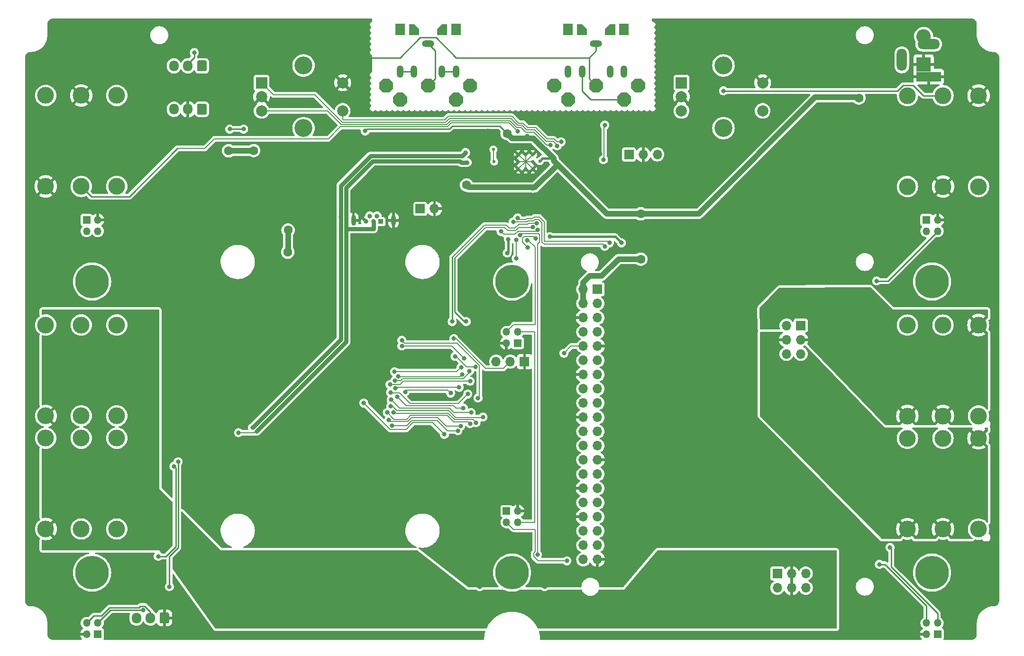
<source format=gbl>
G04 #@! TF.GenerationSoftware,KiCad,Pcbnew,7.0.8-7.0.8~ubuntu23.04.1*
G04 #@! TF.CreationDate,2023-10-19T21:47:09+00:00*
G04 #@! TF.ProjectId,pedalboard-hw,70656461-6c62-46f6-9172-642d68772e6b,3.0.0*
G04 #@! TF.SameCoordinates,Original*
G04 #@! TF.FileFunction,Copper,L2,Bot*
G04 #@! TF.FilePolarity,Positive*
%FSLAX46Y46*%
G04 Gerber Fmt 4.6, Leading zero omitted, Abs format (unit mm)*
G04 Created by KiCad (PCBNEW 7.0.8-7.0.8~ubuntu23.04.1) date 2023-10-19 21:47:09*
%MOMM*%
%LPD*%
G01*
G04 APERTURE LIST*
G04 #@! TA.AperFunction,ComponentPad*
%ADD10O,1.200000X2.200000*%
G04 #@! TD*
G04 #@! TA.AperFunction,ComponentPad*
%ADD11O,2.200000X1.200000*%
G04 #@! TD*
G04 #@! TA.AperFunction,ComponentPad*
%ADD12C,3.000000*%
G04 #@! TD*
G04 #@! TA.AperFunction,ComponentPad*
%ADD13R,4.400000X1.800000*%
G04 #@! TD*
G04 #@! TA.AperFunction,ComponentPad*
%ADD14O,4.000000X1.800000*%
G04 #@! TD*
G04 #@! TA.AperFunction,ComponentPad*
%ADD15O,1.800000X4.000000*%
G04 #@! TD*
G04 #@! TA.AperFunction,ComponentPad*
%ADD16R,2.600000X2.600000*%
G04 #@! TD*
G04 #@! TA.AperFunction,ComponentPad*
%ADD17C,2.600000*%
G04 #@! TD*
G04 #@! TA.AperFunction,WasherPad*
%ADD18C,6.000000*%
G04 #@! TD*
G04 #@! TA.AperFunction,ComponentPad*
%ADD19R,1.350000X1.350000*%
G04 #@! TD*
G04 #@! TA.AperFunction,ComponentPad*
%ADD20O,1.350000X1.350000*%
G04 #@! TD*
G04 #@! TA.AperFunction,ComponentPad*
%ADD21R,1.700000X1.700000*%
G04 #@! TD*
G04 #@! TA.AperFunction,ComponentPad*
%ADD22O,1.700000X1.700000*%
G04 #@! TD*
G04 #@! TA.AperFunction,ComponentPad*
%ADD23R,0.840000X0.840000*%
G04 #@! TD*
G04 #@! TA.AperFunction,ComponentPad*
%ADD24C,0.840000*%
G04 #@! TD*
G04 #@! TA.AperFunction,ComponentPad*
%ADD25O,0.850000X1.850000*%
G04 #@! TD*
G04 #@! TA.AperFunction,ComponentPad*
%ADD26R,1.800000X2.000000*%
G04 #@! TD*
G04 #@! TA.AperFunction,ComponentPad*
%ADD27R,2.000000X2.000000*%
G04 #@! TD*
G04 #@! TA.AperFunction,ComponentPad*
%ADD28C,2.000000*%
G04 #@! TD*
G04 #@! TA.AperFunction,ComponentPad*
%ADD29C,3.200000*%
G04 #@! TD*
G04 #@! TA.AperFunction,ComponentPad*
%ADD30C,0.600000*%
G04 #@! TD*
G04 #@! TA.AperFunction,ComponentPad*
%ADD31O,1.700000X1.950000*%
G04 #@! TD*
G04 #@! TA.AperFunction,ViaPad*
%ADD32C,0.800000*%
G04 #@! TD*
G04 #@! TA.AperFunction,ViaPad*
%ADD33C,1.600000*%
G04 #@! TD*
G04 #@! TA.AperFunction,ViaPad*
%ADD34C,0.600000*%
G04 #@! TD*
G04 #@! TA.AperFunction,Conductor*
%ADD35C,0.250000*%
G04 #@! TD*
G04 #@! TA.AperFunction,Conductor*
%ADD36C,0.200000*%
G04 #@! TD*
G04 #@! TA.AperFunction,Conductor*
%ADD37C,1.000000*%
G04 #@! TD*
G04 #@! TA.AperFunction,Conductor*
%ADD38C,0.400000*%
G04 #@! TD*
G04 #@! TA.AperFunction,Conductor*
%ADD39C,0.770000*%
G04 #@! TD*
G04 APERTURE END LIST*
D10*
X106994385Y101494385D03*
X104494385Y101494385D03*
D11*
X101994385Y106494385D03*
D10*
X96994385Y101494385D03*
X99494385Y101494385D03*
D12*
X10044385Y80994385D03*
X10044385Y97224385D03*
X3694385Y80994385D03*
X3694385Y97224385D03*
X16394385Y80994385D03*
X16394385Y97224385D03*
X10044385Y19794385D03*
X10044385Y36024385D03*
X3694385Y19794385D03*
X3694385Y36024385D03*
X16394385Y19794385D03*
X16394385Y36024385D03*
D13*
X161394385Y100594385D03*
D14*
X161394385Y106394385D03*
D15*
X156594385Y103594385D03*
D16*
X160494385Y102784385D03*
D17*
X160494385Y107784385D03*
D18*
X11994385Y11994385D03*
D19*
X10994385Y74994385D03*
D20*
X12994385Y74994385D03*
X10994385Y72994385D03*
X12994385Y72994385D03*
D18*
X86994385Y63994385D03*
X11994385Y63994385D03*
D12*
X10044385Y39994385D03*
X10044385Y56224385D03*
X3694385Y39994385D03*
X3694385Y56224385D03*
X16394385Y39994385D03*
X16394385Y56224385D03*
X163944385Y35999385D03*
X163944385Y19769385D03*
X170294385Y35999385D03*
X170294385Y19769385D03*
X157594385Y35999385D03*
X157594385Y19769385D03*
D21*
X107854385Y86694385D03*
D22*
X110394385Y86694385D03*
X112934385Y86694385D03*
D19*
X162994385Y994385D03*
D20*
X160994385Y994385D03*
X162994385Y2994385D03*
X160994385Y2994385D03*
D19*
X12994385Y994385D03*
D20*
X10994385Y994385D03*
X12994385Y2994385D03*
X10994385Y2994385D03*
D19*
X87994385Y52994385D03*
D20*
X85994385Y52994385D03*
X87994385Y54994385D03*
X85994385Y54994385D03*
D23*
X63534385Y74704385D03*
D24*
X62884385Y75704385D03*
X62234385Y74704385D03*
X61584385Y75704385D03*
X60934385Y74704385D03*
D25*
X65809385Y74924385D03*
X58659385Y74924385D03*
D12*
X163959385Y97194385D03*
X163959385Y80964385D03*
X170309385Y97194385D03*
X170309385Y80964385D03*
X157609385Y97194385D03*
X157609385Y80964385D03*
G04 #@! TA.AperFunction,ComponentPad*
G36*
X95744385Y98476618D02*
G01*
X95012152Y97744385D01*
X93976618Y97744385D01*
X93244385Y98476618D01*
X93244385Y99512152D01*
X93976618Y100244385D01*
X95012152Y100244385D01*
X95744385Y99512152D01*
X95744385Y98476618D01*
G37*
G04 #@! TD.AperFunction*
G04 #@! TA.AperFunction,ComponentPad*
G36*
X102512152Y100244385D02*
G01*
X103244385Y99512152D01*
X103244385Y98476618D01*
X102512152Y97744385D01*
X101476618Y97744385D01*
X100744385Y98476618D01*
X100744385Y99512152D01*
X101476618Y100244385D01*
X102512152Y100244385D01*
G37*
G04 #@! TD.AperFunction*
G04 #@! TA.AperFunction,ComponentPad*
G36*
X110744385Y98476618D02*
G01*
X110012152Y97744385D01*
X108976618Y97744385D01*
X108244385Y98476618D01*
X108244385Y99512152D01*
X108976618Y100244385D01*
X110012152Y100244385D01*
X110744385Y99512152D01*
X110744385Y98476618D01*
G37*
G04 #@! TD.AperFunction*
G04 #@! TA.AperFunction,ComponentPad*
G36*
X98244385Y95976618D02*
G01*
X97512152Y95244385D01*
X96476618Y95244385D01*
X95744385Y95976618D01*
X95744385Y97012152D01*
X96476618Y97744385D01*
X97512152Y97744385D01*
X98244385Y97012152D01*
X98244385Y95976618D01*
G37*
G04 #@! TD.AperFunction*
G04 #@! TA.AperFunction,ComponentPad*
G36*
X108244385Y95976618D02*
G01*
X107512152Y95244385D01*
X106476618Y95244385D01*
X105744385Y95976618D01*
X105744385Y97012152D01*
X106476618Y97744385D01*
X107512152Y97744385D01*
X108244385Y97012152D01*
X108244385Y95976618D01*
G37*
G04 #@! TD.AperFunction*
G04 #@! TA.AperFunction,ComponentPad*
G36*
X105394385Y107994385D02*
G01*
X103594385Y107994385D01*
X103594385Y109094385D01*
X104494385Y109994385D01*
X105394385Y109994385D01*
X105394385Y107994385D01*
G37*
G04 #@! TD.AperFunction*
D26*
X106994385Y108994385D03*
X96994385Y108994385D03*
G04 #@! TA.AperFunction,ComponentPad*
G36*
X100394385Y107994385D02*
G01*
X98594385Y107994385D01*
X98594385Y109994385D01*
X99494385Y109994385D01*
X100394385Y109094385D01*
X100394385Y107994385D01*
G37*
G04 #@! TD.AperFunction*
D27*
X42244385Y99494385D03*
D28*
X42244385Y94494385D03*
X42244385Y96994385D03*
D29*
X49744385Y102594385D03*
X49744385Y91394385D03*
D28*
X56744385Y94494385D03*
X56744385Y99494385D03*
D19*
X160994385Y74994385D03*
D20*
X162994385Y74994385D03*
X160994385Y72994385D03*
X162994385Y72994385D03*
D18*
X161994385Y63994385D03*
D21*
X89219385Y49694385D03*
D22*
X86679385Y49694385D03*
X84139385Y49694385D03*
D12*
X163944385Y56214385D03*
X163944385Y39984385D03*
X170294385Y56214385D03*
X170294385Y39984385D03*
X157594385Y56214385D03*
X157594385Y39984385D03*
D18*
X86994385Y11994385D03*
D21*
X70594385Y76994385D03*
D22*
X73134385Y76994385D03*
D30*
X88119385Y84119385D03*
X89394385Y84119385D03*
X90669385Y84119385D03*
X88119385Y85394385D03*
X89394385Y85394385D03*
X90669385Y85394385D03*
X88119385Y86669385D03*
X89394385Y86669385D03*
X90669385Y86669385D03*
D19*
X85994385Y22994385D03*
D20*
X87994385Y22994385D03*
X85994385Y20994385D03*
X87994385Y20994385D03*
D18*
X161994385Y11994385D03*
D27*
X117244385Y99494385D03*
D28*
X117244385Y94494385D03*
X117244385Y96994385D03*
D29*
X124744385Y102594385D03*
X124744385Y91394385D03*
D28*
X131744385Y94494385D03*
X131744385Y99494385D03*
G04 #@! TA.AperFunction,ComponentPad*
G36*
X65744385Y98476618D02*
G01*
X65012152Y97744385D01*
X63976618Y97744385D01*
X63244385Y98476618D01*
X63244385Y99512152D01*
X63976618Y100244385D01*
X65012152Y100244385D01*
X65744385Y99512152D01*
X65744385Y98476618D01*
G37*
G04 #@! TD.AperFunction*
G04 #@! TA.AperFunction,ComponentPad*
G36*
X72512152Y100244385D02*
G01*
X73244385Y99512152D01*
X73244385Y98476618D01*
X72512152Y97744385D01*
X71476618Y97744385D01*
X70744385Y98476618D01*
X70744385Y99512152D01*
X71476618Y100244385D01*
X72512152Y100244385D01*
G37*
G04 #@! TD.AperFunction*
G04 #@! TA.AperFunction,ComponentPad*
G36*
X80744385Y98476618D02*
G01*
X80012152Y97744385D01*
X78976618Y97744385D01*
X78244385Y98476618D01*
X78244385Y99512152D01*
X78976618Y100244385D01*
X80012152Y100244385D01*
X80744385Y99512152D01*
X80744385Y98476618D01*
G37*
G04 #@! TD.AperFunction*
G04 #@! TA.AperFunction,ComponentPad*
G36*
X68244385Y95976618D02*
G01*
X67512152Y95244385D01*
X66476618Y95244385D01*
X65744385Y95976618D01*
X65744385Y97012152D01*
X66476618Y97744385D01*
X67512152Y97744385D01*
X68244385Y97012152D01*
X68244385Y95976618D01*
G37*
G04 #@! TD.AperFunction*
G04 #@! TA.AperFunction,ComponentPad*
G36*
X78244385Y95976618D02*
G01*
X77512152Y95244385D01*
X76476618Y95244385D01*
X75744385Y95976618D01*
X75744385Y97012152D01*
X76476618Y97744385D01*
X77512152Y97744385D01*
X78244385Y97012152D01*
X78244385Y95976618D01*
G37*
G04 #@! TD.AperFunction*
G04 #@! TA.AperFunction,ComponentPad*
G36*
X75394385Y107994385D02*
G01*
X73594385Y107994385D01*
X73594385Y109094385D01*
X74494385Y109994385D01*
X75394385Y109994385D01*
X75394385Y107994385D01*
G37*
G04 #@! TD.AperFunction*
D26*
X76994385Y108994385D03*
X66994385Y108994385D03*
G04 #@! TA.AperFunction,ComponentPad*
G36*
X70394385Y107994385D02*
G01*
X68594385Y107994385D01*
X68594385Y109994385D01*
X69494385Y109994385D01*
X70394385Y109094385D01*
X70394385Y107994385D01*
G37*
G04 #@! TD.AperFunction*
D10*
X76988885Y101494385D03*
X74488885Y101494385D03*
D11*
X71988885Y106494385D03*
D10*
X66988885Y101494385D03*
X69488885Y101494385D03*
G04 #@! TA.AperFunction,ComponentPad*
G36*
G01*
X32444385Y103244385D02*
X32444385Y101794385D01*
G75*
G02*
X32194385Y101544385I-250000J0D01*
G01*
X30994385Y101544385D01*
G75*
G02*
X30744385Y101794385I0J250000D01*
G01*
X30744385Y103244385D01*
G75*
G02*
X30994385Y103494385I250000J0D01*
G01*
X32194385Y103494385D01*
G75*
G02*
X32444385Y103244385I0J-250000D01*
G01*
G37*
G04 #@! TD.AperFunction*
D31*
X29094385Y102519385D03*
X26594385Y102519385D03*
G04 #@! TA.AperFunction,ComponentPad*
G36*
G01*
X25744385Y4619385D02*
X25744385Y3169385D01*
G75*
G02*
X25494385Y2919385I-250000J0D01*
G01*
X24294385Y2919385D01*
G75*
G02*
X24044385Y3169385I0J250000D01*
G01*
X24044385Y4619385D01*
G75*
G02*
X24294385Y4869385I250000J0D01*
G01*
X25494385Y4869385D01*
G75*
G02*
X25744385Y4619385I0J-250000D01*
G01*
G37*
G04 #@! TD.AperFunction*
X22394385Y3894385D03*
X19894385Y3894385D03*
D21*
X102244385Y62618785D03*
D22*
X99704385Y62618785D03*
X102244385Y60078785D03*
X99704385Y60078785D03*
X102244385Y57538785D03*
X99704385Y57538785D03*
X102244385Y54998785D03*
X99704385Y54998785D03*
X102244385Y52458785D03*
X99704385Y52458785D03*
X102244385Y49918785D03*
X99704385Y49918785D03*
X102244385Y47378785D03*
X99704385Y47378785D03*
X102244385Y44838785D03*
X99704385Y44838785D03*
X102244385Y42298785D03*
X99704385Y42298785D03*
X102244385Y39758785D03*
X99704385Y39758785D03*
X102244385Y37218785D03*
X99704385Y37218785D03*
X102244385Y34678785D03*
X99704385Y34678785D03*
X102244385Y32138785D03*
X99704385Y32138785D03*
X102244385Y29598785D03*
X99704385Y29598785D03*
X102244385Y27058785D03*
X99704385Y27058785D03*
X102244385Y24518785D03*
X99704385Y24518785D03*
X102244385Y21978785D03*
X99704385Y21978785D03*
X102244385Y19438785D03*
X99704385Y19438785D03*
X102244385Y16898785D03*
X99704385Y16898785D03*
X102244385Y14358785D03*
X99704385Y14358785D03*
D21*
X138549385Y56148785D03*
D22*
X136009385Y56148785D03*
X138549385Y53608785D03*
X136009385Y53608785D03*
X138549385Y51068785D03*
X136009385Y51068785D03*
D21*
X134374385Y11843785D03*
D22*
X134374385Y9303785D03*
X136914385Y11843785D03*
X136914385Y9303785D03*
X139454385Y11843785D03*
X139454385Y9303785D03*
G04 #@! TA.AperFunction,ComponentPad*
G36*
G01*
X32444385Y95494385D02*
X32444385Y94044385D01*
G75*
G02*
X32194385Y93794385I-250000J0D01*
G01*
X30994385Y93794385D01*
G75*
G02*
X30744385Y94044385I0J250000D01*
G01*
X30744385Y95494385D01*
G75*
G02*
X30994385Y95744385I250000J0D01*
G01*
X32194385Y95744385D01*
G75*
G02*
X32444385Y95494385I0J-250000D01*
G01*
G37*
G04 #@! TD.AperFunction*
D31*
X29094385Y94769385D03*
X26594385Y94769385D03*
D32*
X77134385Y89434385D03*
X69094385Y83094385D03*
X71494385Y49494385D03*
X127894385Y81394385D03*
X45044385Y82294385D03*
X68694385Y55394385D03*
X118794385Y70994385D03*
X82635442Y90885398D03*
X56894385Y84794385D03*
X37494385Y52994385D03*
X143594385Y92894385D03*
X136334385Y103094385D03*
X103694385Y78394385D03*
X52894385Y81394385D03*
X81194385Y9494385D03*
X92074385Y92044385D03*
X138094385Y81594385D03*
X98784385Y87774385D03*
X134894385Y88994385D03*
X18994385Y8394385D03*
X30094385Y68493785D03*
X17794385Y61494385D03*
X33194385Y62894385D03*
X28394385Y104894385D03*
X167794385Y61494385D03*
X147594385Y95694385D03*
X102744385Y86794385D03*
X135994385Y72694385D03*
X37494385Y45494385D03*
X71494385Y43394385D03*
X37494385Y55994385D03*
X37494385Y40494385D03*
X37494385Y50494385D03*
X71494385Y34994385D03*
X140794385Y81594385D03*
X150794385Y77594385D03*
X68594385Y50694385D03*
X93594385Y78494385D03*
X6194385Y61494385D03*
X6194385Y9494385D03*
X81034385Y88594385D03*
X156194385Y61594385D03*
X85514385Y76774385D03*
X167794385Y9544385D03*
X37494385Y37994385D03*
X148394385Y84194385D03*
X124544385Y78594385D03*
X76094385Y81194385D03*
X90544385Y77794385D03*
X147494385Y89994385D03*
X156194385Y9494385D03*
X126144385Y86744385D03*
X145394385Y87094385D03*
X37494385Y47994385D03*
X102894385Y81394385D03*
X79884385Y90634385D03*
X92794385Y9494385D03*
X37494385Y42994385D03*
X140494385Y73594385D03*
X136324385Y107534385D03*
X37294385Y97344385D03*
X71494385Y37494385D03*
X83453885Y76084385D03*
X81194385Y61394385D03*
X112404385Y78774385D03*
X95304385Y81644385D03*
X142694385Y84494385D03*
X37494385Y35494385D03*
X135194385Y81594385D03*
X92794385Y61094385D03*
X30243885Y104894385D03*
X91559355Y73206372D03*
X85024385Y72944885D03*
X103314385Y85784385D03*
X103544385Y91943885D03*
X60744385Y90884385D03*
D33*
X78864385Y81244385D03*
D32*
X39054385Y91234385D03*
X94427989Y85974385D03*
D33*
X86094885Y90444385D03*
D32*
X36564385Y91214385D03*
D33*
X148934385Y96789885D03*
X109994385Y76094385D03*
D34*
X91949256Y85507770D03*
X90674381Y80530907D03*
D32*
X89695952Y89967109D03*
D34*
X83794385Y85434385D03*
X83654385Y87584385D03*
D32*
X77810642Y38188884D03*
X64994385Y39294385D03*
X77894385Y48694385D03*
X65994385Y47894385D03*
X78053264Y47394885D03*
X66694738Y47094738D03*
X66128140Y44907243D03*
X77532329Y45100649D03*
X86339717Y71559053D03*
X93724385Y71993885D03*
X86114385Y69104885D03*
X106534717Y70904053D03*
X124751684Y98061684D03*
X65520070Y38280670D03*
X77296804Y37331577D03*
X91193885Y71694385D03*
X89795790Y70122174D03*
X87704385Y71403885D03*
X87734385Y68154385D03*
X104381635Y70907135D03*
X87974973Y75343885D03*
X23794385Y14894385D03*
X26604385Y30994385D03*
X88403885Y72291192D03*
X91544385Y15194385D03*
X87193885Y74624385D03*
X103544385Y70294385D03*
X95038221Y88238106D03*
X93874385Y88344885D03*
X95745021Y88944815D03*
X160794385Y37194385D03*
D33*
X109994385Y67994385D03*
X40844385Y87384385D03*
X46994385Y73184385D03*
X46924385Y69244385D03*
X36384385Y87364385D03*
D32*
X67294385Y52494385D03*
X78394385Y50294385D03*
X80911780Y43194885D03*
X67294385Y53494385D03*
X64694385Y40594385D03*
X79505834Y38612042D03*
X65793338Y40606894D03*
X80551385Y38794885D03*
X65344385Y41744385D03*
X81794385Y39794385D03*
X65394385Y42894385D03*
X79678279Y40595385D03*
X78294385Y41395385D03*
X66494385Y43394885D03*
X67894385Y44294885D03*
X76019113Y44068985D03*
X79094385Y43894385D03*
X65294385Y44207243D03*
X79494385Y46194385D03*
X65194385Y45594385D03*
X96254885Y51193885D03*
X66069020Y46306743D03*
X79394385Y47993885D03*
X76604385Y53794385D03*
X76804385Y50624385D03*
X80443075Y48753226D03*
X60494385Y42294385D03*
X74894385Y36694385D03*
X56417785Y75474385D03*
X40644385Y37894385D03*
X78694385Y87044385D03*
X38144385Y36994385D03*
X78964385Y85280685D03*
X87994385Y90794385D03*
X89689588Y71354885D03*
X25794385Y9494385D03*
X27344385Y31804385D03*
X21094385Y5294385D03*
X154494385Y16494385D03*
X152094385Y64094385D03*
X152582086Y13482086D03*
X96794385Y14094385D03*
X78794385Y56844385D03*
X90694385Y73707203D03*
X76294385Y56844385D03*
X91395324Y74419726D03*
D35*
X66994385Y103994385D02*
X70594385Y107594385D01*
D36*
X89394385Y86669385D02*
X89394385Y84119385D01*
X89394385Y85394385D02*
X88119385Y84119385D01*
D35*
X100744385Y100244385D02*
X101994385Y98994385D01*
D36*
X88119385Y85394385D02*
X90669385Y85394385D01*
D35*
X100744385Y103994385D02*
X100744385Y100244385D01*
X70594385Y107594385D02*
X73394385Y107594385D01*
X101994385Y105244385D02*
X101994385Y106494385D01*
X76994385Y103994385D02*
X100744385Y103994385D01*
D36*
X89394385Y85394385D02*
X88119385Y86669385D01*
X89394385Y85394385D02*
X90669385Y84119385D01*
X89394385Y85394385D02*
X90669385Y86669385D01*
D35*
X58294385Y103994385D02*
X66994385Y103994385D01*
X100744385Y103994385D02*
X101994385Y105244385D01*
X73394385Y107594385D02*
X76994385Y103994385D01*
X30243885Y104068885D02*
X30243885Y104894385D01*
X73244385Y105238885D02*
X71988885Y106494385D01*
X71994385Y98994385D02*
X73244385Y100244385D01*
X30243885Y104068885D02*
X28694385Y102519385D01*
X73244385Y100244385D02*
X73244385Y105238885D01*
D36*
X88107703Y73007703D02*
X91360686Y73007703D01*
X85024385Y72944885D02*
X85547420Y72421850D01*
X87521850Y72421850D02*
X88107703Y73007703D01*
X91360686Y73007703D02*
X91559355Y73206372D01*
X85547420Y72421850D02*
X87521850Y72421850D01*
X103444385Y85914385D02*
X103444385Y91844385D01*
X103543885Y91943885D02*
X103544385Y91943885D01*
X103444385Y91844385D02*
X103543885Y91943885D01*
X103314385Y85784385D02*
X103444385Y85914385D01*
D37*
X141097328Y96894385D02*
X148874385Y96894385D01*
X148934385Y96834385D02*
X148934385Y96789885D01*
X94427989Y85974385D02*
X90807989Y89594385D01*
X86994385Y89594385D02*
X86144385Y90444385D01*
D35*
X75761846Y91219385D02*
X76341846Y91799385D01*
D38*
X92415871Y85974385D02*
X94427989Y85974385D01*
D37*
X90807989Y89594385D02*
X86994385Y89594385D01*
D35*
X76341846Y91799385D02*
X84739885Y91799385D01*
D37*
X79304385Y80804385D02*
X91054385Y80804385D01*
D35*
X36584385Y91234385D02*
X36564385Y91214385D01*
D37*
X109994385Y76094385D02*
X120297328Y76094385D01*
D35*
X60744385Y90884385D02*
X61079385Y91219385D01*
D37*
X86144385Y90444385D02*
X86094885Y90444385D01*
D35*
X39054385Y91234385D02*
X36584385Y91234385D01*
D37*
X103894385Y76094385D02*
X109994385Y76094385D01*
D35*
X61079385Y91219385D02*
X75761846Y91219385D01*
D38*
X91949256Y85507770D02*
X92415871Y85974385D01*
D37*
X120297328Y76094385D02*
X141097328Y96894385D01*
D35*
X84739885Y91799385D02*
X86094885Y90444385D01*
D37*
X91054385Y80804385D02*
X94994385Y84744385D01*
X94427989Y85974385D02*
X94427989Y85560781D01*
X78864385Y81244385D02*
X79304385Y80804385D01*
X94427989Y85560781D02*
X103894385Y76094385D01*
X148874385Y96894385D02*
X148934385Y96834385D01*
D36*
X83654385Y87584385D02*
X83654385Y85574385D01*
X83654385Y85574385D02*
X83794385Y85434385D01*
X75199886Y38188884D02*
X77810642Y38188884D01*
X65308600Y38980170D02*
X68345856Y38980170D01*
X64994385Y39294385D02*
X65308600Y38980170D01*
X68345856Y38980170D02*
X69060071Y39694385D01*
X73694385Y39694385D02*
X75199886Y38188884D01*
X69060071Y39694385D02*
X73694385Y39694385D01*
X65994385Y47894385D02*
X77094385Y47894385D01*
X77094385Y47894385D02*
X77894385Y48694385D01*
X66694738Y47094738D02*
X66795091Y46994385D01*
X77652764Y46994385D02*
X78053264Y47394885D01*
X66795091Y46994385D02*
X77652764Y46994385D01*
X66128140Y44907243D02*
X66315282Y45094385D01*
X77526065Y45094385D02*
X77532329Y45100649D01*
X66315282Y45094385D02*
X77526065Y45094385D01*
D38*
X105444885Y71993885D02*
X93724385Y71993885D01*
D36*
X86114385Y69194385D02*
X86339717Y69419717D01*
X86114385Y69194385D02*
X86114385Y69104885D01*
D38*
X86339717Y71559053D02*
X86339717Y69419717D01*
X106534717Y70904053D02*
X105444885Y71993885D01*
D35*
X160449385Y97204385D02*
X163949385Y97204385D01*
X158649385Y99019385D02*
X160449385Y97219385D01*
X124751684Y98061684D02*
X124798983Y98014385D01*
X124798983Y98014385D02*
X155848445Y98014385D01*
X156853445Y99019385D02*
X158649385Y99019385D01*
X160449385Y97219385D02*
X160449385Y97204385D01*
X155848445Y98014385D02*
X156853445Y99019385D01*
D36*
X75491507Y37331577D02*
X73611542Y39211542D01*
X77296804Y37331577D02*
X75491507Y37331577D01*
X73611542Y39211542D02*
X69142914Y39211542D01*
X68212042Y38280670D02*
X65520070Y38280670D01*
X69142914Y39211542D02*
X68212042Y38280670D01*
X88882121Y71035843D02*
X88882121Y71762121D01*
X89174385Y72054385D02*
X90833885Y72054385D01*
X89795790Y70122174D02*
X88882121Y71035843D01*
X88882121Y71762121D02*
X89174385Y72054385D01*
X90833885Y72054385D02*
X91193885Y71694385D01*
X87704385Y68184385D02*
X87704385Y71403885D01*
X87734385Y68154385D02*
X87704385Y68184385D01*
X104381635Y70907135D02*
X104094385Y71194385D01*
X92694385Y71210071D02*
X92694385Y74676301D01*
X90639688Y75219726D02*
X89593465Y75219726D01*
X92710071Y71194385D02*
X92694385Y71210071D01*
X92694385Y74676301D02*
X91850959Y75519726D01*
X89468123Y75094385D02*
X88224473Y75094385D01*
X104094385Y71194385D02*
X92710071Y71194385D01*
X90939688Y75519726D02*
X90639688Y75219726D01*
X88224473Y75094385D02*
X87974973Y75343885D01*
X89593465Y75219726D02*
X89468123Y75094385D01*
X91850959Y75519726D02*
X90939688Y75519726D01*
D35*
X26920385Y30678385D02*
X26604385Y30994385D01*
X23794385Y14894385D02*
X25154385Y14894385D01*
X26920385Y16660385D02*
X26920385Y30678385D01*
X25154385Y14894385D02*
X26920385Y16660385D01*
D36*
X91893885Y72354885D02*
X91893885Y70993885D01*
X88403885Y72291192D02*
X88619065Y72506372D01*
X88619065Y72506372D02*
X91742398Y72506372D01*
X91893885Y70993885D02*
X91544385Y70644385D01*
X91742398Y72506372D02*
X91893885Y72354885D01*
X91544385Y70644385D02*
X91544385Y15194385D01*
X91685274Y75119726D02*
X92294385Y74510615D01*
X91105374Y75119726D02*
X91685274Y75119726D01*
X92294385Y74510615D02*
X92294385Y71044385D01*
X89583809Y74644385D02*
X89759150Y74819726D01*
X92294385Y71044385D02*
X92694385Y70644385D01*
X89759150Y74819726D02*
X90805374Y74819726D01*
X92694385Y70644385D02*
X103194385Y70644385D01*
X90805374Y74819726D02*
X91105374Y75119726D01*
X103194385Y70644385D02*
X103544385Y70294385D01*
X87213885Y74644385D02*
X89583809Y74644385D01*
X87193885Y74624385D02*
X87213885Y74644385D01*
X86795756Y93124385D02*
X75793014Y93124385D01*
X95038221Y88238106D02*
X95038221Y88340499D01*
X51759030Y97344385D02*
X44394385Y97344385D01*
X56659031Y92444385D02*
X51759030Y97344385D01*
X44394385Y97344385D02*
X42244385Y99494385D01*
X93055045Y89044385D02*
X91032320Y91067109D01*
X91032320Y91067109D02*
X89617347Y91067109D01*
X94334335Y89044385D02*
X93055045Y89044385D01*
X75113014Y92444385D02*
X56659031Y92444385D01*
X88025757Y91894385D02*
X86795756Y93124385D01*
X95038221Y88340499D02*
X94334335Y89044385D01*
X75793014Y93124385D02*
X75113014Y92444385D01*
X89617347Y91067109D02*
X88790071Y91894385D01*
X88790071Y91894385D02*
X88025757Y91894385D01*
X87860071Y91494385D02*
X86630071Y92724385D01*
X56493345Y92044385D02*
X54043345Y94494385D01*
X89451661Y90667109D02*
X88624385Y91494385D01*
X93188859Y88344885D02*
X90869359Y90664385D01*
X54043345Y94494385D02*
X42244385Y94494385D01*
X89988626Y90664385D02*
X89985902Y90667109D01*
X86630071Y92724385D02*
X75958699Y92724385D01*
X75958699Y92724385D02*
X75278699Y92044385D01*
X88624385Y91494385D02*
X87860071Y91494385D01*
X90869359Y90664385D02*
X89988626Y90664385D01*
X75278699Y92044385D02*
X56493345Y92044385D01*
X93874385Y88344885D02*
X93188859Y88344885D01*
X89985902Y90667109D02*
X89451661Y90667109D01*
X74947329Y92844385D02*
X56834385Y92844385D01*
X94999590Y88944815D02*
X94500020Y89444385D01*
X94500020Y89444385D02*
X93220731Y89444385D01*
X93220731Y89444385D02*
X91198005Y91467109D01*
X89783033Y91467109D02*
X88955757Y92294385D01*
X95745021Y88944815D02*
X94999590Y88944815D01*
X88955757Y92294385D02*
X88191443Y92294385D01*
X88191443Y92294385D02*
X86961441Y93524385D01*
X56834385Y92844385D02*
X56744385Y92934385D01*
X56744385Y92934385D02*
X56744385Y94494385D01*
X91198005Y91467109D02*
X89783033Y91467109D01*
X75627329Y93524385D02*
X74947329Y92844385D01*
X86961441Y93524385D02*
X75627329Y93524385D01*
D35*
X99494385Y101494385D02*
X99494385Y97994385D01*
X99494385Y97994385D02*
X100994385Y96494385D01*
X100994385Y96494385D02*
X106994385Y96494385D01*
D37*
X40824385Y87364385D02*
X40844385Y87384385D01*
D36*
X46994385Y69314385D02*
X46924385Y69244385D01*
D37*
X99704385Y62618785D02*
X99704385Y60078785D01*
X99704385Y62618785D02*
X99704385Y63820866D01*
X105994385Y67994385D02*
X109994385Y67994385D01*
X36384385Y87364385D02*
X40824385Y87364385D01*
X100877904Y64994385D02*
X102994385Y64994385D01*
X99704385Y63820866D02*
X100877904Y64994385D01*
X46994385Y73184385D02*
X46994385Y69314385D01*
X102994385Y64994385D02*
X105994385Y67994385D01*
D35*
X21394690Y6019385D02*
X22394385Y5019690D01*
X10994385Y2994385D02*
X12287583Y4287583D01*
X20619385Y6019385D02*
X21394690Y6019385D01*
X15107989Y5744385D02*
X20344385Y5744385D01*
X20344385Y5744385D02*
X20619385Y6019385D01*
X12287583Y4287583D02*
X13651187Y4287583D01*
X13651187Y4287583D02*
X15107989Y5744385D01*
X22394385Y5019690D02*
X22394385Y3894385D01*
D36*
X81144397Y49042676D02*
X77192688Y52994385D01*
X81144397Y43427502D02*
X81144397Y49042676D01*
X80911780Y43194885D02*
X81144397Y43427502D01*
X77192688Y52994385D02*
X67794385Y52994385D01*
X67794385Y52994385D02*
X67294385Y53494385D01*
X78394385Y50294385D02*
X76194385Y52494385D01*
X76194385Y52494385D02*
X67294385Y52494385D01*
X79206334Y38911542D02*
X79505834Y38612042D01*
X68180170Y39380170D02*
X68894385Y40094385D01*
X76580171Y38911542D02*
X79206334Y38911542D01*
X64694385Y40594385D02*
X65908600Y39380170D01*
X65908600Y39380170D02*
X68180170Y39380170D01*
X68894385Y40094385D02*
X75397327Y40094385D01*
X75397327Y40094385D02*
X76580171Y38911542D01*
X65793338Y40606894D02*
X65905847Y40494385D01*
X76745857Y39311542D02*
X80034728Y39311542D01*
X75563013Y40494385D02*
X76745857Y39311542D01*
X80034728Y39311542D02*
X80551385Y38794885D01*
X65905847Y40494385D02*
X75563013Y40494385D01*
X76911542Y39711542D02*
X81711542Y39711542D01*
X65645091Y41744385D02*
X66395091Y40994385D01*
X66395091Y40994385D02*
X75628699Y40994385D01*
X75628699Y40994385D02*
X76911542Y39711542D01*
X81711542Y39711542D02*
X81794385Y39794385D01*
X65344385Y41744385D02*
X65645091Y41744385D01*
X65394385Y42894385D02*
X66894385Y41394385D01*
X75794385Y41394385D02*
X76593385Y40595385D01*
X66894385Y41394385D02*
X75794385Y41394385D01*
X76593385Y40595385D02*
X79678279Y40595385D01*
X76993385Y41395385D02*
X78294385Y41395385D01*
X76594385Y41794385D02*
X76993385Y41395385D01*
X68094885Y41794385D02*
X76594385Y41794385D01*
X66494385Y43394885D02*
X68094885Y41794385D01*
X67894385Y44294885D02*
X68193885Y44594385D01*
X68193885Y44594385D02*
X75493713Y44594385D01*
X75493713Y44594385D02*
X76019113Y44068985D01*
X66894385Y44094385D02*
X68794385Y42194385D01*
X65407243Y44094385D02*
X66894385Y44094385D01*
X77394385Y42194385D02*
X79094385Y43894385D01*
X65294385Y44207243D02*
X65407243Y44094385D01*
X68794385Y42194385D02*
X77394385Y42194385D01*
X65766712Y45594385D02*
X65779070Y45606743D01*
X67572203Y46194385D02*
X79494385Y46194385D01*
X65194385Y45594385D02*
X65766712Y45594385D01*
X66984561Y45606743D02*
X67572203Y46194385D01*
X65779070Y45606743D02*
X66984561Y45606743D01*
X97519785Y52458785D02*
X99704385Y52458785D01*
X96254885Y51193885D02*
X97519785Y52458785D01*
X79394385Y47993885D02*
X79394385Y47746056D01*
X67384335Y46594385D02*
X67084335Y46294385D01*
X66081378Y46294385D02*
X66069020Y46306743D01*
X79394385Y47746056D02*
X78242714Y46594385D01*
X78242714Y46594385D02*
X67384335Y46594385D01*
X67084335Y46294385D02*
X66081378Y46294385D01*
X82258374Y48494385D02*
X85479385Y48494385D01*
X76804385Y50624385D02*
X76954335Y50624385D01*
X76954335Y50624385D02*
X78825494Y48753226D01*
X76604385Y53794385D02*
X76958374Y53794385D01*
X78825494Y48753226D02*
X80443075Y48753226D01*
X85479385Y48494385D02*
X86679385Y49694385D01*
X76958374Y53794385D02*
X82258374Y48494385D01*
X69308600Y38811542D02*
X72777228Y38811542D01*
X72777228Y38811542D02*
X74894385Y36694385D01*
X68077728Y37580670D02*
X69308600Y38811542D01*
X60494385Y42294385D02*
X60516405Y42294385D01*
X60516405Y42294385D02*
X65230120Y37580670D01*
X65230120Y37580670D02*
X68077728Y37580670D01*
D39*
X56432285Y53635795D02*
X40690875Y37894385D01*
X56417785Y75474385D02*
X56417785Y81107785D01*
X61716485Y86406485D02*
X78056485Y86406485D01*
X56417785Y81107785D02*
X61716485Y86406485D01*
X40690875Y37894385D02*
X40644385Y37894385D01*
X56417785Y75474385D02*
X56432285Y75459885D01*
X56432285Y75459885D02*
X56432285Y53635795D01*
X78056485Y86406485D02*
X78694385Y87044385D01*
X62099301Y85482285D02*
X57356485Y80739469D01*
X62234385Y73434385D02*
X62214385Y73414385D01*
X78964385Y85280685D02*
X77884641Y85280685D01*
X77683041Y85482285D02*
X62099301Y85482285D01*
D36*
X38144385Y36994385D02*
X40894385Y36994385D01*
D39*
X57356485Y53252975D02*
X41853100Y37749590D01*
D36*
X40894385Y36994385D02*
X41244385Y37344385D01*
D39*
X57356485Y80739469D02*
X57356485Y72554385D01*
X62234385Y74704385D02*
X62234385Y73434385D01*
X57356485Y73414385D02*
X57356485Y72554385D01*
X41853100Y37749590D02*
X41853096Y37749590D01*
X62214385Y73414385D02*
X57356485Y73414385D01*
X41853096Y37749590D02*
X41346138Y37242632D01*
X57356485Y72554385D02*
X57356485Y53252975D01*
X77884641Y85280685D02*
X77683041Y85482285D01*
D36*
X27244385Y87794385D02*
X32144385Y87794385D01*
X86464385Y92324385D02*
X87994385Y90794385D01*
X54177660Y89494385D02*
X56327660Y91644385D01*
X56327660Y91644385D02*
X75444384Y91644385D01*
X33844385Y89494385D02*
X54177660Y89494385D01*
D35*
X27244385Y87794385D02*
X18619385Y79169385D01*
X18619385Y79169385D02*
X11869385Y79169385D01*
D36*
X76124384Y92324385D02*
X86464385Y92324385D01*
X32144385Y87794385D02*
X33844385Y89494385D01*
D35*
X11869385Y79169385D02*
X10044385Y80994385D01*
D36*
X75444384Y91644385D02*
X76124384Y92324385D01*
D35*
X74488885Y101494385D02*
X76988885Y101494385D01*
X66988885Y101494385D02*
X69488885Y101494385D01*
D36*
X91119385Y70129385D02*
X91119385Y56264385D01*
X87264385Y56264385D02*
X85994385Y54994385D01*
X89689588Y71354885D02*
X89893885Y71354885D01*
X91119385Y56264385D02*
X87264385Y56264385D01*
X89893885Y71354885D02*
X91119385Y70129385D01*
D35*
X27370385Y16473989D02*
X25794385Y14897989D01*
X25794385Y14897989D02*
X25794385Y9494385D01*
X21094385Y5294385D02*
X15294385Y5294385D01*
X27370385Y31778385D02*
X27370385Y16473989D01*
X15294385Y5294385D02*
X12994385Y2994385D01*
X27344385Y31804385D02*
X27370385Y31778385D01*
X154094385Y64094385D02*
X162994385Y72994385D01*
X154694385Y12994385D02*
X154694385Y16294385D01*
X162994385Y2994385D02*
X162994385Y4694385D01*
X162994385Y4694385D02*
X154694385Y12994385D01*
X154694385Y16294385D02*
X154494385Y16494385D01*
X152094385Y64094385D02*
X154094385Y64094385D01*
D36*
X91034385Y54994385D02*
X87994385Y54994385D01*
X87994385Y20994385D02*
X91034385Y20994385D01*
X91034385Y20994385D02*
X91034385Y54994385D01*
X87244385Y19744385D02*
X91144385Y19744385D01*
D35*
X152582086Y13482086D02*
X153570288Y13482086D01*
D36*
X90844385Y15484335D02*
X90844385Y14904435D01*
D35*
X153570288Y13482086D02*
X160994385Y6057989D01*
X160994385Y6057989D02*
X160994385Y2994385D01*
D36*
X91654435Y14094385D02*
X96794385Y14094385D01*
X90844385Y14904435D02*
X91654435Y14094385D01*
X91144385Y19744385D02*
X91144385Y15784335D01*
X91144385Y15784335D02*
X90844385Y15484335D01*
X85994385Y20994385D02*
X87244385Y19744385D01*
D35*
X76744385Y58544385D02*
X78444385Y56844385D01*
D36*
X86184385Y73124385D02*
X85664385Y73644385D01*
X88178700Y73644385D02*
X87658700Y73124385D01*
X90694385Y73707203D02*
X90631567Y73644385D01*
D35*
X78444385Y56844385D02*
X78794385Y56844385D01*
D36*
X90631567Y73644385D02*
X88178700Y73644385D01*
D35*
X76744385Y68107989D02*
X76744385Y58544385D01*
D36*
X82210071Y73644385D02*
X76744385Y68178699D01*
X87658700Y73124385D02*
X86184385Y73124385D01*
X85664385Y73644385D02*
X82210071Y73644385D01*
X76744385Y68178699D02*
X76744385Y68107989D01*
X89749494Y74244385D02*
X88213014Y74244385D01*
X91395324Y74419726D02*
X89924835Y74419726D01*
X85964385Y74044385D02*
X82044385Y74044385D01*
D35*
X76294385Y68294385D02*
X76294385Y56844385D01*
D36*
X88213014Y74244385D02*
X87493013Y73524385D01*
X87493013Y73524385D02*
X86484385Y73524385D01*
X82044385Y74044385D02*
X76294385Y68294385D01*
X86484385Y73524385D02*
X85964385Y74044385D01*
X89924835Y74419726D02*
X89749494Y74244385D01*
G04 #@! TA.AperFunction,Conductor*
G36*
X137164385Y9739287D02*
G01*
X137056700Y9788465D01*
X136950148Y9803785D01*
X136878622Y9803785D01*
X136772070Y9788465D01*
X136664385Y9739287D01*
X136664385Y11408284D01*
X136772070Y11359105D01*
X136878622Y11343785D01*
X136950148Y11343785D01*
X137056700Y11359105D01*
X137164385Y11408284D01*
X137164385Y9739287D01*
G37*
G04 #@! TD.AperFunction*
G04 #@! TA.AperFunction,Conductor*
G36*
X28101088Y22887236D02*
G01*
X28107566Y22881204D01*
X34994385Y15994385D01*
X69951839Y15994385D01*
X70018878Y15974700D01*
X70027966Y15968267D01*
X74286454Y12656109D01*
X78994385Y8994385D01*
X80510945Y8994385D01*
X80577984Y8974700D01*
X80598626Y8958066D01*
X80692123Y8864569D01*
X80844863Y8768596D01*
X81003687Y8713021D01*
X81015130Y8709017D01*
X81015135Y8709016D01*
X81194381Y8688820D01*
X81194385Y8688820D01*
X81194389Y8688820D01*
X81373634Y8709016D01*
X81373637Y8709017D01*
X81373640Y8709017D01*
X81543907Y8768596D01*
X81696647Y8864569D01*
X81790144Y8958066D01*
X81851467Y8991551D01*
X81877825Y8994385D01*
X85352918Y8994385D01*
X85404984Y8982924D01*
X85639439Y8874454D01*
X85733882Y8830760D01*
X86083319Y8713021D01*
X86443437Y8633753D01*
X86810015Y8593885D01*
X86810021Y8593885D01*
X87178749Y8593885D01*
X87178755Y8593885D01*
X87545333Y8633753D01*
X87905451Y8713021D01*
X88254888Y8830760D01*
X88451875Y8921896D01*
X88583786Y8982924D01*
X88635852Y8994385D01*
X92110945Y8994385D01*
X92177984Y8974700D01*
X92198626Y8958066D01*
X92292123Y8864569D01*
X92444863Y8768596D01*
X92603687Y8713021D01*
X92615130Y8709017D01*
X92615135Y8709016D01*
X92794381Y8688820D01*
X92794385Y8688820D01*
X92794389Y8688820D01*
X92973634Y8709016D01*
X92973637Y8709017D01*
X92973640Y8709017D01*
X93143907Y8768596D01*
X93296647Y8864569D01*
X93390144Y8958066D01*
X93451467Y8991551D01*
X93477825Y8994385D01*
X99357984Y8994385D01*
X99425023Y8974700D01*
X99470778Y8921896D01*
X99472545Y8917838D01*
X99543918Y8745526D01*
X99675545Y8530732D01*
X99675546Y8530729D01*
X99675549Y8530726D01*
X99839161Y8339161D01*
X99982564Y8216683D01*
X100030728Y8175547D01*
X100030731Y8175546D01*
X100245525Y8043919D01*
X100478274Y7947512D01*
X100723237Y7888702D01*
X100879335Y7876417D01*
X100911501Y7873885D01*
X100911503Y7873885D01*
X101037269Y7873885D01*
X101066903Y7876218D01*
X101225533Y7888702D01*
X101470496Y7947512D01*
X101703244Y8043919D01*
X101918044Y8175549D01*
X102109609Y8339161D01*
X102273221Y8530726D01*
X102404851Y8745526D01*
X102454160Y8864569D01*
X102476225Y8917838D01*
X102520066Y8972241D01*
X102586360Y8994306D01*
X102590786Y8994385D01*
X106994384Y8994385D01*
X106994385Y8994385D01*
X107259585Y9303785D01*
X133119108Y9303785D01*
X133137466Y9093941D01*
X133138178Y9085810D01*
X133138178Y9085806D01*
X133194807Y8874463D01*
X133194809Y8874459D01*
X133194810Y8874455D01*
X133220620Y8819105D01*
X133287282Y8676147D01*
X133312383Y8640299D01*
X133412787Y8496908D01*
X133567508Y8342187D01*
X133746746Y8216683D01*
X133945055Y8124210D01*
X134156408Y8067578D01*
X134339311Y8051577D01*
X134374383Y8048508D01*
X134374385Y8048508D01*
X134374387Y8048508D01*
X134402639Y8050980D01*
X134592362Y8067578D01*
X134803715Y8124210D01*
X135002024Y8216683D01*
X135181262Y8342187D01*
X135335983Y8496908D01*
X135461487Y8676146D01*
X135477111Y8709653D01*
X135523281Y8762090D01*
X135590475Y8781242D01*
X135657356Y8761027D01*
X135701874Y8709651D01*
X135740784Y8626207D01*
X135876279Y8432703D01*
X136043302Y8265680D01*
X136236806Y8130185D01*
X136450892Y8030356D01*
X136450901Y8030352D01*
X136664385Y7973151D01*
X136664385Y8868284D01*
X136772070Y8819105D01*
X136878622Y8803785D01*
X136950148Y8803785D01*
X137056700Y8819105D01*
X137164385Y8868284D01*
X137164385Y7973152D01*
X137377868Y8030352D01*
X137377877Y8030356D01*
X137591963Y8130185D01*
X137785467Y8265680D01*
X137952490Y8432703D01*
X138087983Y8626205D01*
X138126894Y8709650D01*
X138173066Y8762090D01*
X138240260Y8781242D01*
X138307141Y8761027D01*
X138351658Y8709652D01*
X138351955Y8709016D01*
X138367283Y8676146D01*
X138492787Y8496908D01*
X138647508Y8342187D01*
X138826746Y8216683D01*
X139025055Y8124210D01*
X139236408Y8067578D01*
X139419311Y8051577D01*
X139454383Y8048508D01*
X139454385Y8048508D01*
X139454387Y8048508D01*
X139482639Y8050980D01*
X139672362Y8067578D01*
X139883715Y8124210D01*
X140082024Y8216683D01*
X140261262Y8342187D01*
X140415983Y8496908D01*
X140541487Y8676146D01*
X140633960Y8874455D01*
X140690592Y9085808D01*
X140709662Y9303785D01*
X140708669Y9315130D01*
X140701345Y9398847D01*
X140690592Y9521762D01*
X140633960Y9733115D01*
X140541487Y9931423D01*
X140541485Y9931426D01*
X140541484Y9931428D01*
X140415984Y10110661D01*
X140351780Y10174865D01*
X140261262Y10265383D01*
X140082024Y10390887D01*
X139930799Y10461404D01*
X139878362Y10507575D01*
X139859210Y10574769D01*
X139879426Y10641650D01*
X139930799Y10686167D01*
X140082024Y10756683D01*
X140261262Y10882187D01*
X140415983Y11036908D01*
X140541487Y11216146D01*
X140633960Y11414455D01*
X140690592Y11625808D01*
X140709662Y11843785D01*
X140690592Y12061762D01*
X140633960Y12273115D01*
X140541487Y12471423D01*
X140541485Y12471426D01*
X140541484Y12471428D01*
X140415984Y12650661D01*
X140339515Y12727130D01*
X140261262Y12805383D01*
X140082024Y12930887D01*
X140082025Y12930887D01*
X140082023Y12930888D01*
X139982869Y12977124D01*
X139883715Y13023360D01*
X139883711Y13023361D01*
X139883707Y13023363D01*
X139672362Y13079992D01*
X139454387Y13099062D01*
X139454383Y13099062D01*
X139309067Y13086349D01*
X139236408Y13079992D01*
X139236405Y13079992D01*
X139025062Y13023363D01*
X139025055Y13023361D01*
X139025055Y13023360D01*
X139021776Y13021831D01*
X138826746Y12930887D01*
X138826742Y12930885D01*
X138647506Y12805383D01*
X138492787Y12650664D01*
X138367285Y12471428D01*
X138367282Y12471422D01*
X138351658Y12437917D01*
X138305484Y12385478D01*
X138238290Y12366328D01*
X138171410Y12386545D01*
X138126894Y12437920D01*
X138087983Y12521366D01*
X137952498Y12714859D01*
X137952493Y12714865D01*
X137785467Y12881891D01*
X137591963Y13017386D01*
X137377877Y13117215D01*
X137377871Y13117218D01*
X137164385Y13174421D01*
X137164385Y12279287D01*
X137056700Y12328465D01*
X136950148Y12343785D01*
X136878622Y12343785D01*
X136772070Y12328465D01*
X136664385Y12279287D01*
X136664385Y13174421D01*
X136664384Y13174421D01*
X136450898Y13117218D01*
X136450892Y13117215D01*
X136236807Y13017386D01*
X136236805Y13017385D01*
X136043311Y12881899D01*
X136043305Y12881894D01*
X135876276Y12714865D01*
X135876270Y12714858D01*
X135848641Y12675400D01*
X135794064Y12631777D01*
X135724565Y12624585D01*
X135662211Y12656109D01*
X135626798Y12716339D01*
X135624596Y12727116D01*
X135610031Y12819089D01*
X135552435Y12932127D01*
X135552431Y12932131D01*
X135552430Y12932133D01*
X135462732Y13021831D01*
X135462729Y13021833D01*
X135462727Y13021835D01*
X135385902Y13060980D01*
X135349686Y13079433D01*
X135255909Y13094285D01*
X133492867Y13094285D01*
X133413812Y13081764D01*
X133399081Y13079431D01*
X133286043Y13021835D01*
X133286042Y13021834D01*
X133286037Y13021831D01*
X133196339Y12932133D01*
X133196336Y12932128D01*
X133196335Y12932127D01*
X133177136Y12894448D01*
X133138737Y12819087D01*
X133123885Y12725310D01*
X133123885Y10962268D01*
X133132638Y10907006D01*
X133138739Y10868481D01*
X133196335Y10755443D01*
X133196337Y10755441D01*
X133196339Y10755438D01*
X133286037Y10665740D01*
X133286039Y10665739D01*
X133286043Y10665735D01*
X133374268Y10620782D01*
X133399083Y10608138D01*
X133492860Y10593286D01*
X133492866Y10593285D01*
X133642525Y10593286D01*
X133709562Y10573602D01*
X133755317Y10520798D01*
X133765261Y10451640D01*
X133736236Y10388084D01*
X133713647Y10367711D01*
X133567503Y10265380D01*
X133412787Y10110664D01*
X133287285Y9931428D01*
X133287283Y9931424D01*
X133194811Y9733117D01*
X133194807Y9733108D01*
X133138178Y9521765D01*
X133138178Y9521762D01*
X133135783Y9494385D01*
X133120101Y9315130D01*
X133119108Y9303785D01*
X107259585Y9303785D01*
X112957269Y15951083D01*
X113015844Y15989173D01*
X113051417Y15994385D01*
X144870385Y15994385D01*
X144937424Y15974700D01*
X144983179Y15921896D01*
X144994385Y15870385D01*
X144994385Y2118385D01*
X144974700Y2051346D01*
X144921896Y2005591D01*
X144870385Y1994385D01*
X91658208Y1994385D01*
X91591169Y2014070D01*
X91545826Y2065980D01*
X91434110Y2305557D01*
X91434109Y2305557D01*
X91434108Y2305559D01*
X91215782Y2683711D01*
X91215781Y2683712D01*
X91215779Y2683716D01*
X90998177Y2994484D01*
X90965328Y3041397D01*
X90965327Y3041398D01*
X90965328Y3041398D01*
X90684652Y3375893D01*
X90375893Y3684652D01*
X90041398Y3965328D01*
X90041398Y3965327D01*
X90041397Y3965328D01*
X89863724Y4089736D01*
X89683716Y4215779D01*
X89683711Y4215782D01*
X89305559Y4434108D01*
X89305557Y4434109D01*
X89305557Y4434110D01*
X88909828Y4618642D01*
X88876377Y4630817D01*
X88499497Y4767990D01*
X88499489Y4767993D01*
X88210363Y4845463D01*
X88077722Y4881004D01*
X87647703Y4956828D01*
X87212712Y4994885D01*
X86776058Y4994885D01*
X86341067Y4956828D01*
X85911048Y4881004D01*
X85778407Y4845463D01*
X85489281Y4767993D01*
X85489273Y4767990D01*
X85112393Y4630817D01*
X85078942Y4618642D01*
X84683213Y4434110D01*
X84683213Y4434109D01*
X84683211Y4434108D01*
X84305059Y4215782D01*
X84305054Y4215779D01*
X84125046Y4089736D01*
X83947373Y3965328D01*
X83947372Y3965327D01*
X83947372Y3965328D01*
X83612877Y3684652D01*
X83304118Y3375893D01*
X83023442Y3041398D01*
X83023443Y3041398D01*
X83023442Y3041397D01*
X82990593Y2994484D01*
X82772991Y2683716D01*
X82772988Y2683712D01*
X82772988Y2683711D01*
X82554662Y2305559D01*
X82554661Y2305557D01*
X82554660Y2305557D01*
X82442944Y2065980D01*
X82396772Y2013541D01*
X82330562Y1994385D01*
X34058198Y1994385D01*
X33991159Y2014070D01*
X33957295Y2046311D01*
X26342982Y12706350D01*
X26320034Y12772344D01*
X26319885Y12778424D01*
X26319885Y14628957D01*
X26339570Y14695996D01*
X26356204Y14716638D01*
X27735628Y16096063D01*
X27781854Y16139234D01*
X27803740Y16175226D01*
X27807294Y16180447D01*
X27832750Y16214014D01*
X27838861Y16229512D01*
X27848263Y16248442D01*
X27856911Y16262661D01*
X27868268Y16303198D01*
X27870286Y16309202D01*
X27885745Y16348400D01*
X27887448Y16364971D01*
X27891396Y16385741D01*
X27895885Y16401762D01*
X27895885Y16443860D01*
X27896210Y16450204D01*
X27900517Y16492099D01*
X27897688Y16508508D01*
X27895885Y16529576D01*
X27895885Y22793523D01*
X27915570Y22860562D01*
X27968374Y22906317D01*
X28037532Y22916261D01*
X28101088Y22887236D01*
G37*
G04 #@! TD.AperFunction*
G04 #@! TA.AperFunction,Conductor*
G36*
X23937424Y58974700D02*
G01*
X23983179Y58921896D01*
X23994385Y58870385D01*
X23994385Y26994385D01*
X26358566Y24630204D01*
X26392051Y24568881D01*
X26394885Y24542523D01*
X26394885Y16929416D01*
X26375200Y16862377D01*
X26358566Y16841735D01*
X24973035Y15456204D01*
X24911712Y15422719D01*
X24885354Y15419885D01*
X24468555Y15419885D01*
X24401516Y15439570D01*
X24367652Y15471811D01*
X23994385Y15994385D01*
X3118385Y15994385D01*
X3051346Y16014070D01*
X3005591Y16066874D01*
X2994385Y16118385D01*
X2994385Y17746011D01*
X3014070Y17813050D01*
X3066874Y17858805D01*
X3136032Y17868749D01*
X3144744Y17867177D01*
X3409025Y17809686D01*
X3409022Y17809686D01*
X3694384Y17789276D01*
X3694386Y17789276D01*
X3979747Y17809686D01*
X4259280Y17870495D01*
X4527343Y17970477D01*
X4778432Y18107582D01*
X4920946Y18214269D01*
X4920947Y18214270D01*
X3980842Y19154375D01*
X4022080Y19170014D01*
X4161980Y19266579D01*
X4274705Y19393819D01*
X4334525Y19507798D01*
X5274500Y18567823D01*
X5274501Y18567824D01*
X5381188Y18710338D01*
X5518293Y18961427D01*
X5618275Y19229490D01*
X5679084Y19509023D01*
X5699494Y19794384D01*
X8139030Y19794384D01*
X8158424Y19523225D01*
X8158425Y19523218D01*
X8214253Y19266579D01*
X8216210Y19257584D01*
X8277080Y19094385D01*
X8311215Y19002866D01*
X8441494Y18764278D01*
X8441495Y18764277D01*
X8441498Y18764272D01*
X8604414Y18546643D01*
X8604418Y18546639D01*
X8604423Y18546633D01*
X8796632Y18354424D01*
X8796638Y18354419D01*
X8796643Y18354414D01*
X9014272Y18191498D01*
X9014276Y18191496D01*
X9014277Y18191495D01*
X9252866Y18061216D01*
X9252865Y18061216D01*
X9252869Y18061215D01*
X9252872Y18061213D01*
X9507584Y17966210D01*
X9773225Y17908424D01*
X10024990Y17890418D01*
X10044384Y17889030D01*
X10044385Y17889030D01*
X10044386Y17889030D01*
X10062485Y17890325D01*
X10315545Y17908424D01*
X10581186Y17966210D01*
X10835898Y18061213D01*
X10835902Y18061216D01*
X10835904Y18061216D01*
X11059865Y18183508D01*
X11074498Y18191498D01*
X11292127Y18354414D01*
X11484356Y18546643D01*
X11647272Y18764272D01*
X11714611Y18887595D01*
X11777554Y19002866D01*
X11777554Y19002868D01*
X11777557Y19002872D01*
X11872560Y19257584D01*
X11930346Y19523225D01*
X11949740Y19794384D01*
X14489030Y19794384D01*
X14508424Y19523225D01*
X14508425Y19523218D01*
X14564253Y19266579D01*
X14566210Y19257584D01*
X14627080Y19094385D01*
X14661215Y19002866D01*
X14791494Y18764278D01*
X14791495Y18764277D01*
X14791498Y18764272D01*
X14954414Y18546643D01*
X14954418Y18546639D01*
X14954423Y18546633D01*
X15146632Y18354424D01*
X15146638Y18354419D01*
X15146643Y18354414D01*
X15364272Y18191498D01*
X15364276Y18191496D01*
X15364277Y18191495D01*
X15602866Y18061216D01*
X15602865Y18061216D01*
X15602869Y18061215D01*
X15602872Y18061213D01*
X15857584Y17966210D01*
X16123225Y17908424D01*
X16374990Y17890418D01*
X16394384Y17889030D01*
X16394385Y17889030D01*
X16394386Y17889030D01*
X16412485Y17890325D01*
X16665545Y17908424D01*
X16931186Y17966210D01*
X17185898Y18061213D01*
X17185902Y18061216D01*
X17185904Y18061216D01*
X17409865Y18183508D01*
X17424498Y18191498D01*
X17642127Y18354414D01*
X17834356Y18546643D01*
X17997272Y18764272D01*
X18064611Y18887595D01*
X18127554Y19002866D01*
X18127554Y19002868D01*
X18127557Y19002872D01*
X18222560Y19257584D01*
X18280346Y19523225D01*
X18299740Y19794385D01*
X18280346Y20065545D01*
X18222560Y20331186D01*
X18127557Y20585898D01*
X18127555Y20585901D01*
X18127554Y20585905D01*
X17997275Y20824493D01*
X17997274Y20824494D01*
X17997272Y20824498D01*
X17834356Y21042127D01*
X17834351Y21042132D01*
X17834346Y21042138D01*
X17642137Y21234347D01*
X17642131Y21234352D01*
X17642127Y21234356D01*
X17424498Y21397272D01*
X17424493Y21397275D01*
X17424492Y21397276D01*
X17185903Y21527555D01*
X17185904Y21527555D01*
X17090901Y21562989D01*
X16931186Y21622560D01*
X16931179Y21622562D01*
X16931178Y21622562D01*
X16665552Y21680345D01*
X16665545Y21680346D01*
X16394386Y21699740D01*
X16394384Y21699740D01*
X16123224Y21680346D01*
X16123217Y21680345D01*
X15857591Y21622562D01*
X15857587Y21622561D01*
X15857584Y21622560D01*
X15730228Y21575059D01*
X15602865Y21527555D01*
X15364277Y21397276D01*
X15364276Y21397275D01*
X15146644Y21234357D01*
X15146632Y21234347D01*
X14954423Y21042138D01*
X14954413Y21042126D01*
X14791495Y20824494D01*
X14791494Y20824493D01*
X14661215Y20585905D01*
X14638830Y20525887D01*
X14566210Y20331186D01*
X14566209Y20331183D01*
X14566208Y20331179D01*
X14508425Y20065553D01*
X14508424Y20065546D01*
X14489030Y19794387D01*
X14489030Y19794384D01*
X11949740Y19794384D01*
X11949740Y19794385D01*
X11930346Y20065545D01*
X11872560Y20331186D01*
X11777557Y20585898D01*
X11777555Y20585901D01*
X11777554Y20585905D01*
X11647275Y20824493D01*
X11647274Y20824494D01*
X11647272Y20824498D01*
X11484356Y21042127D01*
X11484351Y21042132D01*
X11484346Y21042138D01*
X11292137Y21234347D01*
X11292131Y21234352D01*
X11292127Y21234356D01*
X11074498Y21397272D01*
X11074493Y21397275D01*
X11074492Y21397276D01*
X10835903Y21527555D01*
X10835904Y21527555D01*
X10740901Y21562989D01*
X10581186Y21622560D01*
X10581179Y21622562D01*
X10581178Y21622562D01*
X10315552Y21680345D01*
X10315545Y21680346D01*
X10044386Y21699740D01*
X10044384Y21699740D01*
X9773224Y21680346D01*
X9773217Y21680345D01*
X9507591Y21622562D01*
X9507587Y21622561D01*
X9507584Y21622560D01*
X9380228Y21575059D01*
X9252865Y21527555D01*
X9014277Y21397276D01*
X9014276Y21397275D01*
X8796644Y21234357D01*
X8796632Y21234347D01*
X8604423Y21042138D01*
X8604413Y21042126D01*
X8441495Y20824494D01*
X8441494Y20824493D01*
X8311215Y20585905D01*
X8288830Y20525887D01*
X8216210Y20331186D01*
X8216209Y20331183D01*
X8216208Y20331179D01*
X8158425Y20065553D01*
X8158424Y20065546D01*
X8139030Y19794387D01*
X8139030Y19794384D01*
X5699494Y19794384D01*
X5699494Y19794387D01*
X5679084Y20079748D01*
X5618275Y20359281D01*
X5518293Y20627344D01*
X5381193Y20878424D01*
X5381192Y20878425D01*
X5274500Y21020949D01*
X4334524Y20080973D01*
X4274705Y20194951D01*
X4161980Y20322191D01*
X4022080Y20418756D01*
X3980842Y20434396D01*
X4920947Y21374502D01*
X4920946Y21374503D01*
X4778431Y21481189D01*
X4778423Y21481194D01*
X4527342Y21618294D01*
X4527343Y21618294D01*
X4259280Y21718276D01*
X3979747Y21779085D01*
X3694386Y21799494D01*
X3694384Y21799494D01*
X3409022Y21779085D01*
X3144743Y21721594D01*
X3075051Y21726578D01*
X3019118Y21768450D01*
X2994701Y21833914D01*
X2994385Y21842760D01*
X2994385Y34078487D01*
X3014070Y34145526D01*
X3066874Y34191281D01*
X3136032Y34201225D01*
X3153105Y34196653D01*
X3153341Y34197456D01*
X3157576Y34196213D01*
X3157584Y34196210D01*
X3423225Y34138424D01*
X3674990Y34120418D01*
X3694384Y34119030D01*
X3694385Y34119030D01*
X3694386Y34119030D01*
X3712485Y34120325D01*
X3965545Y34138424D01*
X4231186Y34196210D01*
X4485898Y34291213D01*
X4485902Y34291216D01*
X4485904Y34291216D01*
X4620240Y34364569D01*
X4724498Y34421498D01*
X4942127Y34584414D01*
X5134356Y34776643D01*
X5297272Y34994272D01*
X5427557Y35232872D01*
X5522560Y35487584D01*
X5580346Y35753225D01*
X5599740Y36024384D01*
X8139030Y36024384D01*
X8158424Y35753225D01*
X8158425Y35753218D01*
X8216208Y35487592D01*
X8216210Y35487584D01*
X8269799Y35343907D01*
X8311215Y35232866D01*
X8441494Y34994278D01*
X8441495Y34994277D01*
X8441498Y34994272D01*
X8604414Y34776643D01*
X8604418Y34776639D01*
X8604423Y34776633D01*
X8796632Y34584424D01*
X8796638Y34584419D01*
X8796643Y34584414D01*
X9014272Y34421498D01*
X9014276Y34421496D01*
X9014277Y34421495D01*
X9252866Y34291216D01*
X9252865Y34291216D01*
X9252869Y34291215D01*
X9252872Y34291213D01*
X9507584Y34196210D01*
X9773225Y34138424D01*
X10024990Y34120418D01*
X10044384Y34119030D01*
X10044385Y34119030D01*
X10044386Y34119030D01*
X10062485Y34120325D01*
X10315545Y34138424D01*
X10581186Y34196210D01*
X10835898Y34291213D01*
X10835902Y34291216D01*
X10835904Y34291216D01*
X10970240Y34364569D01*
X11074498Y34421498D01*
X11292127Y34584414D01*
X11484356Y34776643D01*
X11647272Y34994272D01*
X11777557Y35232872D01*
X11872560Y35487584D01*
X11930346Y35753225D01*
X11949740Y36024384D01*
X14489030Y36024384D01*
X14508424Y35753225D01*
X14508425Y35753218D01*
X14566208Y35487592D01*
X14566210Y35487584D01*
X14619799Y35343907D01*
X14661215Y35232866D01*
X14791494Y34994278D01*
X14791495Y34994277D01*
X14791498Y34994272D01*
X14954414Y34776643D01*
X14954418Y34776639D01*
X14954423Y34776633D01*
X15146632Y34584424D01*
X15146638Y34584419D01*
X15146643Y34584414D01*
X15364272Y34421498D01*
X15364276Y34421496D01*
X15364277Y34421495D01*
X15602866Y34291216D01*
X15602865Y34291216D01*
X15602869Y34291215D01*
X15602872Y34291213D01*
X15857584Y34196210D01*
X16123225Y34138424D01*
X16374990Y34120418D01*
X16394384Y34119030D01*
X16394385Y34119030D01*
X16394386Y34119030D01*
X16412485Y34120325D01*
X16665545Y34138424D01*
X16931186Y34196210D01*
X17185898Y34291213D01*
X17185902Y34291216D01*
X17185904Y34291216D01*
X17320240Y34364569D01*
X17424498Y34421498D01*
X17642127Y34584414D01*
X17834356Y34776643D01*
X17997272Y34994272D01*
X18127557Y35232872D01*
X18222560Y35487584D01*
X18280346Y35753225D01*
X18299740Y36024385D01*
X18280346Y36295545D01*
X18222560Y36561186D01*
X18127557Y36815898D01*
X18127555Y36815901D01*
X18127554Y36815905D01*
X17997275Y37054493D01*
X17997274Y37054494D01*
X17997272Y37054498D01*
X17834356Y37272127D01*
X17834351Y37272132D01*
X17834346Y37272138D01*
X17642137Y37464347D01*
X17642131Y37464352D01*
X17642127Y37464356D01*
X17424498Y37627272D01*
X17424493Y37627275D01*
X17424492Y37627276D01*
X17185903Y37757555D01*
X17185904Y37757555D01*
X17126388Y37779753D01*
X16931186Y37852560D01*
X16931179Y37852562D01*
X16931178Y37852562D01*
X16767264Y37888219D01*
X16705941Y37921704D01*
X16672456Y37983027D01*
X16677440Y38052718D01*
X16719311Y38108652D01*
X16767264Y38130551D01*
X16820931Y38142226D01*
X16931186Y38166210D01*
X17185898Y38261213D01*
X17185902Y38261216D01*
X17185904Y38261216D01*
X17381719Y38368139D01*
X17424498Y38391498D01*
X17642127Y38554414D01*
X17834356Y38746643D01*
X17997272Y38964272D01*
X18095633Y39144407D01*
X18127554Y39202866D01*
X18127554Y39202868D01*
X18127557Y39202872D01*
X18222560Y39457584D01*
X18280346Y39723225D01*
X18299740Y39994385D01*
X18280346Y40265545D01*
X18222560Y40531186D01*
X18127557Y40785898D01*
X18127555Y40785901D01*
X18127554Y40785905D01*
X17997275Y41024493D01*
X17997274Y41024494D01*
X17997272Y41024498D01*
X17834356Y41242127D01*
X17834351Y41242132D01*
X17834346Y41242138D01*
X17642137Y41434347D01*
X17642131Y41434352D01*
X17642127Y41434356D01*
X17424498Y41597272D01*
X17424493Y41597275D01*
X17424492Y41597276D01*
X17185903Y41727555D01*
X17185904Y41727555D01*
X17136305Y41746055D01*
X16931186Y41822560D01*
X16931179Y41822562D01*
X16931178Y41822562D01*
X16665552Y41880345D01*
X16665545Y41880346D01*
X16394386Y41899740D01*
X16394384Y41899740D01*
X16123224Y41880346D01*
X16123217Y41880345D01*
X15857591Y41822562D01*
X15857587Y41822561D01*
X15857584Y41822560D01*
X15775980Y41792123D01*
X15602865Y41727555D01*
X15364277Y41597276D01*
X15364276Y41597275D01*
X15146644Y41434357D01*
X15146632Y41434347D01*
X14954423Y41242138D01*
X14954413Y41242126D01*
X14791495Y41024494D01*
X14791494Y41024493D01*
X14661215Y40785905D01*
X14636777Y40720383D01*
X14566210Y40531186D01*
X14566209Y40531183D01*
X14566208Y40531179D01*
X14508425Y40265553D01*
X14508424Y40265546D01*
X14489030Y39994387D01*
X14489030Y39994384D01*
X14508424Y39723225D01*
X14508425Y39723218D01*
X14536574Y39593819D01*
X14566210Y39457584D01*
X14627080Y39294385D01*
X14661215Y39202866D01*
X14791494Y38964278D01*
X14791495Y38964277D01*
X14791498Y38964272D01*
X14954414Y38746643D01*
X14954418Y38746639D01*
X14954423Y38746633D01*
X15146632Y38554424D01*
X15146638Y38554419D01*
X15146643Y38554414D01*
X15364272Y38391498D01*
X15364276Y38391496D01*
X15364277Y38391495D01*
X15602866Y38261216D01*
X15602865Y38261216D01*
X15602869Y38261215D01*
X15602872Y38261213D01*
X15857584Y38166210D01*
X15935440Y38149274D01*
X16021505Y38130551D01*
X16082828Y38097066D01*
X16116313Y38035743D01*
X16111329Y37966052D01*
X16069457Y37910118D01*
X16021505Y37888219D01*
X15857591Y37852562D01*
X15857587Y37852561D01*
X15857584Y37852560D01*
X15757231Y37815130D01*
X15602865Y37757555D01*
X15364277Y37627276D01*
X15364276Y37627275D01*
X15146644Y37464357D01*
X15146632Y37464347D01*
X14954423Y37272138D01*
X14954413Y37272126D01*
X14791495Y37054494D01*
X14791494Y37054493D01*
X14661215Y36815905D01*
X14651350Y36789455D01*
X14566210Y36561186D01*
X14566209Y36561183D01*
X14566208Y36561179D01*
X14508425Y36295553D01*
X14508424Y36295546D01*
X14489030Y36024387D01*
X14489030Y36024384D01*
X11949740Y36024384D01*
X11949740Y36024385D01*
X11930346Y36295545D01*
X11872560Y36561186D01*
X11777557Y36815898D01*
X11777555Y36815901D01*
X11777554Y36815905D01*
X11647275Y37054493D01*
X11647274Y37054494D01*
X11647272Y37054498D01*
X11484356Y37272127D01*
X11484351Y37272132D01*
X11484346Y37272138D01*
X11292137Y37464347D01*
X11292131Y37464352D01*
X11292127Y37464356D01*
X11074498Y37627272D01*
X11074493Y37627275D01*
X11074492Y37627276D01*
X10835903Y37757555D01*
X10835904Y37757555D01*
X10776388Y37779753D01*
X10581186Y37852560D01*
X10581179Y37852562D01*
X10581178Y37852562D01*
X10417264Y37888219D01*
X10355941Y37921704D01*
X10322456Y37983027D01*
X10327440Y38052718D01*
X10369311Y38108652D01*
X10417264Y38130551D01*
X10470931Y38142226D01*
X10581186Y38166210D01*
X10835898Y38261213D01*
X10835902Y38261216D01*
X10835904Y38261216D01*
X11031719Y38368139D01*
X11074498Y38391498D01*
X11292127Y38554414D01*
X11484356Y38746643D01*
X11647272Y38964272D01*
X11745633Y39144407D01*
X11777554Y39202866D01*
X11777554Y39202868D01*
X11777557Y39202872D01*
X11872560Y39457584D01*
X11930346Y39723225D01*
X11949740Y39994385D01*
X11930346Y40265545D01*
X11872560Y40531186D01*
X11777557Y40785898D01*
X11777555Y40785901D01*
X11777554Y40785905D01*
X11647275Y41024493D01*
X11647274Y41024494D01*
X11647272Y41024498D01*
X11484356Y41242127D01*
X11484351Y41242132D01*
X11484346Y41242138D01*
X11292137Y41434347D01*
X11292131Y41434352D01*
X11292127Y41434356D01*
X11074498Y41597272D01*
X11074493Y41597275D01*
X11074492Y41597276D01*
X10835903Y41727555D01*
X10835904Y41727555D01*
X10786305Y41746055D01*
X10581186Y41822560D01*
X10581179Y41822562D01*
X10581178Y41822562D01*
X10315552Y41880345D01*
X10315545Y41880346D01*
X10044386Y41899740D01*
X10044384Y41899740D01*
X9773224Y41880346D01*
X9773217Y41880345D01*
X9507591Y41822562D01*
X9507587Y41822561D01*
X9507584Y41822560D01*
X9425980Y41792123D01*
X9252865Y41727555D01*
X9014277Y41597276D01*
X9014276Y41597275D01*
X8796644Y41434357D01*
X8796632Y41434347D01*
X8604423Y41242138D01*
X8604413Y41242126D01*
X8441495Y41024494D01*
X8441494Y41024493D01*
X8311215Y40785905D01*
X8286777Y40720383D01*
X8216210Y40531186D01*
X8216209Y40531183D01*
X8216208Y40531179D01*
X8158425Y40265553D01*
X8158424Y40265546D01*
X8139030Y39994387D01*
X8139030Y39994384D01*
X8158424Y39723225D01*
X8158425Y39723218D01*
X8186574Y39593819D01*
X8216210Y39457584D01*
X8277080Y39294385D01*
X8311215Y39202866D01*
X8441494Y38964278D01*
X8441495Y38964277D01*
X8441498Y38964272D01*
X8604414Y38746643D01*
X8604418Y38746639D01*
X8604423Y38746633D01*
X8796632Y38554424D01*
X8796638Y38554419D01*
X8796643Y38554414D01*
X9014272Y38391498D01*
X9014276Y38391496D01*
X9014277Y38391495D01*
X9252866Y38261216D01*
X9252865Y38261216D01*
X9252869Y38261215D01*
X9252872Y38261213D01*
X9507584Y38166210D01*
X9585440Y38149274D01*
X9671505Y38130551D01*
X9732828Y38097066D01*
X9766313Y38035743D01*
X9761329Y37966052D01*
X9719457Y37910118D01*
X9671505Y37888219D01*
X9507591Y37852562D01*
X9507587Y37852561D01*
X9507584Y37852560D01*
X9407231Y37815130D01*
X9252865Y37757555D01*
X9014277Y37627276D01*
X9014276Y37627275D01*
X8796644Y37464357D01*
X8796632Y37464347D01*
X8604423Y37272138D01*
X8604413Y37272126D01*
X8441495Y37054494D01*
X8441494Y37054493D01*
X8311215Y36815905D01*
X8301350Y36789455D01*
X8216210Y36561186D01*
X8216209Y36561183D01*
X8216208Y36561179D01*
X8158425Y36295553D01*
X8158424Y36295546D01*
X8139030Y36024387D01*
X8139030Y36024384D01*
X5599740Y36024384D01*
X5599740Y36024385D01*
X5580346Y36295545D01*
X5522560Y36561186D01*
X5427557Y36815898D01*
X5427555Y36815901D01*
X5427554Y36815905D01*
X5297275Y37054493D01*
X5297274Y37054494D01*
X5297272Y37054498D01*
X5134356Y37272127D01*
X5134351Y37272132D01*
X5134346Y37272138D01*
X4942137Y37464347D01*
X4942131Y37464352D01*
X4942127Y37464356D01*
X4724498Y37627272D01*
X4724493Y37627275D01*
X4724492Y37627276D01*
X4485903Y37757555D01*
X4485904Y37757555D01*
X4410034Y37785853D01*
X4264573Y37840108D01*
X4208642Y37881978D01*
X4184225Y37947442D01*
X4199077Y38015715D01*
X4248482Y38065120D01*
X4264576Y38072470D01*
X4527338Y38170475D01*
X4527342Y38170477D01*
X4778432Y38307582D01*
X4920946Y38414269D01*
X4920947Y38414270D01*
X3980842Y39354375D01*
X4022080Y39370014D01*
X4161980Y39466579D01*
X4274705Y39593819D01*
X4334525Y39707798D01*
X5274500Y38767823D01*
X5274501Y38767824D01*
X5381188Y38910338D01*
X5518293Y39161427D01*
X5618275Y39429490D01*
X5679084Y39709023D01*
X5699494Y39994384D01*
X5699494Y39994387D01*
X5679084Y40279748D01*
X5618275Y40559281D01*
X5518293Y40827344D01*
X5381193Y41078424D01*
X5381192Y41078425D01*
X5274500Y41220949D01*
X4334524Y40280973D01*
X4274705Y40394951D01*
X4161980Y40522191D01*
X4022080Y40618756D01*
X3980842Y40634396D01*
X4920947Y41574502D01*
X4920946Y41574503D01*
X4778431Y41681189D01*
X4778423Y41681194D01*
X4527342Y41818294D01*
X4527343Y41818294D01*
X4259280Y41918276D01*
X3979747Y41979085D01*
X3694386Y41999494D01*
X3694384Y41999494D01*
X3409022Y41979085D01*
X3144743Y41921594D01*
X3075051Y41926578D01*
X3019118Y41968450D01*
X2994701Y42033914D01*
X2994385Y42042760D01*
X2994385Y54278487D01*
X3014070Y54345526D01*
X3066874Y54391281D01*
X3136032Y54401225D01*
X3153105Y54396653D01*
X3153341Y54397456D01*
X3157576Y54396213D01*
X3157584Y54396210D01*
X3423225Y54338424D01*
X3674990Y54320418D01*
X3694384Y54319030D01*
X3694385Y54319030D01*
X3694386Y54319030D01*
X3712485Y54320325D01*
X3965545Y54338424D01*
X4231186Y54396210D01*
X4485898Y54491213D01*
X4485902Y54491216D01*
X4485904Y54491216D01*
X4629188Y54569455D01*
X4724498Y54621498D01*
X4942127Y54784414D01*
X5134356Y54976643D01*
X5297272Y55194272D01*
X5390261Y55364569D01*
X5427554Y55432866D01*
X5427554Y55432868D01*
X5427557Y55432872D01*
X5522560Y55687584D01*
X5580346Y55953225D01*
X5599740Y56224384D01*
X8139030Y56224384D01*
X8158424Y55953225D01*
X8158425Y55953218D01*
X8209277Y55719455D01*
X8216210Y55687584D01*
X8288083Y55494885D01*
X8311215Y55432866D01*
X8441494Y55194278D01*
X8441495Y55194277D01*
X8441498Y55194272D01*
X8604414Y54976643D01*
X8604418Y54976639D01*
X8604423Y54976633D01*
X8796632Y54784424D01*
X8796638Y54784419D01*
X8796643Y54784414D01*
X9014272Y54621498D01*
X9014276Y54621496D01*
X9014277Y54621495D01*
X9252866Y54491216D01*
X9252865Y54491216D01*
X9252869Y54491215D01*
X9252872Y54491213D01*
X9507584Y54396210D01*
X9773225Y54338424D01*
X10024990Y54320418D01*
X10044384Y54319030D01*
X10044385Y54319030D01*
X10044386Y54319030D01*
X10062485Y54320325D01*
X10315545Y54338424D01*
X10581186Y54396210D01*
X10835898Y54491213D01*
X10835902Y54491216D01*
X10835904Y54491216D01*
X10979188Y54569455D01*
X11074498Y54621498D01*
X11292127Y54784414D01*
X11484356Y54976643D01*
X11647272Y55194272D01*
X11740261Y55364569D01*
X11777554Y55432866D01*
X11777554Y55432868D01*
X11777557Y55432872D01*
X11872560Y55687584D01*
X11930346Y55953225D01*
X11949740Y56224384D01*
X14489030Y56224384D01*
X14508424Y55953225D01*
X14508425Y55953218D01*
X14559277Y55719455D01*
X14566210Y55687584D01*
X14638083Y55494885D01*
X14661215Y55432866D01*
X14791494Y55194278D01*
X14791495Y55194277D01*
X14791498Y55194272D01*
X14954414Y54976643D01*
X14954418Y54976639D01*
X14954423Y54976633D01*
X15146632Y54784424D01*
X15146638Y54784419D01*
X15146643Y54784414D01*
X15364272Y54621498D01*
X15364276Y54621496D01*
X15364277Y54621495D01*
X15602866Y54491216D01*
X15602865Y54491216D01*
X15602869Y54491215D01*
X15602872Y54491213D01*
X15857584Y54396210D01*
X16123225Y54338424D01*
X16374990Y54320418D01*
X16394384Y54319030D01*
X16394385Y54319030D01*
X16394386Y54319030D01*
X16412485Y54320325D01*
X16665545Y54338424D01*
X16931186Y54396210D01*
X17185898Y54491213D01*
X17185902Y54491216D01*
X17185904Y54491216D01*
X17329188Y54569455D01*
X17424498Y54621498D01*
X17642127Y54784414D01*
X17834356Y54976643D01*
X17997272Y55194272D01*
X18090261Y55364569D01*
X18127554Y55432866D01*
X18127554Y55432868D01*
X18127557Y55432872D01*
X18222560Y55687584D01*
X18280346Y55953225D01*
X18299740Y56224385D01*
X18280346Y56495545D01*
X18222560Y56761186D01*
X18127557Y57015898D01*
X18127555Y57015901D01*
X18127554Y57015905D01*
X17997275Y57254493D01*
X17997274Y57254494D01*
X17997272Y57254498D01*
X17834356Y57472127D01*
X17834351Y57472132D01*
X17834346Y57472138D01*
X17642137Y57664347D01*
X17642131Y57664352D01*
X17642127Y57664356D01*
X17424498Y57827272D01*
X17424493Y57827275D01*
X17424492Y57827276D01*
X17185903Y57957555D01*
X17185904Y57957555D01*
X17136305Y57976055D01*
X16931186Y58052560D01*
X16931179Y58052562D01*
X16931178Y58052562D01*
X16665552Y58110345D01*
X16665545Y58110346D01*
X16394386Y58129740D01*
X16394384Y58129740D01*
X16123224Y58110346D01*
X16123217Y58110345D01*
X15857591Y58052562D01*
X15857587Y58052561D01*
X15857584Y58052560D01*
X15730228Y58005059D01*
X15602865Y57957555D01*
X15364277Y57827276D01*
X15364276Y57827275D01*
X15146644Y57664357D01*
X15146632Y57664347D01*
X14954423Y57472138D01*
X14954413Y57472126D01*
X14791495Y57254494D01*
X14791494Y57254493D01*
X14661215Y57015905D01*
X14638746Y56955662D01*
X14566210Y56761186D01*
X14566209Y56761183D01*
X14566208Y56761179D01*
X14508425Y56495553D01*
X14508424Y56495546D01*
X14489030Y56224387D01*
X14489030Y56224384D01*
X11949740Y56224384D01*
X11949740Y56224385D01*
X11930346Y56495545D01*
X11872560Y56761186D01*
X11777557Y57015898D01*
X11777555Y57015901D01*
X11777554Y57015905D01*
X11647275Y57254493D01*
X11647274Y57254494D01*
X11647272Y57254498D01*
X11484356Y57472127D01*
X11484351Y57472132D01*
X11484346Y57472138D01*
X11292137Y57664347D01*
X11292131Y57664352D01*
X11292127Y57664356D01*
X11074498Y57827272D01*
X11074493Y57827275D01*
X11074492Y57827276D01*
X10835903Y57957555D01*
X10835904Y57957555D01*
X10786305Y57976055D01*
X10581186Y58052560D01*
X10581179Y58052562D01*
X10581178Y58052562D01*
X10315552Y58110345D01*
X10315545Y58110346D01*
X10044386Y58129740D01*
X10044384Y58129740D01*
X9773224Y58110346D01*
X9773217Y58110345D01*
X9507591Y58052562D01*
X9507587Y58052561D01*
X9507584Y58052560D01*
X9380228Y58005059D01*
X9252865Y57957555D01*
X9014277Y57827276D01*
X9014276Y57827275D01*
X8796644Y57664357D01*
X8796632Y57664347D01*
X8604423Y57472138D01*
X8604413Y57472126D01*
X8441495Y57254494D01*
X8441494Y57254493D01*
X8311215Y57015905D01*
X8288746Y56955662D01*
X8216210Y56761186D01*
X8216209Y56761183D01*
X8216208Y56761179D01*
X8158425Y56495553D01*
X8158424Y56495546D01*
X8139030Y56224387D01*
X8139030Y56224384D01*
X5599740Y56224384D01*
X5599740Y56224385D01*
X5580346Y56495545D01*
X5522560Y56761186D01*
X5427557Y57015898D01*
X5427555Y57015901D01*
X5427554Y57015905D01*
X5297275Y57254493D01*
X5297274Y57254494D01*
X5297272Y57254498D01*
X5134356Y57472127D01*
X5134351Y57472132D01*
X5134346Y57472138D01*
X4942137Y57664347D01*
X4942131Y57664352D01*
X4942127Y57664356D01*
X4724498Y57827272D01*
X4724493Y57827275D01*
X4724492Y57827276D01*
X4485903Y57957555D01*
X4485904Y57957555D01*
X4436305Y57976055D01*
X4231186Y58052560D01*
X4231179Y58052562D01*
X4231178Y58052562D01*
X3965552Y58110345D01*
X3965545Y58110346D01*
X3694386Y58129740D01*
X3694384Y58129740D01*
X3423224Y58110346D01*
X3423217Y58110345D01*
X3157593Y58052563D01*
X3155489Y58051944D01*
X3156873Y58052406D01*
X3153257Y58051619D01*
X3153068Y58052484D01*
X3087773Y58050122D01*
X3027668Y58085747D01*
X2996365Y58148212D01*
X2994385Y58170284D01*
X2994385Y58870385D01*
X3014070Y58937424D01*
X3066874Y58983179D01*
X3118385Y58994385D01*
X23870385Y58994385D01*
X23937424Y58974700D01*
G37*
G04 #@! TD.AperFunction*
G04 #@! TA.AperFunction,Conductor*
G36*
X151009736Y62974795D02*
G01*
X151031019Y62957751D01*
X154994385Y58994385D01*
X171870385Y58994385D01*
X171937424Y58974700D01*
X171983179Y58921896D01*
X171994385Y58870385D01*
X171994385Y57565560D01*
X171974700Y57498521D01*
X171921896Y57452766D01*
X171878485Y57444934D01*
X170934524Y56500973D01*
X170874705Y56614951D01*
X170761980Y56742191D01*
X170622080Y56838756D01*
X170580842Y56854396D01*
X171520947Y57794502D01*
X171520946Y57794503D01*
X171378431Y57901189D01*
X171378423Y57901194D01*
X171127342Y58038294D01*
X171127343Y58038294D01*
X170859280Y58138276D01*
X170579747Y58199085D01*
X170294386Y58219494D01*
X170294384Y58219494D01*
X170009022Y58199085D01*
X169729489Y58138276D01*
X169461426Y58038294D01*
X169210346Y57901194D01*
X169210338Y57901189D01*
X169067822Y57794503D01*
X169067821Y57794502D01*
X170007928Y56854396D01*
X169966690Y56838756D01*
X169826790Y56742191D01*
X169714065Y56614951D01*
X169654244Y56500973D01*
X168714268Y57440949D01*
X168714267Y57440948D01*
X168607581Y57298432D01*
X168607576Y57298424D01*
X168470476Y57047344D01*
X168370494Y56779281D01*
X168309685Y56499748D01*
X168289276Y56214387D01*
X168289276Y56214384D01*
X168309685Y55929023D01*
X168370494Y55649490D01*
X168470476Y55381427D01*
X168607576Y55130347D01*
X168607581Y55130339D01*
X168714267Y54987824D01*
X168714268Y54987823D01*
X169654244Y55927799D01*
X169714065Y55813819D01*
X169826790Y55686579D01*
X169966690Y55590014D01*
X170007927Y55574375D01*
X169067821Y54634270D01*
X169210345Y54527578D01*
X169210346Y54527577D01*
X169461427Y54390477D01*
X169461426Y54390477D01*
X169729489Y54290495D01*
X170009022Y54229686D01*
X170294384Y54209276D01*
X170294386Y54209276D01*
X170579747Y54229686D01*
X170859280Y54290495D01*
X171127343Y54390477D01*
X171378432Y54527582D01*
X171520946Y54634269D01*
X171520947Y54634270D01*
X170580843Y55574375D01*
X170622080Y55590014D01*
X170761980Y55686579D01*
X170874705Y55813819D01*
X170934525Y55927798D01*
X171879288Y54983035D01*
X171929811Y54972044D01*
X171979217Y54922639D01*
X171994385Y54863212D01*
X171994385Y41257330D01*
X171974700Y41190291D01*
X171921896Y41144536D01*
X171852738Y41134592D01*
X171789182Y41163617D01*
X171771118Y41183019D01*
X171750210Y41210948D01*
X171734356Y41232127D01*
X171734351Y41232132D01*
X171734346Y41232138D01*
X171542137Y41424347D01*
X171542131Y41424352D01*
X171542127Y41424356D01*
X171324498Y41587272D01*
X171324493Y41587275D01*
X171324492Y41587276D01*
X171085903Y41717555D01*
X171085904Y41717555D01*
X171036305Y41736055D01*
X170831186Y41812560D01*
X170831179Y41812562D01*
X170831178Y41812562D01*
X170565552Y41870345D01*
X170565545Y41870346D01*
X170294386Y41889740D01*
X170294384Y41889740D01*
X170023224Y41870346D01*
X170023217Y41870345D01*
X169757591Y41812562D01*
X169757587Y41812561D01*
X169757584Y41812560D01*
X169630228Y41765059D01*
X169502865Y41717555D01*
X169264277Y41587276D01*
X169264276Y41587275D01*
X169046644Y41424357D01*
X169046632Y41424347D01*
X168854423Y41232138D01*
X168854413Y41232126D01*
X168691495Y41014494D01*
X168691494Y41014493D01*
X168561215Y40775905D01*
X168527080Y40684385D01*
X168466210Y40521186D01*
X168466209Y40521183D01*
X168466208Y40521179D01*
X168408425Y40255553D01*
X168408424Y40255546D01*
X168389030Y39984387D01*
X168389030Y39984384D01*
X168408424Y39713225D01*
X168408425Y39713218D01*
X168464253Y39456579D01*
X168466210Y39447584D01*
X168524635Y39290941D01*
X168561215Y39192866D01*
X168691494Y38954278D01*
X168691495Y38954277D01*
X168691498Y38954272D01*
X168854414Y38736643D01*
X168854418Y38736639D01*
X168854423Y38736633D01*
X169046632Y38544424D01*
X169046650Y38544408D01*
X169075045Y38523152D01*
X169116917Y38467218D01*
X169121901Y38397527D01*
X169088416Y38336204D01*
X169027093Y38302719D01*
X169000735Y38299885D01*
X165296667Y38299885D01*
X165229628Y38319570D01*
X165183873Y38372374D01*
X165179696Y38395521D01*
X164230843Y39344375D01*
X164272080Y39360014D01*
X164411980Y39456579D01*
X164524705Y39583819D01*
X164584525Y39697798D01*
X165524500Y38757823D01*
X165524501Y38757824D01*
X165631188Y38900338D01*
X165768293Y39151427D01*
X165868275Y39419490D01*
X165929084Y39699023D01*
X165949494Y39984384D01*
X165949494Y39984387D01*
X165929084Y40269748D01*
X165868275Y40549281D01*
X165768293Y40817344D01*
X165631193Y41068424D01*
X165631192Y41068425D01*
X165524500Y41210949D01*
X164584524Y40270973D01*
X164524705Y40384951D01*
X164411980Y40512191D01*
X164272080Y40608756D01*
X164230842Y40624396D01*
X165170947Y41564502D01*
X165170946Y41564503D01*
X165028431Y41671189D01*
X165028423Y41671194D01*
X164777342Y41808294D01*
X164777343Y41808294D01*
X164509280Y41908276D01*
X164229747Y41969085D01*
X163944386Y41989494D01*
X163944384Y41989494D01*
X163659022Y41969085D01*
X163379489Y41908276D01*
X163111426Y41808294D01*
X162860346Y41671194D01*
X162860338Y41671189D01*
X162717822Y41564503D01*
X162717821Y41564502D01*
X163657928Y40624396D01*
X163616690Y40608756D01*
X163476790Y40512191D01*
X163364065Y40384951D01*
X163304244Y40270973D01*
X162364268Y41210949D01*
X162364267Y41210948D01*
X162257581Y41068432D01*
X162257576Y41068424D01*
X162120476Y40817344D01*
X162020494Y40549281D01*
X161959685Y40269748D01*
X161939276Y39984387D01*
X161939276Y39984384D01*
X161959685Y39699023D01*
X162020494Y39419490D01*
X162120476Y39151427D01*
X162257576Y38900347D01*
X162257581Y38900339D01*
X162364267Y38757824D01*
X162364268Y38757823D01*
X163304244Y39697799D01*
X163364065Y39583819D01*
X163476790Y39456579D01*
X163616690Y39360014D01*
X163657927Y39344375D01*
X162707307Y38393756D01*
X162700934Y38364457D01*
X162651528Y38315052D01*
X162592102Y38299885D01*
X158946667Y38299885D01*
X158879628Y38319570D01*
X158833873Y38372374D01*
X158829696Y38395521D01*
X157880843Y39344375D01*
X157922080Y39360014D01*
X158061980Y39456579D01*
X158174705Y39583819D01*
X158234525Y39697798D01*
X159174500Y38757823D01*
X159174501Y38757824D01*
X159281188Y38900338D01*
X159418293Y39151427D01*
X159518275Y39419490D01*
X159579084Y39699023D01*
X159599494Y39984384D01*
X159599494Y39984387D01*
X159579084Y40269748D01*
X159518275Y40549281D01*
X159418293Y40817344D01*
X159281193Y41068424D01*
X159281192Y41068425D01*
X159174500Y41210949D01*
X158234524Y40270973D01*
X158174705Y40384951D01*
X158061980Y40512191D01*
X157922080Y40608756D01*
X157880842Y40624396D01*
X158820947Y41564502D01*
X158820946Y41564503D01*
X158678431Y41671189D01*
X158678423Y41671194D01*
X158427342Y41808294D01*
X158427343Y41808294D01*
X158159280Y41908276D01*
X157879747Y41969085D01*
X157594386Y41989494D01*
X157594384Y41989494D01*
X157309022Y41969085D01*
X157029489Y41908276D01*
X156761426Y41808294D01*
X156510346Y41671194D01*
X156510338Y41671189D01*
X156367822Y41564503D01*
X156367821Y41564502D01*
X157307928Y40624396D01*
X157266690Y40608756D01*
X157126790Y40512191D01*
X157014065Y40384951D01*
X156954244Y40270973D01*
X156014268Y41210949D01*
X156014267Y41210948D01*
X155907581Y41068432D01*
X155907576Y41068424D01*
X155770476Y40817344D01*
X155670494Y40549281D01*
X155609685Y40269748D01*
X155589276Y39984387D01*
X155589276Y39984384D01*
X155609685Y39699023D01*
X155670494Y39419490D01*
X155770476Y39151427D01*
X155907576Y38900347D01*
X155907581Y38900339D01*
X156014267Y38757824D01*
X156014268Y38757823D01*
X156954244Y39697799D01*
X157014065Y39583819D01*
X157126790Y39456579D01*
X157266690Y39360014D01*
X157307927Y39344375D01*
X156357307Y38393756D01*
X156350934Y38364457D01*
X156301528Y38315052D01*
X156242102Y38299885D01*
X153719839Y38299885D01*
X153652800Y38319570D01*
X153630450Y38337946D01*
X151786862Y40255546D01*
X140089120Y52422905D01*
X139744357Y52794085D01*
X139713157Y52856600D01*
X139720708Y52926060D01*
X139722831Y52930877D01*
X139822814Y53145293D01*
X139822817Y53145299D01*
X139880021Y53358785D01*
X138983071Y53358785D01*
X139008878Y53398941D01*
X139049385Y53536896D01*
X139049385Y53680674D01*
X139008878Y53818629D01*
X138983071Y53858785D01*
X139880021Y53858785D01*
X139880020Y53858786D01*
X139822817Y54072272D01*
X139822814Y54072278D01*
X139722985Y54286363D01*
X139722984Y54286365D01*
X139587498Y54479859D01*
X139587493Y54479865D01*
X139420465Y54646893D01*
X139380999Y54674528D01*
X139337375Y54729106D01*
X139330183Y54798604D01*
X139361706Y54860959D01*
X139421937Y54896371D01*
X139432706Y54898572D01*
X139524689Y54913139D01*
X139637727Y54970735D01*
X139727435Y55060443D01*
X139785031Y55173481D01*
X139785031Y55173483D01*
X139785032Y55173484D01*
X139799884Y55267261D01*
X139799885Y55267266D01*
X139799884Y56214384D01*
X155689030Y56214384D01*
X155708424Y55943225D01*
X155708425Y55943218D01*
X155757102Y55719454D01*
X155766210Y55677584D01*
X155824449Y55521440D01*
X155861215Y55422866D01*
X155991494Y55184278D01*
X155991495Y55184277D01*
X155991498Y55184272D01*
X156154414Y54966643D01*
X156154418Y54966639D01*
X156154423Y54966633D01*
X156346632Y54774424D01*
X156346638Y54774419D01*
X156346643Y54774414D01*
X156564272Y54611498D01*
X156564276Y54611496D01*
X156564277Y54611495D01*
X156802866Y54481216D01*
X156802865Y54481216D01*
X156802869Y54481215D01*
X156802872Y54481213D01*
X157057584Y54386210D01*
X157323225Y54328424D01*
X157574990Y54310418D01*
X157594384Y54309030D01*
X157594385Y54309030D01*
X157594386Y54309030D01*
X157612485Y54310325D01*
X157865545Y54328424D01*
X158131186Y54386210D01*
X158385898Y54481213D01*
X158385902Y54481216D01*
X158385904Y54481216D01*
X158556576Y54574410D01*
X158624498Y54611498D01*
X158842127Y54774414D01*
X159034356Y54966643D01*
X159197272Y55184272D01*
X159303910Y55379566D01*
X159327554Y55422866D01*
X159327554Y55422868D01*
X159327557Y55422872D01*
X159422560Y55677584D01*
X159480346Y55943225D01*
X159499740Y56214384D01*
X162039030Y56214384D01*
X162058424Y55943225D01*
X162058425Y55943218D01*
X162107102Y55719454D01*
X162116210Y55677584D01*
X162174449Y55521440D01*
X162211215Y55422866D01*
X162341494Y55184278D01*
X162341495Y55184277D01*
X162341498Y55184272D01*
X162504414Y54966643D01*
X162504418Y54966639D01*
X162504423Y54966633D01*
X162696632Y54774424D01*
X162696638Y54774419D01*
X162696643Y54774414D01*
X162914272Y54611498D01*
X162914276Y54611496D01*
X162914277Y54611495D01*
X163152866Y54481216D01*
X163152865Y54481216D01*
X163152869Y54481215D01*
X163152872Y54481213D01*
X163407584Y54386210D01*
X163673225Y54328424D01*
X163924990Y54310418D01*
X163944384Y54309030D01*
X163944385Y54309030D01*
X163944386Y54309030D01*
X163962485Y54310325D01*
X164215545Y54328424D01*
X164481186Y54386210D01*
X164735898Y54481213D01*
X164735902Y54481216D01*
X164735904Y54481216D01*
X164906576Y54574410D01*
X164974498Y54611498D01*
X165192127Y54774414D01*
X165384356Y54966643D01*
X165547272Y55184272D01*
X165653910Y55379566D01*
X165677554Y55422866D01*
X165677554Y55422868D01*
X165677557Y55422872D01*
X165772560Y55677584D01*
X165830346Y55943225D01*
X165849740Y56214385D01*
X165830346Y56485545D01*
X165772560Y56751186D01*
X165677557Y57005898D01*
X165677555Y57005901D01*
X165677554Y57005905D01*
X165547275Y57244493D01*
X165547274Y57244494D01*
X165547272Y57244498D01*
X165384356Y57462127D01*
X165384351Y57462132D01*
X165384346Y57462138D01*
X165192137Y57654347D01*
X165192131Y57654352D01*
X165192127Y57654356D01*
X164974498Y57817272D01*
X164974493Y57817275D01*
X164974492Y57817276D01*
X164735903Y57947555D01*
X164735904Y57947555D01*
X164685003Y57966540D01*
X164481186Y58042560D01*
X164481179Y58042562D01*
X164481178Y58042562D01*
X164215552Y58100345D01*
X164215545Y58100346D01*
X163944386Y58119740D01*
X163944384Y58119740D01*
X163673224Y58100346D01*
X163673217Y58100345D01*
X163407591Y58042562D01*
X163407587Y58042561D01*
X163407584Y58042560D01*
X163280228Y57995059D01*
X163152865Y57947555D01*
X162914277Y57817276D01*
X162914276Y57817275D01*
X162696644Y57654357D01*
X162696632Y57654347D01*
X162504423Y57462138D01*
X162504413Y57462126D01*
X162341495Y57244494D01*
X162341494Y57244493D01*
X162211215Y57005905D01*
X162177080Y56914385D01*
X162116210Y56751186D01*
X162116209Y56751183D01*
X162116208Y56751179D01*
X162058425Y56485553D01*
X162058424Y56485546D01*
X162039030Y56214387D01*
X162039030Y56214384D01*
X159499740Y56214384D01*
X159499740Y56214385D01*
X159480346Y56485545D01*
X159422560Y56751186D01*
X159327557Y57005898D01*
X159327555Y57005901D01*
X159327554Y57005905D01*
X159197275Y57244493D01*
X159197274Y57244494D01*
X159197272Y57244498D01*
X159034356Y57462127D01*
X159034351Y57462132D01*
X159034346Y57462138D01*
X158842137Y57654347D01*
X158842131Y57654352D01*
X158842127Y57654356D01*
X158624498Y57817272D01*
X158624493Y57817275D01*
X158624492Y57817276D01*
X158385903Y57947555D01*
X158385904Y57947555D01*
X158335003Y57966540D01*
X158131186Y58042560D01*
X158131179Y58042562D01*
X158131178Y58042562D01*
X157865552Y58100345D01*
X157865545Y58100346D01*
X157594386Y58119740D01*
X157594384Y58119740D01*
X157323224Y58100346D01*
X157323217Y58100345D01*
X157057591Y58042562D01*
X157057587Y58042561D01*
X157057584Y58042560D01*
X156930228Y57995059D01*
X156802865Y57947555D01*
X156564277Y57817276D01*
X156564276Y57817275D01*
X156346644Y57654357D01*
X156346632Y57654347D01*
X156154423Y57462138D01*
X156154413Y57462126D01*
X155991495Y57244494D01*
X155991494Y57244493D01*
X155861215Y57005905D01*
X155827080Y56914385D01*
X155766210Y56751186D01*
X155766209Y56751183D01*
X155766208Y56751179D01*
X155708425Y56485553D01*
X155708424Y56485546D01*
X155689030Y56214387D01*
X155689030Y56214384D01*
X139799884Y56214384D01*
X139799884Y57030303D01*
X139785031Y57124089D01*
X139727435Y57237127D01*
X139727431Y57237131D01*
X139727430Y57237133D01*
X139637732Y57326831D01*
X139637729Y57326833D01*
X139637727Y57326835D01*
X139560902Y57365980D01*
X139524686Y57384433D01*
X139430909Y57399285D01*
X137667867Y57399285D01*
X137586904Y57386462D01*
X137574081Y57384431D01*
X137461043Y57326835D01*
X137461042Y57326834D01*
X137461037Y57326831D01*
X137371339Y57237133D01*
X137371336Y57237128D01*
X137371335Y57237127D01*
X137355431Y57205914D01*
X137313737Y57124087D01*
X137298885Y57030310D01*
X137298885Y56880647D01*
X137279200Y56813608D01*
X137226396Y56767853D01*
X137157238Y56757909D01*
X137093682Y56786934D01*
X137073310Y56809524D01*
X136970984Y56955661D01*
X136896335Y57030310D01*
X136816262Y57110383D01*
X136637024Y57235887D01*
X136637025Y57235887D01*
X136637023Y57235888D01*
X136502913Y57298424D01*
X136438715Y57328360D01*
X136438711Y57328361D01*
X136438707Y57328363D01*
X136227362Y57384992D01*
X136009387Y57404062D01*
X136009383Y57404062D01*
X135864067Y57391349D01*
X135791408Y57384992D01*
X135791405Y57384992D01*
X135580062Y57328363D01*
X135580055Y57328361D01*
X135580055Y57328360D01*
X135576776Y57326831D01*
X135381746Y57235887D01*
X135381742Y57235885D01*
X135202506Y57110383D01*
X135047787Y56955664D01*
X134922285Y56776428D01*
X134922283Y56776424D01*
X134829811Y56578117D01*
X134829807Y56578108D01*
X134773178Y56366765D01*
X134773178Y56366762D01*
X134754108Y56148785D01*
X134770244Y55964339D01*
X134773178Y55930810D01*
X134773178Y55930806D01*
X134829807Y55719463D01*
X134829809Y55719459D01*
X134829810Y55719455D01*
X134884695Y55601753D01*
X134896569Y55576290D01*
X134907061Y55507212D01*
X134878541Y55443428D01*
X134820065Y55405189D01*
X134784187Y55399885D01*
X131392495Y55399885D01*
X131392488Y55399885D01*
X131390179Y55399761D01*
X131389655Y55399885D01*
X131389187Y55399885D01*
X131389187Y55399996D01*
X131322185Y55415844D01*
X131273680Y55466133D01*
X131259587Y55521440D01*
X131195276Y59242800D01*
X131213799Y59310168D01*
X131230344Y59331372D01*
X134658179Y62857145D01*
X134719023Y62891489D01*
X134746320Y62894704D01*
X150942579Y62994068D01*
X151009736Y62974795D01*
G37*
G04 #@! TD.AperFunction*
G04 #@! TA.AperFunction,Conductor*
G36*
X135308335Y54974700D02*
G01*
X135354090Y54921896D01*
X135364034Y54852738D01*
X135335009Y54789182D01*
X135312419Y54768810D01*
X135138312Y54646899D01*
X135138305Y54646894D01*
X134971276Y54479865D01*
X134971271Y54479859D01*
X134835785Y54286365D01*
X134835784Y54286363D01*
X134735955Y54072278D01*
X134735952Y54072272D01*
X134678749Y53858786D01*
X134678749Y53858785D01*
X135575699Y53858785D01*
X135549892Y53818629D01*
X135509385Y53680674D01*
X135509385Y53536896D01*
X135549892Y53398941D01*
X135575699Y53358785D01*
X134678749Y53358785D01*
X134735952Y53145299D01*
X134735955Y53145293D01*
X134835784Y52931207D01*
X134971279Y52737703D01*
X135138302Y52570680D01*
X135331804Y52435187D01*
X135415250Y52396276D01*
X135467690Y52350104D01*
X135486842Y52282910D01*
X135466627Y52216029D01*
X135415253Y52171512D01*
X135381748Y52155888D01*
X135381742Y52155885D01*
X135202506Y52030383D01*
X135047787Y51875664D01*
X134922285Y51696428D01*
X134922283Y51696424D01*
X134829811Y51498117D01*
X134829807Y51498108D01*
X134773178Y51286765D01*
X134773178Y51286761D01*
X134754108Y51068788D01*
X134754108Y51068783D01*
X134773178Y50850810D01*
X134773178Y50850806D01*
X134829807Y50639463D01*
X134829809Y50639459D01*
X134829810Y50639455D01*
X134851767Y50592369D01*
X134922282Y50441147D01*
X134922283Y50441146D01*
X135047787Y50261908D01*
X135202508Y50107187D01*
X135381746Y49981683D01*
X135580055Y49889210D01*
X135791408Y49832578D01*
X135974311Y49816577D01*
X136009383Y49813508D01*
X136009385Y49813508D01*
X136009387Y49813508D01*
X136037639Y49815980D01*
X136227362Y49832578D01*
X136438715Y49889210D01*
X136637024Y49981683D01*
X136816262Y50107187D01*
X136970983Y50261908D01*
X137096487Y50441146D01*
X137167003Y50592371D01*
X137213175Y50644808D01*
X137280369Y50663960D01*
X137347250Y50643744D01*
X137391766Y50592371D01*
X137462283Y50441146D01*
X137587787Y50261908D01*
X137742508Y50107187D01*
X137921746Y49981683D01*
X138120055Y49889210D01*
X138331408Y49832578D01*
X138514311Y49816577D01*
X138549383Y49813508D01*
X138549385Y49813508D01*
X138549387Y49813508D01*
X138577639Y49815980D01*
X138767362Y49832578D01*
X138978715Y49889210D01*
X139177024Y49981683D01*
X139356262Y50107187D01*
X139510983Y50261908D01*
X139636487Y50441146D01*
X139728960Y50639455D01*
X139785592Y50850808D01*
X139804662Y51068785D01*
X139785592Y51286762D01*
X139728960Y51498115D01*
X139636487Y51696423D01*
X139636485Y51696426D01*
X139636484Y51696428D01*
X139510984Y51875661D01*
X139510981Y51875664D01*
X139356262Y52030383D01*
X139177024Y52155887D01*
X139025799Y52226404D01*
X138973362Y52272575D01*
X138954210Y52339769D01*
X138974426Y52406650D01*
X139025799Y52451167D01*
X139177024Y52521683D01*
X139250279Y52572978D01*
X139316485Y52595305D01*
X139384252Y52578295D01*
X139412257Y52555793D01*
X139794385Y52144385D01*
X153494385Y37894385D01*
X156613410Y37894385D01*
X156680449Y37874700D01*
X156726204Y37821896D01*
X156736148Y37752738D01*
X156707123Y37689182D01*
X156672837Y37661553D01*
X156564276Y37602276D01*
X156564276Y37602275D01*
X156346644Y37439357D01*
X156346632Y37439347D01*
X156154423Y37247138D01*
X156154413Y37247126D01*
X155991495Y37029494D01*
X155991494Y37029493D01*
X155861215Y36790905D01*
X155827080Y36699385D01*
X155766210Y36536186D01*
X155766209Y36536183D01*
X155766208Y36536179D01*
X155708425Y36270553D01*
X155708424Y36270546D01*
X155689030Y35999387D01*
X155689030Y35999384D01*
X155708424Y35728225D01*
X155708425Y35728218D01*
X155711513Y35714023D01*
X155766210Y35462584D01*
X155827080Y35299385D01*
X155861215Y35207866D01*
X155991494Y34969278D01*
X155991495Y34969277D01*
X155991498Y34969272D01*
X156154414Y34751643D01*
X156154418Y34751639D01*
X156154423Y34751633D01*
X156346632Y34559424D01*
X156346638Y34559419D01*
X156346643Y34559414D01*
X156564272Y34396498D01*
X156564276Y34396496D01*
X156564277Y34396495D01*
X156802866Y34266216D01*
X156802865Y34266216D01*
X156802869Y34266215D01*
X156802872Y34266213D01*
X157057584Y34171210D01*
X157323225Y34113424D01*
X157574990Y34095418D01*
X157594384Y34094030D01*
X157594385Y34094030D01*
X157594386Y34094030D01*
X157612485Y34095325D01*
X157865545Y34113424D01*
X158131186Y34171210D01*
X158385898Y34266213D01*
X158385902Y34266216D01*
X158385904Y34266216D01*
X158505198Y34331356D01*
X158624498Y34396498D01*
X158842127Y34559414D01*
X159034356Y34751643D01*
X159197272Y34969272D01*
X159262414Y35088572D01*
X159327554Y35207866D01*
X159327554Y35207868D01*
X159327557Y35207872D01*
X159422560Y35462584D01*
X159480346Y35728225D01*
X159499740Y35999385D01*
X159480346Y36270545D01*
X159422560Y36536186D01*
X159327557Y36790898D01*
X159327555Y36790901D01*
X159327554Y36790905D01*
X159197275Y37029493D01*
X159197274Y37029494D01*
X159197272Y37029498D01*
X159034356Y37247127D01*
X159034351Y37247132D01*
X159034346Y37247138D01*
X158842137Y37439347D01*
X158842131Y37439352D01*
X158842127Y37439356D01*
X158624498Y37602272D01*
X158624493Y37602275D01*
X158624493Y37602276D01*
X158515933Y37661553D01*
X158466528Y37710958D01*
X158451676Y37779231D01*
X158476093Y37844695D01*
X158532026Y37886567D01*
X158575360Y37894385D01*
X162963410Y37894385D01*
X163030449Y37874700D01*
X163076204Y37821896D01*
X163086148Y37752738D01*
X163057123Y37689182D01*
X163022837Y37661553D01*
X162914276Y37602276D01*
X162914276Y37602275D01*
X162696644Y37439357D01*
X162696632Y37439347D01*
X162504423Y37247138D01*
X162504413Y37247126D01*
X162341495Y37029494D01*
X162341494Y37029493D01*
X162211215Y36790905D01*
X162177080Y36699385D01*
X162116210Y36536186D01*
X162116209Y36536183D01*
X162116208Y36536179D01*
X162058425Y36270553D01*
X162058424Y36270546D01*
X162039030Y35999387D01*
X162039030Y35999384D01*
X162058424Y35728225D01*
X162058425Y35728218D01*
X162061513Y35714023D01*
X162116210Y35462584D01*
X162177080Y35299385D01*
X162211215Y35207866D01*
X162341494Y34969278D01*
X162341495Y34969277D01*
X162341498Y34969272D01*
X162504414Y34751643D01*
X162504418Y34751639D01*
X162504423Y34751633D01*
X162696632Y34559424D01*
X162696638Y34559419D01*
X162696643Y34559414D01*
X162914272Y34396498D01*
X162914276Y34396496D01*
X162914277Y34396495D01*
X163152866Y34266216D01*
X163152865Y34266216D01*
X163152869Y34266215D01*
X163152872Y34266213D01*
X163407584Y34171210D01*
X163673225Y34113424D01*
X163924990Y34095418D01*
X163944384Y34094030D01*
X163944385Y34094030D01*
X163944386Y34094030D01*
X163962485Y34095325D01*
X164215545Y34113424D01*
X164481186Y34171210D01*
X164735898Y34266213D01*
X164735902Y34266216D01*
X164735904Y34266216D01*
X164855198Y34331356D01*
X164974498Y34396498D01*
X165192127Y34559414D01*
X165384356Y34751643D01*
X165547272Y34969272D01*
X165612414Y35088572D01*
X165677554Y35207866D01*
X165677554Y35207868D01*
X165677557Y35207872D01*
X165772560Y35462584D01*
X165830346Y35728225D01*
X165849740Y35999385D01*
X165830346Y36270545D01*
X165772560Y36536186D01*
X165677557Y36790898D01*
X165677555Y36790901D01*
X165677554Y36790905D01*
X165547275Y37029493D01*
X165547274Y37029494D01*
X165547272Y37029498D01*
X165384356Y37247127D01*
X165384351Y37247132D01*
X165384346Y37247138D01*
X165192137Y37439347D01*
X165192131Y37439352D01*
X165192127Y37439356D01*
X164974498Y37602272D01*
X164974493Y37602275D01*
X164974493Y37602276D01*
X164865933Y37661553D01*
X164816528Y37710958D01*
X164801676Y37779231D01*
X164826093Y37844695D01*
X164882026Y37886567D01*
X164925360Y37894385D01*
X169115897Y37894385D01*
X169182936Y37874700D01*
X169228691Y37821896D01*
X169238635Y37752738D01*
X169209610Y37689182D01*
X169190207Y37671118D01*
X169067822Y37579503D01*
X169067821Y37579502D01*
X170007928Y36639396D01*
X169966690Y36623756D01*
X169826790Y36527191D01*
X169714065Y36399951D01*
X169654244Y36285973D01*
X168714268Y37225949D01*
X168714267Y37225948D01*
X168607581Y37083432D01*
X168607576Y37083424D01*
X168470476Y36832344D01*
X168370494Y36564281D01*
X168309685Y36284748D01*
X168289276Y35999387D01*
X168289276Y35999384D01*
X168309685Y35714023D01*
X168370494Y35434490D01*
X168470476Y35166427D01*
X168607576Y34915347D01*
X168607581Y34915339D01*
X168714267Y34772824D01*
X168714268Y34772823D01*
X169654244Y35712799D01*
X169714065Y35598819D01*
X169826790Y35471579D01*
X169966690Y35375014D01*
X170007927Y35359375D01*
X169067821Y34419270D01*
X169210345Y34312578D01*
X169210346Y34312577D01*
X169461427Y34175477D01*
X169461426Y34175477D01*
X169729489Y34075495D01*
X170009022Y34014686D01*
X170294384Y33994276D01*
X170294386Y33994276D01*
X170579747Y34014686D01*
X170859280Y34075495D01*
X171127343Y34175477D01*
X171378432Y34312582D01*
X171520946Y34419269D01*
X171520947Y34419270D01*
X170580843Y35359375D01*
X170622080Y35375014D01*
X170761980Y35471579D01*
X170874705Y35598819D01*
X170934525Y35712798D01*
X171879288Y34768035D01*
X171929811Y34757044D01*
X171979217Y34707639D01*
X171994385Y34648212D01*
X171994385Y21042330D01*
X171974700Y20975291D01*
X171921896Y20929536D01*
X171852738Y20919592D01*
X171789182Y20948617D01*
X171771118Y20968019D01*
X171750210Y20995948D01*
X171734356Y21017127D01*
X171734351Y21017132D01*
X171734346Y21017138D01*
X171542137Y21209347D01*
X171542131Y21209352D01*
X171542127Y21209356D01*
X171324498Y21372272D01*
X171324493Y21372275D01*
X171324492Y21372276D01*
X171085903Y21502555D01*
X171085904Y21502555D01*
X171036305Y21521055D01*
X170831186Y21597560D01*
X170831179Y21597562D01*
X170831178Y21597562D01*
X170565552Y21655345D01*
X170565545Y21655346D01*
X170294386Y21674740D01*
X170294384Y21674740D01*
X170023224Y21655346D01*
X170023217Y21655345D01*
X169757591Y21597562D01*
X169757587Y21597561D01*
X169757584Y21597560D01*
X169630228Y21550059D01*
X169502865Y21502555D01*
X169264277Y21372276D01*
X169264276Y21372275D01*
X169046644Y21209357D01*
X169046632Y21209347D01*
X168854423Y21017138D01*
X168854413Y21017126D01*
X168691495Y20799494D01*
X168691494Y20799493D01*
X168561215Y20560905D01*
X168527080Y20469385D01*
X168466210Y20306186D01*
X168466209Y20306183D01*
X168466208Y20306179D01*
X168408425Y20040553D01*
X168408424Y20040546D01*
X168389030Y19769387D01*
X168389030Y19769384D01*
X168408424Y19498225D01*
X168408425Y19498218D01*
X168411513Y19484023D01*
X168466210Y19232584D01*
X168527080Y19069385D01*
X168561215Y18977866D01*
X168691494Y18739278D01*
X168691495Y18739277D01*
X168691498Y18739272D01*
X168854414Y18521643D01*
X168854418Y18521639D01*
X168854423Y18521633D01*
X169046632Y18329424D01*
X169046638Y18329419D01*
X169046643Y18329414D01*
X169195939Y18217652D01*
X169237810Y18161718D01*
X169242794Y18092027D01*
X169209309Y18030704D01*
X169147986Y17997219D01*
X169121628Y17994385D01*
X165283172Y17994385D01*
X165216133Y18014070D01*
X165170378Y18066874D01*
X165160434Y18136032D01*
X165168384Y18153441D01*
X165170947Y18189270D01*
X164230843Y19129375D01*
X164272080Y19145014D01*
X164411980Y19241579D01*
X164524705Y19368819D01*
X164584525Y19482798D01*
X165524500Y18542823D01*
X165524501Y18542824D01*
X165631188Y18685338D01*
X165768293Y18936427D01*
X165868275Y19204490D01*
X165929084Y19484023D01*
X165949494Y19769384D01*
X165949494Y19769387D01*
X165929084Y20054748D01*
X165868275Y20334281D01*
X165768293Y20602344D01*
X165631193Y20853424D01*
X165631192Y20853425D01*
X165524500Y20995949D01*
X164584524Y20055973D01*
X164524705Y20169951D01*
X164411980Y20297191D01*
X164272080Y20393756D01*
X164230842Y20409396D01*
X165170947Y21349502D01*
X165170946Y21349503D01*
X165028431Y21456189D01*
X165028423Y21456194D01*
X164777342Y21593294D01*
X164777343Y21593294D01*
X164509280Y21693276D01*
X164229747Y21754085D01*
X163944386Y21774494D01*
X163944384Y21774494D01*
X163659022Y21754085D01*
X163379489Y21693276D01*
X163111426Y21593294D01*
X162860346Y21456194D01*
X162860338Y21456189D01*
X162717822Y21349503D01*
X162717821Y21349502D01*
X163657928Y20409396D01*
X163616690Y20393756D01*
X163476790Y20297191D01*
X163364065Y20169951D01*
X163304244Y20055973D01*
X162364268Y20995949D01*
X162364267Y20995948D01*
X162257581Y20853432D01*
X162257576Y20853424D01*
X162120476Y20602344D01*
X162020494Y20334281D01*
X161959685Y20054748D01*
X161939276Y19769387D01*
X161939276Y19769384D01*
X161959685Y19484023D01*
X162020494Y19204490D01*
X162120476Y18936427D01*
X162257576Y18685347D01*
X162257581Y18685339D01*
X162364267Y18542824D01*
X162364268Y18542823D01*
X163304244Y19482799D01*
X163364065Y19368819D01*
X163476790Y19241579D01*
X163616690Y19145014D01*
X163657927Y19129375D01*
X162717821Y18189270D01*
X162719582Y18164652D01*
X162721780Y18161716D01*
X162726763Y18092025D01*
X162693277Y18030702D01*
X162631953Y17997218D01*
X162605597Y17994385D01*
X158933172Y17994385D01*
X158866133Y18014070D01*
X158820378Y18066874D01*
X158810434Y18136032D01*
X158818384Y18153441D01*
X158820947Y18189270D01*
X157880843Y19129375D01*
X157922080Y19145014D01*
X158061980Y19241579D01*
X158174705Y19368819D01*
X158234525Y19482798D01*
X159174500Y18542823D01*
X159174501Y18542824D01*
X159281188Y18685338D01*
X159418293Y18936427D01*
X159518275Y19204490D01*
X159579084Y19484023D01*
X159599494Y19769384D01*
X159599494Y19769387D01*
X159579084Y20054748D01*
X159518275Y20334281D01*
X159418293Y20602344D01*
X159281193Y20853424D01*
X159281192Y20853425D01*
X159174500Y20995949D01*
X158234524Y20055973D01*
X158174705Y20169951D01*
X158061980Y20297191D01*
X157922080Y20393756D01*
X157880842Y20409396D01*
X158820947Y21349502D01*
X158820946Y21349503D01*
X158678431Y21456189D01*
X158678423Y21456194D01*
X158427342Y21593294D01*
X158427343Y21593294D01*
X158159280Y21693276D01*
X157879747Y21754085D01*
X157594386Y21774494D01*
X157594384Y21774494D01*
X157309022Y21754085D01*
X157029489Y21693276D01*
X156761426Y21593294D01*
X156510346Y21456194D01*
X156510338Y21456189D01*
X156367822Y21349503D01*
X156367821Y21349502D01*
X157307928Y20409396D01*
X157266690Y20393756D01*
X157126790Y20297191D01*
X157014065Y20169951D01*
X156954244Y20055973D01*
X156014268Y20995949D01*
X156014267Y20995948D01*
X155907581Y20853432D01*
X155907576Y20853424D01*
X155770476Y20602344D01*
X155670494Y20334281D01*
X155609685Y20054748D01*
X155589276Y19769387D01*
X155589276Y19769384D01*
X155609685Y19484023D01*
X155670494Y19204490D01*
X155770476Y18936427D01*
X155907576Y18685347D01*
X155907581Y18685339D01*
X156014267Y18542824D01*
X156014268Y18542823D01*
X156954244Y19482799D01*
X157014065Y19368819D01*
X157126790Y19241579D01*
X157266690Y19145014D01*
X157307927Y19129375D01*
X156367821Y18189270D01*
X156369582Y18164652D01*
X156371780Y18161716D01*
X156376763Y18092025D01*
X156343277Y18030702D01*
X156281953Y17997218D01*
X156255597Y17994385D01*
X153046163Y17994385D01*
X152979124Y18014070D01*
X152957982Y18031206D01*
X152922719Y18066874D01*
X131280285Y39958072D01*
X131247152Y40019585D01*
X131244467Y40045444D01*
X131268495Y54870588D01*
X131288288Y54937593D01*
X131341166Y54983263D01*
X131392495Y54994385D01*
X135241296Y54994385D01*
X135308335Y54974700D01*
G37*
G04 #@! TD.AperFunction*
G04 #@! TA.AperFunction,Conductor*
G36*
X171937424Y37874700D02*
G01*
X171983179Y37821896D01*
X171994385Y37770385D01*
X171994385Y37350560D01*
X171974700Y37283521D01*
X171921896Y37237766D01*
X171878485Y37229934D01*
X170934524Y36285973D01*
X170874705Y36399951D01*
X170761980Y36527191D01*
X170622080Y36623756D01*
X170580842Y36639396D01*
X171520947Y37579502D01*
X171520946Y37579503D01*
X171398563Y37671118D01*
X171356691Y37727051D01*
X171351707Y37796743D01*
X171385192Y37858066D01*
X171446515Y37891551D01*
X171472873Y37894385D01*
X171870385Y37894385D01*
X171937424Y37874700D01*
G37*
G04 #@! TD.AperFunction*
G04 #@! TA.AperFunction,Conductor*
G36*
X43960656Y97070300D02*
G01*
X43992999Y97037957D01*
X44009631Y97017319D01*
X44012239Y97013260D01*
X44012242Y97013257D01*
X44051452Y96979282D01*
X44054668Y96976288D01*
X44065792Y96965164D01*
X44065797Y96965161D01*
X44065802Y96965156D01*
X44078364Y96955752D01*
X44081812Y96952974D01*
X44108505Y96929845D01*
X44121012Y96919008D01*
X44125395Y96917006D01*
X44148192Y96903480D01*
X44152054Y96900589D01*
X44200680Y96882453D01*
X44204736Y96880773D01*
X44226502Y96870832D01*
X44251925Y96859221D01*
X44251926Y96859221D01*
X44251928Y96859220D01*
X44256697Y96858535D01*
X44282387Y96851978D01*
X44286902Y96850294D01*
X44338643Y96846594D01*
X44343042Y96846121D01*
X44358586Y96843885D01*
X44374291Y96843885D01*
X44378713Y96843728D01*
X44430458Y96840026D01*
X44435170Y96841051D01*
X44461528Y96843885D01*
X51500354Y96843885D01*
X51567393Y96824200D01*
X51588035Y96807566D01*
X53189035Y95206566D01*
X53222520Y95145243D01*
X53217536Y95075551D01*
X53175664Y95019618D01*
X53110200Y94995201D01*
X53101354Y94994885D01*
X43635167Y94994885D01*
X43568128Y95014570D01*
X43522373Y95067374D01*
X43521611Y95069075D01*
X43480309Y95163234D01*
X43353368Y95357533D01*
X43353365Y95357536D01*
X43353364Y95357538D01*
X43196169Y95528298D01*
X43155334Y95560081D01*
X43125259Y95583490D01*
X43084446Y95640201D01*
X43080773Y95709974D01*
X43114315Y95768751D01*
X43114441Y95770776D01*
X42376918Y96508299D01*
X42386700Y96509705D01*
X42517485Y96569433D01*
X42626146Y96663587D01*
X42703878Y96784541D01*
X42727461Y96864861D01*
X43467819Y96124503D01*
X43568116Y96278016D01*
X43667972Y96505668D01*
X43728997Y96746646D01*
X43749398Y96992858D01*
X43774552Y97058043D01*
X43830953Y97099282D01*
X43900697Y97103480D01*
X43960656Y97070300D01*
G37*
G04 #@! TD.AperFunction*
G04 #@! TA.AperFunction,Conductor*
G36*
X161644385Y99194385D02*
G01*
X163195980Y99194385D01*
X163263019Y99174700D01*
X163308774Y99121896D01*
X163318718Y99052738D01*
X163289693Y98989182D01*
X163239315Y98954205D01*
X163204438Y98941196D01*
X163167865Y98927555D01*
X162929277Y98797276D01*
X162929276Y98797275D01*
X162711644Y98634357D01*
X162711632Y98634347D01*
X162519423Y98442138D01*
X162519413Y98442126D01*
X162356495Y98224494D01*
X162356494Y98224493D01*
X162226215Y97985904D01*
X162226213Y97985898D01*
X162167899Y97829551D01*
X162160812Y97810551D01*
X162118940Y97754618D01*
X162053476Y97730201D01*
X162044630Y97729885D01*
X160733416Y97729885D01*
X160666377Y97749570D01*
X160645735Y97766204D01*
X159429235Y98982704D01*
X159395750Y99044027D01*
X159400734Y99113719D01*
X159442606Y99169652D01*
X159508070Y99194069D01*
X159516916Y99194385D01*
X161144385Y99194385D01*
X161144385Y100194385D01*
X161644385Y100194385D01*
X161644385Y99194385D01*
G37*
G04 #@! TD.AperFunction*
G04 #@! TA.AperFunction,Conductor*
G36*
X61937424Y110974200D02*
G01*
X61983179Y110921396D01*
X61994385Y110869885D01*
X61994385Y110503630D01*
X61974700Y110436591D01*
X61921898Y110390836D01*
X61821011Y110344762D01*
X61777899Y110307405D01*
X61714785Y110252716D01*
X61712241Y110250512D01*
X61634430Y110129436D01*
X61593885Y109991349D01*
X61593885Y109847422D01*
X61634430Y109709335D01*
X61634432Y109709332D01*
X61712242Y109588257D01*
X61789564Y109521258D01*
X61798981Y109513098D01*
X61836755Y109454320D01*
X61836755Y109384450D01*
X61798981Y109325673D01*
X61724570Y109261195D01*
X61712241Y109250512D01*
X61634430Y109129436D01*
X61593885Y108991349D01*
X61593885Y108847422D01*
X61634430Y108709335D01*
X61634432Y108709332D01*
X61712242Y108588257D01*
X61786081Y108524276D01*
X61798981Y108513098D01*
X61836755Y108454320D01*
X61836755Y108384450D01*
X61798981Y108325672D01*
X61712241Y108250512D01*
X61634430Y108129436D01*
X61593885Y107991349D01*
X61593885Y107847422D01*
X61634430Y107709335D01*
X61650112Y107684933D01*
X61712242Y107588257D01*
X61785985Y107524359D01*
X61798981Y107513098D01*
X61836755Y107454320D01*
X61836755Y107384450D01*
X61798981Y107325673D01*
X61735688Y107270829D01*
X61712241Y107250512D01*
X61634430Y107129436D01*
X61593885Y106991349D01*
X61593885Y106847422D01*
X61634430Y106709335D01*
X61634432Y106709332D01*
X61712242Y106588257D01*
X61767124Y106540702D01*
X61798981Y106513098D01*
X61836755Y106454320D01*
X61836755Y106384450D01*
X61798981Y106325673D01*
X61729550Y106265510D01*
X61712241Y106250512D01*
X61634430Y106129436D01*
X61593885Y105991349D01*
X61593885Y105847422D01*
X61634430Y105709335D01*
X61634432Y105709332D01*
X61712242Y105588257D01*
X61797370Y105514494D01*
X61798981Y105513098D01*
X61836755Y105454320D01*
X61836755Y105384450D01*
X61798981Y105325673D01*
X61761425Y105293130D01*
X61712241Y105250512D01*
X61634430Y105129436D01*
X61593885Y104991349D01*
X61593885Y104847422D01*
X61634430Y104709335D01*
X61634432Y104709332D01*
X61712242Y104588257D01*
X61821012Y104494008D01*
X61907918Y104454319D01*
X61921897Y104447935D01*
X61974701Y104402180D01*
X61994385Y104335141D01*
X61994385Y101503630D01*
X61974700Y101436591D01*
X61921898Y101390836D01*
X61821011Y101344762D01*
X61712241Y101250512D01*
X61634430Y101129436D01*
X61593885Y100991349D01*
X61593885Y100847422D01*
X61634430Y100709335D01*
X61634432Y100709332D01*
X61712242Y100588257D01*
X61784195Y100525910D01*
X61798981Y100513098D01*
X61836755Y100454320D01*
X61836755Y100384450D01*
X61798981Y100325672D01*
X61712241Y100250512D01*
X61634430Y100129436D01*
X61593885Y99991349D01*
X61593885Y99847422D01*
X61634430Y99709335D01*
X61634432Y99709332D01*
X61712242Y99588257D01*
X61798981Y99513098D01*
X61836755Y99454320D01*
X61836755Y99384450D01*
X61798981Y99325672D01*
X61712241Y99250512D01*
X61634430Y99129436D01*
X61593885Y98991349D01*
X61593885Y98847422D01*
X61634430Y98709335D01*
X61634432Y98709332D01*
X61712242Y98588257D01*
X61768067Y98539885D01*
X61798981Y98513098D01*
X61836755Y98454320D01*
X61836755Y98384450D01*
X61798981Y98325673D01*
X61716835Y98254493D01*
X61712241Y98250512D01*
X61634430Y98129436D01*
X61593885Y97991349D01*
X61593885Y97847422D01*
X61634430Y97709335D01*
X61634432Y97709332D01*
X61712242Y97588257D01*
X61798981Y97513098D01*
X61836755Y97454320D01*
X61836755Y97384450D01*
X61798981Y97325673D01*
X61723487Y97260257D01*
X61712241Y97250512D01*
X61634430Y97129436D01*
X61593885Y96991349D01*
X61593885Y96847422D01*
X61634430Y96709335D01*
X61634432Y96709332D01*
X61712242Y96588257D01*
X61785955Y96524385D01*
X61798981Y96513098D01*
X61836755Y96454320D01*
X61836755Y96384450D01*
X61798981Y96325673D01*
X61712244Y96250515D01*
X61712241Y96250512D01*
X61634430Y96129436D01*
X61593885Y95991349D01*
X61593885Y95847422D01*
X61634430Y95709335D01*
X61634432Y95709332D01*
X61712242Y95588257D01*
X61781437Y95528300D01*
X61798981Y95513098D01*
X61836755Y95454320D01*
X61836755Y95384450D01*
X61798981Y95325673D01*
X61735303Y95270495D01*
X61712241Y95250512D01*
X61634430Y95129436D01*
X61593885Y94991349D01*
X61593885Y94847422D01*
X61634430Y94709335D01*
X61634432Y94709332D01*
X61712242Y94588257D01*
X61821012Y94494008D01*
X61951928Y94434220D01*
X62058586Y94418885D01*
X62058589Y94418885D01*
X62130181Y94418885D01*
X62130184Y94418885D01*
X62236842Y94434220D01*
X62367758Y94494008D01*
X62476528Y94588257D01*
X62490069Y94609327D01*
X62542872Y94655083D01*
X62612031Y94665027D01*
X62675587Y94636003D01*
X62698701Y94609327D01*
X62712242Y94588257D01*
X62821012Y94494008D01*
X62951928Y94434220D01*
X63058586Y94418885D01*
X63058589Y94418885D01*
X63130181Y94418885D01*
X63130184Y94418885D01*
X63236842Y94434220D01*
X63367758Y94494008D01*
X63476528Y94588257D01*
X63490069Y94609327D01*
X63542872Y94655083D01*
X63612031Y94665027D01*
X63675587Y94636003D01*
X63698701Y94609327D01*
X63712242Y94588257D01*
X63821012Y94494008D01*
X63951928Y94434220D01*
X64058586Y94418885D01*
X64058589Y94418885D01*
X64130181Y94418885D01*
X64130184Y94418885D01*
X64236842Y94434220D01*
X64367758Y94494008D01*
X64476528Y94588257D01*
X64490069Y94609327D01*
X64542872Y94655083D01*
X64612031Y94665027D01*
X64675587Y94636003D01*
X64698701Y94609327D01*
X64712242Y94588257D01*
X64821012Y94494008D01*
X64951928Y94434220D01*
X65058586Y94418885D01*
X65058589Y94418885D01*
X65130181Y94418885D01*
X65130184Y94418885D01*
X65236842Y94434220D01*
X65367758Y94494008D01*
X65476528Y94588257D01*
X65490069Y94609327D01*
X65542872Y94655083D01*
X65612031Y94665027D01*
X65675587Y94636003D01*
X65698701Y94609327D01*
X65712242Y94588257D01*
X65821012Y94494008D01*
X65951928Y94434220D01*
X66058586Y94418885D01*
X66058589Y94418885D01*
X66130181Y94418885D01*
X66130184Y94418885D01*
X66236842Y94434220D01*
X66367758Y94494008D01*
X66476528Y94588257D01*
X66490069Y94609327D01*
X66542872Y94655083D01*
X66612031Y94665027D01*
X66675587Y94636003D01*
X66698701Y94609327D01*
X66712242Y94588257D01*
X66821012Y94494008D01*
X66951928Y94434220D01*
X67058586Y94418885D01*
X67058589Y94418885D01*
X67130181Y94418885D01*
X67130184Y94418885D01*
X67236842Y94434220D01*
X67367758Y94494008D01*
X67476528Y94588257D01*
X67490069Y94609327D01*
X67542872Y94655083D01*
X67612031Y94665027D01*
X67675587Y94636003D01*
X67698701Y94609327D01*
X67712242Y94588257D01*
X67821012Y94494008D01*
X67951928Y94434220D01*
X68058586Y94418885D01*
X68058589Y94418885D01*
X68130181Y94418885D01*
X68130184Y94418885D01*
X68236842Y94434220D01*
X68367758Y94494008D01*
X68476528Y94588257D01*
X68490069Y94609327D01*
X68542872Y94655083D01*
X68612031Y94665027D01*
X68675587Y94636003D01*
X68698701Y94609327D01*
X68712242Y94588257D01*
X68821012Y94494008D01*
X68951928Y94434220D01*
X69058586Y94418885D01*
X69058589Y94418885D01*
X69130181Y94418885D01*
X69130184Y94418885D01*
X69236842Y94434220D01*
X69367758Y94494008D01*
X69476528Y94588257D01*
X69490069Y94609327D01*
X69542872Y94655083D01*
X69612031Y94665027D01*
X69675587Y94636003D01*
X69698701Y94609327D01*
X69712242Y94588257D01*
X69821012Y94494008D01*
X69951928Y94434220D01*
X70058586Y94418885D01*
X70058589Y94418885D01*
X70130181Y94418885D01*
X70130184Y94418885D01*
X70236842Y94434220D01*
X70367758Y94494008D01*
X70476528Y94588257D01*
X70490069Y94609327D01*
X70542872Y94655083D01*
X70612031Y94665027D01*
X70675587Y94636003D01*
X70698701Y94609327D01*
X70712242Y94588257D01*
X70821012Y94494008D01*
X70951928Y94434220D01*
X71058586Y94418885D01*
X71058589Y94418885D01*
X71130181Y94418885D01*
X71130184Y94418885D01*
X71236842Y94434220D01*
X71367758Y94494008D01*
X71476528Y94588257D01*
X71490069Y94609327D01*
X71542872Y94655083D01*
X71612031Y94665027D01*
X71675587Y94636003D01*
X71698701Y94609327D01*
X71712242Y94588257D01*
X71821012Y94494008D01*
X71951928Y94434220D01*
X72058586Y94418885D01*
X72058589Y94418885D01*
X72130181Y94418885D01*
X72130184Y94418885D01*
X72236842Y94434220D01*
X72367758Y94494008D01*
X72476528Y94588257D01*
X72490069Y94609327D01*
X72542872Y94655083D01*
X72612031Y94665027D01*
X72675587Y94636003D01*
X72698701Y94609327D01*
X72712242Y94588257D01*
X72821012Y94494008D01*
X72951928Y94434220D01*
X73058586Y94418885D01*
X73058589Y94418885D01*
X73130181Y94418885D01*
X73130184Y94418885D01*
X73236842Y94434220D01*
X73367758Y94494008D01*
X73476528Y94588257D01*
X73490069Y94609327D01*
X73542872Y94655083D01*
X73612031Y94665027D01*
X73675587Y94636003D01*
X73698701Y94609327D01*
X73712242Y94588257D01*
X73821012Y94494008D01*
X73951928Y94434220D01*
X74058586Y94418885D01*
X74058589Y94418885D01*
X74130181Y94418885D01*
X74130184Y94418885D01*
X74236842Y94434220D01*
X74367758Y94494008D01*
X74476528Y94588257D01*
X74490069Y94609327D01*
X74542872Y94655083D01*
X74612031Y94665027D01*
X74675587Y94636003D01*
X74698701Y94609327D01*
X74712242Y94588257D01*
X74821012Y94494008D01*
X74951928Y94434220D01*
X75058586Y94418885D01*
X75058589Y94418885D01*
X75130181Y94418885D01*
X75130184Y94418885D01*
X75236842Y94434220D01*
X75367758Y94494008D01*
X75476528Y94588257D01*
X75490069Y94609327D01*
X75542872Y94655083D01*
X75612031Y94665027D01*
X75675587Y94636003D01*
X75698701Y94609327D01*
X75712242Y94588257D01*
X75821012Y94494008D01*
X75951928Y94434220D01*
X76058586Y94418885D01*
X76058589Y94418885D01*
X76130181Y94418885D01*
X76130184Y94418885D01*
X76236842Y94434220D01*
X76367758Y94494008D01*
X76476528Y94588257D01*
X76490069Y94609327D01*
X76542872Y94655083D01*
X76612031Y94665027D01*
X76675587Y94636003D01*
X76698701Y94609327D01*
X76712242Y94588257D01*
X76821012Y94494008D01*
X76951928Y94434220D01*
X77058586Y94418885D01*
X77058589Y94418885D01*
X77130181Y94418885D01*
X77130184Y94418885D01*
X77236842Y94434220D01*
X77367758Y94494008D01*
X77476528Y94588257D01*
X77490069Y94609327D01*
X77542872Y94655083D01*
X77612031Y94665027D01*
X77675587Y94636003D01*
X77698701Y94609327D01*
X77712242Y94588257D01*
X77821012Y94494008D01*
X77951928Y94434220D01*
X78058586Y94418885D01*
X78058589Y94418885D01*
X78130181Y94418885D01*
X78130184Y94418885D01*
X78236842Y94434220D01*
X78367758Y94494008D01*
X78476528Y94588257D01*
X78490069Y94609327D01*
X78542872Y94655083D01*
X78612031Y94665027D01*
X78675587Y94636003D01*
X78698701Y94609327D01*
X78712242Y94588257D01*
X78821012Y94494008D01*
X78951928Y94434220D01*
X79058586Y94418885D01*
X79058589Y94418885D01*
X79130181Y94418885D01*
X79130184Y94418885D01*
X79236842Y94434220D01*
X79367758Y94494008D01*
X79476528Y94588257D01*
X79490069Y94609327D01*
X79542872Y94655083D01*
X79612031Y94665027D01*
X79675587Y94636003D01*
X79698701Y94609327D01*
X79712242Y94588257D01*
X79821012Y94494008D01*
X79951928Y94434220D01*
X80058586Y94418885D01*
X80058589Y94418885D01*
X80130181Y94418885D01*
X80130184Y94418885D01*
X80236842Y94434220D01*
X80367758Y94494008D01*
X80476528Y94588257D01*
X80490069Y94609327D01*
X80542872Y94655083D01*
X80612031Y94665027D01*
X80675587Y94636003D01*
X80698701Y94609327D01*
X80712242Y94588257D01*
X80821012Y94494008D01*
X80951928Y94434220D01*
X81058586Y94418885D01*
X81058589Y94418885D01*
X81130181Y94418885D01*
X81130184Y94418885D01*
X81236842Y94434220D01*
X81367758Y94494008D01*
X81476528Y94588257D01*
X81490069Y94609327D01*
X81542872Y94655083D01*
X81612031Y94665027D01*
X81675587Y94636003D01*
X81698701Y94609327D01*
X81712242Y94588257D01*
X81821012Y94494008D01*
X81951928Y94434220D01*
X82058586Y94418885D01*
X82058589Y94418885D01*
X82130181Y94418885D01*
X82130184Y94418885D01*
X82236842Y94434220D01*
X82367758Y94494008D01*
X82476528Y94588257D01*
X82490069Y94609327D01*
X82542872Y94655083D01*
X82612031Y94665027D01*
X82675587Y94636003D01*
X82698701Y94609327D01*
X82712242Y94588257D01*
X82821012Y94494008D01*
X82951928Y94434220D01*
X83058586Y94418885D01*
X83058589Y94418885D01*
X83130181Y94418885D01*
X83130184Y94418885D01*
X83236842Y94434220D01*
X83367758Y94494008D01*
X83476528Y94588257D01*
X83490069Y94609327D01*
X83542872Y94655083D01*
X83612031Y94665027D01*
X83675587Y94636003D01*
X83698701Y94609327D01*
X83712242Y94588257D01*
X83821012Y94494008D01*
X83951928Y94434220D01*
X84058586Y94418885D01*
X84058589Y94418885D01*
X84130181Y94418885D01*
X84130184Y94418885D01*
X84236842Y94434220D01*
X84367758Y94494008D01*
X84476528Y94588257D01*
X84490069Y94609327D01*
X84542872Y94655083D01*
X84612031Y94665027D01*
X84675587Y94636003D01*
X84698701Y94609327D01*
X84712242Y94588257D01*
X84821012Y94494008D01*
X84951928Y94434220D01*
X85058586Y94418885D01*
X85058589Y94418885D01*
X85130181Y94418885D01*
X85130184Y94418885D01*
X85236842Y94434220D01*
X85367758Y94494008D01*
X85476528Y94588257D01*
X85490069Y94609327D01*
X85542872Y94655083D01*
X85612031Y94665027D01*
X85675587Y94636003D01*
X85698701Y94609327D01*
X85712242Y94588257D01*
X85821012Y94494008D01*
X85951928Y94434220D01*
X86058586Y94418885D01*
X86058589Y94418885D01*
X86130181Y94418885D01*
X86130184Y94418885D01*
X86236842Y94434220D01*
X86367758Y94494008D01*
X86476528Y94588257D01*
X86490069Y94609327D01*
X86542872Y94655083D01*
X86612031Y94665027D01*
X86675587Y94636003D01*
X86698701Y94609327D01*
X86712242Y94588257D01*
X86821012Y94494008D01*
X86951928Y94434220D01*
X87058586Y94418885D01*
X87058589Y94418885D01*
X87130181Y94418885D01*
X87130184Y94418885D01*
X87236842Y94434220D01*
X87367758Y94494008D01*
X87476528Y94588257D01*
X87490069Y94609327D01*
X87542872Y94655083D01*
X87612031Y94665027D01*
X87675587Y94636003D01*
X87698701Y94609327D01*
X87712242Y94588257D01*
X87821012Y94494008D01*
X87951928Y94434220D01*
X88058586Y94418885D01*
X88058589Y94418885D01*
X88130181Y94418885D01*
X88130184Y94418885D01*
X88236842Y94434220D01*
X88367758Y94494008D01*
X88476528Y94588257D01*
X88490069Y94609327D01*
X88542872Y94655083D01*
X88612031Y94665027D01*
X88675587Y94636003D01*
X88698701Y94609327D01*
X88712242Y94588257D01*
X88821012Y94494008D01*
X88951928Y94434220D01*
X89058586Y94418885D01*
X89058589Y94418885D01*
X89130181Y94418885D01*
X89130184Y94418885D01*
X89236842Y94434220D01*
X89367758Y94494008D01*
X89476528Y94588257D01*
X89490069Y94609327D01*
X89542872Y94655083D01*
X89612031Y94665027D01*
X89675587Y94636003D01*
X89698701Y94609327D01*
X89712242Y94588257D01*
X89821012Y94494008D01*
X89951928Y94434220D01*
X90058586Y94418885D01*
X90058589Y94418885D01*
X90130181Y94418885D01*
X90130184Y94418885D01*
X90236842Y94434220D01*
X90367758Y94494008D01*
X90476528Y94588257D01*
X90490069Y94609327D01*
X90542872Y94655083D01*
X90612031Y94665027D01*
X90675587Y94636003D01*
X90698701Y94609327D01*
X90712242Y94588257D01*
X90821012Y94494008D01*
X90951928Y94434220D01*
X91058586Y94418885D01*
X91058589Y94418885D01*
X91130181Y94418885D01*
X91130184Y94418885D01*
X91236842Y94434220D01*
X91367758Y94494008D01*
X91476528Y94588257D01*
X91490069Y94609327D01*
X91542872Y94655083D01*
X91612031Y94665027D01*
X91675587Y94636003D01*
X91698701Y94609327D01*
X91712242Y94588257D01*
X91821012Y94494008D01*
X91951928Y94434220D01*
X92058586Y94418885D01*
X92058589Y94418885D01*
X92130181Y94418885D01*
X92130184Y94418885D01*
X92236842Y94434220D01*
X92367758Y94494008D01*
X92476528Y94588257D01*
X92490069Y94609327D01*
X92542872Y94655083D01*
X92612031Y94665027D01*
X92675587Y94636003D01*
X92698701Y94609327D01*
X92712242Y94588257D01*
X92821012Y94494008D01*
X92951928Y94434220D01*
X93058586Y94418885D01*
X93058589Y94418885D01*
X93130181Y94418885D01*
X93130184Y94418885D01*
X93236842Y94434220D01*
X93367758Y94494008D01*
X93476528Y94588257D01*
X93490069Y94609327D01*
X93542872Y94655083D01*
X93612031Y94665027D01*
X93675587Y94636003D01*
X93698701Y94609327D01*
X93712242Y94588257D01*
X93821012Y94494008D01*
X93951928Y94434220D01*
X94058586Y94418885D01*
X94058589Y94418885D01*
X94130181Y94418885D01*
X94130184Y94418885D01*
X94236842Y94434220D01*
X94367758Y94494008D01*
X94476528Y94588257D01*
X94490069Y94609327D01*
X94542872Y94655083D01*
X94612031Y94665027D01*
X94675587Y94636003D01*
X94698701Y94609327D01*
X94712242Y94588257D01*
X94821012Y94494008D01*
X94951928Y94434220D01*
X95058586Y94418885D01*
X95058589Y94418885D01*
X95130181Y94418885D01*
X95130184Y94418885D01*
X95236842Y94434220D01*
X95367758Y94494008D01*
X95476528Y94588257D01*
X95490069Y94609327D01*
X95542872Y94655083D01*
X95612031Y94665027D01*
X95675587Y94636003D01*
X95698701Y94609327D01*
X95712242Y94588257D01*
X95821012Y94494008D01*
X95951928Y94434220D01*
X96058586Y94418885D01*
X96058589Y94418885D01*
X96130181Y94418885D01*
X96130184Y94418885D01*
X96236842Y94434220D01*
X96367758Y94494008D01*
X96476528Y94588257D01*
X96490069Y94609327D01*
X96542872Y94655083D01*
X96612031Y94665027D01*
X96675587Y94636003D01*
X96698701Y94609327D01*
X96712242Y94588257D01*
X96821012Y94494008D01*
X96951928Y94434220D01*
X97058586Y94418885D01*
X97058589Y94418885D01*
X97130181Y94418885D01*
X97130184Y94418885D01*
X97236842Y94434220D01*
X97367758Y94494008D01*
X97476528Y94588257D01*
X97490069Y94609327D01*
X97542872Y94655083D01*
X97612031Y94665027D01*
X97675587Y94636003D01*
X97698701Y94609327D01*
X97712242Y94588257D01*
X97821012Y94494008D01*
X97951928Y94434220D01*
X98058586Y94418885D01*
X98058589Y94418885D01*
X98130181Y94418885D01*
X98130184Y94418885D01*
X98236842Y94434220D01*
X98367758Y94494008D01*
X98476528Y94588257D01*
X98490069Y94609327D01*
X98542872Y94655083D01*
X98612031Y94665027D01*
X98675587Y94636003D01*
X98698701Y94609327D01*
X98712242Y94588257D01*
X98821012Y94494008D01*
X98951928Y94434220D01*
X99058586Y94418885D01*
X99058589Y94418885D01*
X99130181Y94418885D01*
X99130184Y94418885D01*
X99236842Y94434220D01*
X99367758Y94494008D01*
X99476528Y94588257D01*
X99490069Y94609327D01*
X99542872Y94655083D01*
X99612031Y94665027D01*
X99675587Y94636003D01*
X99698701Y94609327D01*
X99712242Y94588257D01*
X99821012Y94494008D01*
X99951928Y94434220D01*
X100058586Y94418885D01*
X100058589Y94418885D01*
X100130181Y94418885D01*
X100130184Y94418885D01*
X100236842Y94434220D01*
X100367758Y94494008D01*
X100476528Y94588257D01*
X100490069Y94609327D01*
X100542872Y94655083D01*
X100612031Y94665027D01*
X100675587Y94636003D01*
X100698701Y94609327D01*
X100712242Y94588257D01*
X100821012Y94494008D01*
X100951928Y94434220D01*
X101058586Y94418885D01*
X101058589Y94418885D01*
X101130181Y94418885D01*
X101130184Y94418885D01*
X101236842Y94434220D01*
X101367758Y94494008D01*
X101476528Y94588257D01*
X101490069Y94609327D01*
X101542872Y94655083D01*
X101612031Y94665027D01*
X101675587Y94636003D01*
X101698701Y94609327D01*
X101712242Y94588257D01*
X101821012Y94494008D01*
X101951928Y94434220D01*
X102058586Y94418885D01*
X102058589Y94418885D01*
X102130181Y94418885D01*
X102130184Y94418885D01*
X102236842Y94434220D01*
X102367758Y94494008D01*
X102476528Y94588257D01*
X102490069Y94609327D01*
X102542872Y94655083D01*
X102612031Y94665027D01*
X102675587Y94636003D01*
X102698701Y94609327D01*
X102712242Y94588257D01*
X102821012Y94494008D01*
X102951928Y94434220D01*
X103058586Y94418885D01*
X103058589Y94418885D01*
X103130181Y94418885D01*
X103130184Y94418885D01*
X103236842Y94434220D01*
X103367758Y94494008D01*
X103476528Y94588257D01*
X103490069Y94609327D01*
X103542872Y94655083D01*
X103612031Y94665027D01*
X103675587Y94636003D01*
X103698701Y94609327D01*
X103712242Y94588257D01*
X103821012Y94494008D01*
X103951928Y94434220D01*
X104058586Y94418885D01*
X104058589Y94418885D01*
X104130181Y94418885D01*
X104130184Y94418885D01*
X104236842Y94434220D01*
X104367758Y94494008D01*
X104476528Y94588257D01*
X104490069Y94609327D01*
X104542872Y94655083D01*
X104612031Y94665027D01*
X104675587Y94636003D01*
X104698701Y94609327D01*
X104712242Y94588257D01*
X104821012Y94494008D01*
X104951928Y94434220D01*
X105058586Y94418885D01*
X105058589Y94418885D01*
X105130181Y94418885D01*
X105130184Y94418885D01*
X105236842Y94434220D01*
X105367758Y94494008D01*
X105476528Y94588257D01*
X105490069Y94609327D01*
X105542872Y94655083D01*
X105612031Y94665027D01*
X105675587Y94636003D01*
X105698701Y94609327D01*
X105712242Y94588257D01*
X105821012Y94494008D01*
X105951928Y94434220D01*
X106058586Y94418885D01*
X106058589Y94418885D01*
X106130181Y94418885D01*
X106130184Y94418885D01*
X106236842Y94434220D01*
X106367758Y94494008D01*
X106476528Y94588257D01*
X106490069Y94609327D01*
X106542872Y94655083D01*
X106612031Y94665027D01*
X106675587Y94636003D01*
X106698701Y94609327D01*
X106712242Y94588257D01*
X106821012Y94494008D01*
X106951928Y94434220D01*
X107058586Y94418885D01*
X107058589Y94418885D01*
X107130181Y94418885D01*
X107130184Y94418885D01*
X107236842Y94434220D01*
X107367758Y94494008D01*
X107476528Y94588257D01*
X107490069Y94609327D01*
X107542872Y94655083D01*
X107612031Y94665027D01*
X107675587Y94636003D01*
X107698701Y94609327D01*
X107712242Y94588257D01*
X107821012Y94494008D01*
X107951928Y94434220D01*
X108058586Y94418885D01*
X108058589Y94418885D01*
X108130181Y94418885D01*
X108130184Y94418885D01*
X108236842Y94434220D01*
X108367758Y94494008D01*
X108476528Y94588257D01*
X108490069Y94609327D01*
X108542872Y94655083D01*
X108612031Y94665027D01*
X108675587Y94636003D01*
X108698701Y94609327D01*
X108712242Y94588257D01*
X108821012Y94494008D01*
X108951928Y94434220D01*
X109058586Y94418885D01*
X109058589Y94418885D01*
X109130181Y94418885D01*
X109130184Y94418885D01*
X109236842Y94434220D01*
X109367758Y94494008D01*
X109476528Y94588257D01*
X109490069Y94609327D01*
X109542872Y94655083D01*
X109612031Y94665027D01*
X109675587Y94636003D01*
X109698701Y94609327D01*
X109712242Y94588257D01*
X109821012Y94494008D01*
X109951928Y94434220D01*
X110058586Y94418885D01*
X110058589Y94418885D01*
X110130181Y94418885D01*
X110130184Y94418885D01*
X110236842Y94434220D01*
X110367758Y94494008D01*
X110476528Y94588257D01*
X110490069Y94609327D01*
X110542872Y94655083D01*
X110612031Y94665027D01*
X110675587Y94636003D01*
X110698701Y94609327D01*
X110712242Y94588257D01*
X110821012Y94494008D01*
X110951928Y94434220D01*
X111058586Y94418885D01*
X111058589Y94418885D01*
X111130181Y94418885D01*
X111130184Y94418885D01*
X111236842Y94434220D01*
X111367758Y94494008D01*
X111476528Y94588257D01*
X111490069Y94609327D01*
X111542872Y94655083D01*
X111612031Y94665027D01*
X111675587Y94636003D01*
X111698701Y94609327D01*
X111712242Y94588257D01*
X111821012Y94494008D01*
X111951928Y94434220D01*
X112058586Y94418885D01*
X112058589Y94418885D01*
X112130181Y94418885D01*
X112130184Y94418885D01*
X112236842Y94434220D01*
X112367758Y94494008D01*
X112476528Y94588257D01*
X112554338Y94709332D01*
X112557682Y94720719D01*
X112592024Y94837680D01*
X112594885Y94847424D01*
X112594885Y94991346D01*
X112585802Y95022278D01*
X112554339Y95129436D01*
X112554338Y95129438D01*
X112476528Y95250513D01*
X112453467Y95270495D01*
X112409692Y95308426D01*
X112389788Y95325673D01*
X112352014Y95384449D01*
X112352014Y95454319D01*
X112389788Y95513097D01*
X112389789Y95513098D01*
X112407333Y95528300D01*
X112476528Y95588257D01*
X112554338Y95709332D01*
X112554722Y95710638D01*
X112572379Y95770776D01*
X112594885Y95847424D01*
X112594885Y95991346D01*
X112567998Y96082916D01*
X112554339Y96129436D01*
X112548465Y96138576D01*
X112476528Y96250513D01*
X112389788Y96325673D01*
X112352014Y96384449D01*
X112352014Y96454319D01*
X112389788Y96513097D01*
X112389789Y96513098D01*
X112420529Y96539734D01*
X112476528Y96588257D01*
X112554338Y96709332D01*
X112594885Y96847424D01*
X112594885Y96991346D01*
X112593994Y96994380D01*
X115739244Y96994380D01*
X115759770Y96746656D01*
X115759772Y96746647D01*
X115820797Y96505668D01*
X115920651Y96278021D01*
X116020949Y96124503D01*
X116761307Y96864862D01*
X116784892Y96784541D01*
X116862624Y96663587D01*
X116971285Y96569433D01*
X117102070Y96509705D01*
X117111851Y96508299D01*
X116374327Y95770776D01*
X116374776Y95763540D01*
X116404322Y95722487D01*
X116407997Y95652714D01*
X116373367Y95592030D01*
X116363510Y95583489D01*
X116292603Y95528300D01*
X116292601Y95528299D01*
X116292601Y95528298D01*
X116278608Y95513097D01*
X116135401Y95357533D01*
X116008460Y95163234D01*
X115915227Y94950686D01*
X115858251Y94725694D01*
X115858249Y94725683D01*
X115839085Y94494392D01*
X115839085Y94494379D01*
X115858249Y94263088D01*
X115858251Y94263077D01*
X115915227Y94038085D01*
X116008460Y93825537D01*
X116135401Y93631238D01*
X116135404Y93631234D01*
X116135406Y93631232D01*
X116292601Y93460472D01*
X116292604Y93460470D01*
X116292607Y93460467D01*
X116475750Y93317921D01*
X116475756Y93317917D01*
X116475759Y93317915D01*
X116679882Y93207449D01*
X116793872Y93168317D01*
X116899400Y93132088D01*
X116899402Y93132088D01*
X116899404Y93132087D01*
X117128336Y93093885D01*
X117128337Y93093885D01*
X117360433Y93093885D01*
X117360434Y93093885D01*
X117589366Y93132087D01*
X117808888Y93207449D01*
X118013011Y93317915D01*
X118196169Y93460472D01*
X118353364Y93631232D01*
X118480309Y93825536D01*
X118573542Y94038085D01*
X118630519Y94263080D01*
X118634437Y94310361D01*
X118649685Y94494379D01*
X130339085Y94494379D01*
X130358249Y94263088D01*
X130358251Y94263077D01*
X130415227Y94038085D01*
X130508460Y93825537D01*
X130635401Y93631238D01*
X130635404Y93631234D01*
X130635406Y93631232D01*
X130792601Y93460472D01*
X130792604Y93460470D01*
X130792607Y93460467D01*
X130975750Y93317921D01*
X130975756Y93317917D01*
X130975759Y93317915D01*
X131179882Y93207449D01*
X131293872Y93168317D01*
X131399400Y93132088D01*
X131399402Y93132088D01*
X131399404Y93132087D01*
X131628336Y93093885D01*
X131628337Y93093885D01*
X131860433Y93093885D01*
X131860434Y93093885D01*
X132089366Y93132087D01*
X132308888Y93207449D01*
X132513011Y93317915D01*
X132696169Y93460472D01*
X132853364Y93631232D01*
X132980309Y93825536D01*
X133073542Y94038085D01*
X133130519Y94263080D01*
X133134437Y94310361D01*
X133149685Y94494379D01*
X133149685Y94494392D01*
X133130520Y94725683D01*
X133130518Y94725694D01*
X133073542Y94950686D01*
X132980309Y95163234D01*
X132853368Y95357533D01*
X132853365Y95357536D01*
X132853364Y95357538D01*
X132696169Y95528298D01*
X132696164Y95528302D01*
X132696162Y95528304D01*
X132513019Y95670850D01*
X132513013Y95670854D01*
X132308889Y95781321D01*
X132308880Y95781324D01*
X132089369Y95856683D01*
X131917667Y95885335D01*
X131860434Y95894885D01*
X131628336Y95894885D01*
X131582549Y95887245D01*
X131399400Y95856683D01*
X131179889Y95781324D01*
X131179880Y95781321D01*
X130975756Y95670854D01*
X130975750Y95670850D01*
X130792607Y95528304D01*
X130792604Y95528301D01*
X130792601Y95528299D01*
X130792601Y95528298D01*
X130733652Y95464263D01*
X130635401Y95357533D01*
X130508460Y95163234D01*
X130415227Y94950686D01*
X130358251Y94725694D01*
X130358249Y94725683D01*
X130339085Y94494392D01*
X130339085Y94494379D01*
X118649685Y94494379D01*
X118649685Y94494392D01*
X118630520Y94725683D01*
X118630518Y94725694D01*
X118573542Y94950686D01*
X118480309Y95163234D01*
X118353368Y95357533D01*
X118353365Y95357536D01*
X118353364Y95357538D01*
X118196169Y95528298D01*
X118155334Y95560081D01*
X118125259Y95583490D01*
X118084446Y95640201D01*
X118080773Y95709974D01*
X118114315Y95768751D01*
X118114441Y95770776D01*
X117376918Y96508299D01*
X117386700Y96509705D01*
X117517485Y96569433D01*
X117626146Y96663587D01*
X117703878Y96784541D01*
X117727461Y96864861D01*
X118467819Y96124503D01*
X118568116Y96278016D01*
X118667972Y96505668D01*
X118728997Y96746647D01*
X118728999Y96746656D01*
X118749526Y96994380D01*
X118749526Y96994391D01*
X118728999Y97242115D01*
X118728997Y97242124D01*
X118667972Y97483103D01*
X118568117Y97710753D01*
X118432155Y97918860D01*
X118403930Y97949520D01*
X118373008Y98012175D01*
X118380868Y98081601D01*
X118425015Y98135756D01*
X118438844Y98143976D01*
X118482727Y98166335D01*
X118572435Y98256043D01*
X118630031Y98369081D01*
X118630031Y98369083D01*
X118630032Y98369084D01*
X118642997Y98450948D01*
X118644885Y98462866D01*
X118644884Y100525903D01*
X118630031Y100619689D01*
X118572435Y100732727D01*
X118572431Y100732731D01*
X118572430Y100732733D01*
X118482732Y100822431D01*
X118482729Y100822433D01*
X118482727Y100822435D01*
X118382929Y100873285D01*
X118369686Y100880033D01*
X118275909Y100894885D01*
X116212867Y100894885D01*
X116131904Y100882062D01*
X116119081Y100880031D01*
X116006043Y100822435D01*
X116006042Y100822434D01*
X116006037Y100822431D01*
X115916339Y100732733D01*
X115916336Y100732728D01*
X115916335Y100732727D01*
X115908830Y100717997D01*
X115858737Y100619687D01*
X115843885Y100525910D01*
X115843885Y98462868D01*
X115852997Y98405335D01*
X115858739Y98369081D01*
X115916335Y98256043D01*
X115916337Y98256041D01*
X115916339Y98256038D01*
X116006037Y98166340D01*
X116006041Y98166337D01*
X116006043Y98166335D01*
X116049905Y98143987D01*
X116100699Y98096014D01*
X116117494Y98028193D01*
X116094957Y97962058D01*
X116084840Y97949523D01*
X116056618Y97918865D01*
X116056616Y97918863D01*
X115920652Y97710753D01*
X115820797Y97483103D01*
X115759772Y97242124D01*
X115759770Y97242115D01*
X115739244Y96994391D01*
X115739244Y96994380D01*
X112593994Y96994380D01*
X112575301Y97058043D01*
X112554339Y97129436D01*
X112514744Y97191047D01*
X112476528Y97250513D01*
X112470058Y97256119D01*
X112408591Y97309380D01*
X112389788Y97325673D01*
X112352014Y97384449D01*
X112352014Y97454319D01*
X112389788Y97513097D01*
X112389789Y97513098D01*
X112464620Y97577939D01*
X112476528Y97588257D01*
X112554338Y97709332D01*
X112554382Y97709480D01*
X112569561Y97761179D01*
X112594885Y97847424D01*
X112594885Y97991346D01*
X112581979Y98035302D01*
X112554339Y98129436D01*
X112554338Y98129438D01*
X112476528Y98250513D01*
X112389788Y98325673D01*
X112352014Y98384449D01*
X112352014Y98454319D01*
X112389788Y98513097D01*
X112389789Y98513098D01*
X112420703Y98539885D01*
X112476528Y98588257D01*
X112554338Y98709332D01*
X112594885Y98847424D01*
X112594885Y98991346D01*
X112568753Y99080346D01*
X112554339Y99129436D01*
X112554144Y99129740D01*
X112476528Y99250513D01*
X112389788Y99325673D01*
X112352014Y99384449D01*
X112352014Y99454319D01*
X112389788Y99513097D01*
X112389789Y99513098D01*
X112476528Y99588257D01*
X112554338Y99709332D01*
X112594885Y99847424D01*
X112594885Y99991346D01*
X112554338Y100129438D01*
X112476528Y100250513D01*
X112459243Y100265490D01*
X112389789Y100325672D01*
X112352014Y100384449D01*
X112352014Y100454319D01*
X112389788Y100513097D01*
X112389789Y100513098D01*
X112404575Y100525910D01*
X112476528Y100588257D01*
X112554338Y100709332D01*
X112594885Y100847424D01*
X112594885Y100991346D01*
X112576043Y101055518D01*
X112554339Y101129436D01*
X112547489Y101140095D01*
X112476528Y101250513D01*
X112459220Y101265510D01*
X112389789Y101325672D01*
X112352014Y101384449D01*
X112352014Y101454319D01*
X112389788Y101513097D01*
X112389789Y101513098D01*
X112476528Y101588257D01*
X112554338Y101709332D01*
X112594885Y101847424D01*
X112594885Y101991346D01*
X112558435Y102115485D01*
X112554339Y102129436D01*
X112554338Y102129438D01*
X112476528Y102250513D01*
X112389788Y102325673D01*
X112352014Y102384449D01*
X112352014Y102454319D01*
X112389788Y102513097D01*
X112389789Y102513098D01*
X112414356Y102534385D01*
X112476528Y102588257D01*
X112480466Y102594384D01*
X122738775Y102594384D01*
X122759189Y102308952D01*
X122820013Y102029348D01*
X122820015Y102029342D01*
X122820016Y102029339D01*
X122890020Y101841651D01*
X122920020Y101761219D01*
X123057155Y101510076D01*
X123057160Y101510068D01*
X123228639Y101280998D01*
X123228655Y101280980D01*
X123430979Y101078656D01*
X123430997Y101078640D01*
X123660067Y100907161D01*
X123660075Y100907156D01*
X123911218Y100770021D01*
X123911217Y100770021D01*
X123911221Y100770020D01*
X123911224Y100770018D01*
X124179339Y100670016D01*
X124179345Y100670015D01*
X124179347Y100670014D01*
X124458951Y100609190D01*
X124458953Y100609190D01*
X124458957Y100609189D01*
X124695770Y100592252D01*
X124744384Y100588775D01*
X124744385Y100588775D01*
X124744386Y100588775D01*
X124793000Y100592252D01*
X125029813Y100609189D01*
X125078077Y100619688D01*
X125309422Y100670014D01*
X125309422Y100670015D01*
X125309431Y100670016D01*
X125577546Y100770018D01*
X125828700Y100907159D01*
X126057780Y101078646D01*
X126260124Y101280990D01*
X126431611Y101510070D01*
X126568752Y101761224D01*
X126668754Y102029339D01*
X126668756Y102029348D01*
X126729580Y102308952D01*
X126729580Y102308953D01*
X126729581Y102308957D01*
X126738782Y102437601D01*
X155293885Y102437601D01*
X155308749Y102267698D01*
X155308751Y102267688D01*
X155367643Y102047897D01*
X155367646Y102047888D01*
X155463816Y101841653D01*
X155463817Y101841651D01*
X155594339Y101655244D01*
X155755243Y101494340D01*
X155765904Y101486875D01*
X155941651Y101363817D01*
X156147889Y101267646D01*
X156147894Y101267645D01*
X156147896Y101267644D01*
X156200800Y101253469D01*
X156367693Y101208750D01*
X156529615Y101194584D01*
X156594383Y101188917D01*
X156594385Y101188917D01*
X156594387Y101188917D01*
X156651058Y101193876D01*
X156821077Y101208750D01*
X157040881Y101267646D01*
X157247119Y101363817D01*
X157433524Y101494338D01*
X157594432Y101655246D01*
X157724953Y101841651D01*
X157821124Y102047889D01*
X157880020Y102267693D01*
X157894885Y102437601D01*
X157894885Y104751169D01*
X157880020Y104921077D01*
X157821124Y105140881D01*
X157724953Y105347119D01*
X157594432Y105533524D01*
X157594430Y105533527D01*
X157433526Y105694431D01*
X157247119Y105824953D01*
X157247117Y105824954D01*
X157040882Y105921124D01*
X157040873Y105921127D01*
X156821082Y105980019D01*
X156821078Y105980020D01*
X156821077Y105980020D01*
X156821076Y105980021D01*
X156821071Y105980021D01*
X156594387Y105999853D01*
X156594383Y105999853D01*
X156367698Y105980021D01*
X156367687Y105980019D01*
X156147896Y105921127D01*
X156147887Y105921124D01*
X155941652Y105824954D01*
X155941650Y105824953D01*
X155755243Y105694431D01*
X155594339Y105533527D01*
X155463817Y105347120D01*
X155463816Y105347118D01*
X155367646Y105140883D01*
X155367643Y105140874D01*
X155308751Y104921083D01*
X155308749Y104921073D01*
X155293885Y104751169D01*
X155293885Y102437601D01*
X126738782Y102437601D01*
X126749995Y102594385D01*
X126729581Y102879813D01*
X126725783Y102897271D01*
X126668756Y103159423D01*
X126668755Y103159425D01*
X126668754Y103159431D01*
X126568752Y103427546D01*
X126545317Y103470463D01*
X126431614Y103678695D01*
X126431609Y103678703D01*
X126260130Y103907773D01*
X126260114Y103907791D01*
X126057790Y104110115D01*
X126057772Y104110131D01*
X125828702Y104281610D01*
X125828694Y104281615D01*
X125577551Y104418750D01*
X125577552Y104418750D01*
X125375777Y104494008D01*
X125309431Y104518754D01*
X125309428Y104518755D01*
X125309422Y104518757D01*
X125029818Y104579581D01*
X124744386Y104599995D01*
X124744384Y104599995D01*
X124458951Y104579581D01*
X124179347Y104518757D01*
X123911218Y104418750D01*
X123660075Y104281615D01*
X123660067Y104281610D01*
X123430997Y104110131D01*
X123430979Y104110115D01*
X123228655Y103907791D01*
X123228639Y103907773D01*
X123057160Y103678703D01*
X123057155Y103678695D01*
X122920020Y103427552D01*
X122820013Y103159423D01*
X122759189Y102879819D01*
X122738775Y102594387D01*
X122738775Y102594384D01*
X112480466Y102594384D01*
X112554338Y102709332D01*
X112558434Y102723280D01*
X112594884Y102847422D01*
X112594885Y102847423D01*
X112594885Y102991347D01*
X112594884Y102991349D01*
X112554339Y103129436D01*
X112554338Y103129438D01*
X112476528Y103250513D01*
X112463294Y103261980D01*
X112389789Y103325672D01*
X112352014Y103384449D01*
X112352014Y103454319D01*
X112389788Y103513097D01*
X112389789Y103513098D01*
X112434561Y103551893D01*
X112476528Y103588257D01*
X112554338Y103709332D01*
X112594885Y103847424D01*
X112594885Y103991346D01*
X112560007Y104110131D01*
X112554339Y104129436D01*
X112554338Y104129438D01*
X112476528Y104250513D01*
X112389788Y104325673D01*
X112352014Y104384449D01*
X112352014Y104454319D01*
X112389788Y104513097D01*
X112389789Y104513098D01*
X112393968Y104516719D01*
X112476528Y104588257D01*
X112554338Y104709332D01*
X112556041Y104715130D01*
X112594884Y104847422D01*
X112594885Y104847423D01*
X112594885Y104991347D01*
X112594884Y104991349D01*
X112554339Y105129436D01*
X112554338Y105129438D01*
X112476528Y105250513D01*
X112389788Y105325673D01*
X112352014Y105384449D01*
X112352014Y105454319D01*
X112389788Y105513097D01*
X112389789Y105513098D01*
X112413362Y105533524D01*
X112476528Y105588257D01*
X112554338Y105709332D01*
X112594885Y105847424D01*
X112594885Y105991346D01*
X112564845Y106093655D01*
X112554339Y106129436D01*
X112554338Y106129438D01*
X112476528Y106250513D01*
X112459220Y106265510D01*
X112389789Y106325672D01*
X112352014Y106384449D01*
X112352014Y106454319D01*
X112389788Y106513097D01*
X112389789Y106513098D01*
X112421646Y106540702D01*
X112476528Y106588257D01*
X112554338Y106709332D01*
X112594885Y106847424D01*
X112594885Y106991346D01*
X112578509Y107047119D01*
X112554339Y107129436D01*
X112554338Y107129438D01*
X112476528Y107250513D01*
X112389788Y107325673D01*
X112352014Y107384449D01*
X112352014Y107454319D01*
X112389788Y107513097D01*
X112389789Y107513098D01*
X112402785Y107524359D01*
X112476528Y107588257D01*
X112554338Y107709332D01*
X112594885Y107847424D01*
X112594885Y107991346D01*
X112593993Y107994385D01*
X148388936Y107994385D01*
X148408702Y107743234D01*
X148467511Y107498275D01*
X148563918Y107265526D01*
X148695545Y107050732D01*
X148695546Y107050729D01*
X148746262Y106991349D01*
X148859161Y106859161D01*
X148960057Y106772988D01*
X149050728Y106695547D01*
X149050730Y106695547D01*
X149071046Y106683097D01*
X149265525Y106563919D01*
X149498274Y106467512D01*
X149743237Y106408702D01*
X149899335Y106396417D01*
X149931501Y106393885D01*
X149931503Y106393885D01*
X150057269Y106393885D01*
X150086903Y106396218D01*
X150245533Y106408702D01*
X150490496Y106467512D01*
X150723244Y106563919D01*
X150938044Y106695549D01*
X151129609Y106859161D01*
X151293221Y107050726D01*
X151424851Y107265526D01*
X151521258Y107498274D01*
X151580068Y107743237D01*
X151583306Y107784381D01*
X158789117Y107784381D01*
X158808162Y107530231D01*
X158854851Y107325672D01*
X158864877Y107281748D01*
X158957992Y107044497D01*
X159031240Y106917626D01*
X159044470Y106894711D01*
X159060941Y106826811D01*
X159056857Y106800619D01*
X159008751Y106621083D01*
X159008749Y106621072D01*
X158988917Y106394387D01*
X158988917Y106394384D01*
X159008749Y106167699D01*
X159008751Y106167688D01*
X159067643Y105947897D01*
X159067646Y105947888D01*
X159163816Y105741653D01*
X159163817Y105741651D01*
X159294339Y105555244D01*
X159455243Y105394340D01*
X159455246Y105394338D01*
X159641651Y105263817D01*
X159847889Y105167646D01*
X160067693Y105108750D01*
X160237601Y105093885D01*
X162551169Y105093885D01*
X162721077Y105108750D01*
X162940881Y105167646D01*
X163147119Y105263817D01*
X163333524Y105394338D01*
X163494432Y105555246D01*
X163624953Y105741651D01*
X163721124Y105947889D01*
X163780020Y106167693D01*
X163799853Y106394385D01*
X163798600Y106408702D01*
X163786648Y106545321D01*
X163780020Y106621077D01*
X163721124Y106840881D01*
X163624953Y107047119D01*
X163494432Y107233524D01*
X163494430Y107233527D01*
X163333526Y107394431D01*
X163147119Y107524953D01*
X163147117Y107524954D01*
X162940882Y107621124D01*
X162940873Y107621127D01*
X162721082Y107680019D01*
X162721072Y107680021D01*
X162551169Y107694885D01*
X162321415Y107694885D01*
X162254376Y107714570D01*
X162208621Y107767374D01*
X162197762Y107809619D01*
X162184144Y107991347D01*
X162180607Y108038542D01*
X162123893Y108287022D01*
X162030778Y108524273D01*
X161903344Y108744997D01*
X161744435Y108944262D01*
X161557602Y109117617D01*
X161347019Y109261190D01*
X161347015Y109261192D01*
X161347012Y109261194D01*
X161347011Y109261195D01*
X161117391Y109371773D01*
X161117393Y109371773D01*
X160873851Y109446896D01*
X160873847Y109446897D01*
X160873843Y109446898D01*
X160752616Y109465171D01*
X160621825Y109484885D01*
X160621820Y109484885D01*
X160366950Y109484885D01*
X160366944Y109484885D01*
X160209994Y109461228D01*
X160114927Y109446898D01*
X160114924Y109446897D01*
X160114918Y109446896D01*
X159871377Y109371773D01*
X159641758Y109261195D01*
X159641757Y109261194D01*
X159431167Y109117617D01*
X159244337Y108944264D01*
X159244335Y108944262D01*
X159085426Y108744997D01*
X158957993Y108524276D01*
X158864877Y108287023D01*
X158864875Y108287016D01*
X158808162Y108038540D01*
X158789117Y107784390D01*
X158789117Y107784381D01*
X151583306Y107784381D01*
X151599834Y107994385D01*
X151580068Y108245533D01*
X151521258Y108490496D01*
X151480764Y108588258D01*
X151424851Y108723245D01*
X151293224Y108938039D01*
X151293223Y108938042D01*
X151172873Y109078953D01*
X151129609Y109129609D01*
X150988046Y109250515D01*
X150938041Y109293224D01*
X150938038Y109293225D01*
X150723244Y109424852D01*
X150490495Y109521259D01*
X150245535Y109580068D01*
X150057269Y109594885D01*
X150057267Y109594885D01*
X149931503Y109594885D01*
X149931501Y109594885D01*
X149743234Y109580068D01*
X149498274Y109521259D01*
X149265525Y109424852D01*
X149050731Y109293225D01*
X149050728Y109293224D01*
X148859161Y109129609D01*
X148695546Y108938042D01*
X148695545Y108938039D01*
X148563918Y108723245D01*
X148467511Y108490496D01*
X148408702Y108245537D01*
X148388936Y107994385D01*
X112593993Y107994385D01*
X112581028Y108038540D01*
X112554339Y108129436D01*
X112554338Y108129438D01*
X112476528Y108250513D01*
X112389788Y108325673D01*
X112352014Y108384449D01*
X112352014Y108454319D01*
X112389788Y108513097D01*
X112389789Y108513098D01*
X112402689Y108524276D01*
X112476528Y108588257D01*
X112554338Y108709332D01*
X112594885Y108847424D01*
X112594885Y108991346D01*
X112554338Y109129438D01*
X112476528Y109250513D01*
X112464201Y109261194D01*
X112389789Y109325672D01*
X112352014Y109384449D01*
X112352014Y109454319D01*
X112389788Y109513097D01*
X112389789Y109513098D01*
X112399206Y109521258D01*
X112476528Y109588257D01*
X112554338Y109709332D01*
X112594885Y109847424D01*
X112594885Y109991346D01*
X112554338Y110129438D01*
X112476528Y110250513D01*
X112367758Y110344762D01*
X112290531Y110380031D01*
X112236841Y110404551D01*
X112156996Y110416030D01*
X112130184Y110419885D01*
X112118385Y110419885D01*
X112051346Y110439570D01*
X112005591Y110492374D01*
X111994385Y110543885D01*
X111994385Y110869885D01*
X112014070Y110936924D01*
X112066874Y110982679D01*
X112118385Y110993885D01*
X168991678Y110993885D01*
X168997080Y110993650D01*
X169039904Y110989903D01*
X169166156Y110977467D01*
X169186070Y110973844D01*
X169252734Y110955982D01*
X169345955Y110927703D01*
X169362356Y110921427D01*
X169363233Y110921018D01*
X169429796Y110889979D01*
X169432760Y110888497D01*
X169467581Y110869885D01*
X169516712Y110843623D01*
X169523052Y110839728D01*
X169589213Y110793402D01*
X169592985Y110790541D01*
X169665193Y110731282D01*
X169669694Y110727203D01*
X169727200Y110669697D01*
X169731280Y110665195D01*
X169790539Y110592987D01*
X169793400Y110589215D01*
X169839726Y110523054D01*
X169843621Y110516714D01*
X169888486Y110432780D01*
X169889999Y110429754D01*
X169921425Y110362358D01*
X169927704Y110345950D01*
X169955986Y110252716D01*
X169973839Y110186086D01*
X169977467Y110166147D01*
X169989908Y110039831D01*
X169993649Y109997083D01*
X169993885Y109991680D01*
X169993885Y107994885D01*
X169993885Y107994385D01*
X169993885Y107837135D01*
X170026697Y107524953D01*
X170026760Y107524354D01*
X170092145Y107216738D01*
X170092146Y107216736D01*
X170182948Y106937272D01*
X170189332Y106917626D01*
X170301947Y106664691D01*
X170317251Y106630317D01*
X170317254Y106630310D01*
X170474497Y106357957D01*
X170474500Y106357952D01*
X170659352Y106103525D01*
X170659359Y106103516D01*
X170723805Y106031942D01*
X170869799Y105869799D01*
X170985833Y105765322D01*
X171103515Y105659360D01*
X171103524Y105659353D01*
X171357951Y105474501D01*
X171357956Y105474498D01*
X171630309Y105317255D01*
X171630313Y105317254D01*
X171630317Y105317251D01*
X171917626Y105189332D01*
X172216733Y105092147D01*
X172216736Y105092147D01*
X172216737Y105092146D01*
X172259122Y105083137D01*
X172524359Y105026759D01*
X172837135Y104993885D01*
X172991678Y104993885D01*
X172997080Y104993650D01*
X173039904Y104989903D01*
X173166156Y104977467D01*
X173186070Y104973844D01*
X173252734Y104955982D01*
X173345955Y104927703D01*
X173362356Y104921427D01*
X173429796Y104889979D01*
X173432760Y104888497D01*
X173470354Y104868403D01*
X173516712Y104843623D01*
X173523052Y104839728D01*
X173589213Y104793402D01*
X173592985Y104790541D01*
X173665193Y104731282D01*
X173669694Y104727203D01*
X173727200Y104669697D01*
X173731280Y104665195D01*
X173790539Y104592987D01*
X173793400Y104589215D01*
X173839726Y104523054D01*
X173843621Y104516714D01*
X173888486Y104432780D01*
X173889999Y104429754D01*
X173921425Y104362358D01*
X173927704Y104345950D01*
X173955986Y104252716D01*
X173973839Y104186086D01*
X173977467Y104166147D01*
X173989908Y104039831D01*
X173993649Y103997083D01*
X173993885Y103991675D01*
X173993885Y6997096D01*
X173993649Y6991688D01*
X173989908Y6948940D01*
X173977467Y6822625D01*
X173973839Y6802686D01*
X173955986Y6736055D01*
X173927703Y6642822D01*
X173921425Y6626414D01*
X173889999Y6559018D01*
X173888486Y6555992D01*
X173843621Y6472058D01*
X173839726Y6465718D01*
X173793400Y6399557D01*
X173790539Y6395785D01*
X173731280Y6323577D01*
X173727191Y6319065D01*
X173669705Y6261579D01*
X173665193Y6257490D01*
X173592985Y6198231D01*
X173589213Y6195370D01*
X173523052Y6149044D01*
X173516712Y6145149D01*
X173432778Y6100284D01*
X173429752Y6098771D01*
X173362356Y6067345D01*
X173345948Y6061067D01*
X173252715Y6032784D01*
X173186084Y6014931D01*
X173166145Y6011303D01*
X173039830Y5998862D01*
X172999174Y5995305D01*
X172997081Y5995121D01*
X172991675Y5994885D01*
X172837135Y5994885D01*
X172524359Y5962011D01*
X172524355Y5962011D01*
X172524353Y5962010D01*
X172216737Y5896625D01*
X172216735Y5896624D01*
X171917633Y5799441D01*
X171917626Y5799439D01*
X171917626Y5799438D01*
X171857996Y5772890D01*
X171630316Y5671519D01*
X171630309Y5671516D01*
X171357956Y5514273D01*
X171357951Y5514270D01*
X171103524Y5329418D01*
X171103515Y5329411D01*
X170869799Y5118971D01*
X170659359Y4885255D01*
X170659352Y4885246D01*
X170474500Y4630819D01*
X170474497Y4630814D01*
X170317254Y4358461D01*
X170317251Y4358454D01*
X170189329Y4071137D01*
X170092146Y3772035D01*
X170092145Y3772033D01*
X170026760Y3464417D01*
X170026759Y3464411D01*
X169998218Y3192854D01*
X169993885Y3151631D01*
X169993885Y997096D01*
X169993649Y991688D01*
X169989908Y948940D01*
X169977467Y822625D01*
X169973839Y802686D01*
X169955986Y736055D01*
X169927703Y642822D01*
X169921425Y626414D01*
X169889999Y559018D01*
X169888486Y555992D01*
X169843621Y472058D01*
X169839726Y465718D01*
X169793400Y399557D01*
X169790539Y395785D01*
X169731280Y323577D01*
X169727191Y319065D01*
X169669705Y261579D01*
X169665193Y257490D01*
X169592985Y198231D01*
X169589213Y195370D01*
X169523052Y149044D01*
X169516712Y145149D01*
X169432778Y100284D01*
X169429752Y98771D01*
X169362356Y67345D01*
X169345948Y61067D01*
X169252715Y32784D01*
X169186084Y14931D01*
X169166145Y11303D01*
X169039830Y-1138D01*
X168999174Y-4695D01*
X168997081Y-4879D01*
X168991675Y-5115D01*
X164155885Y-5115D01*
X164088846Y14570D01*
X164043091Y67374D01*
X164033147Y136532D01*
X164045400Y175180D01*
X164055031Y194081D01*
X164055031Y194083D01*
X164055032Y194084D01*
X164069884Y287861D01*
X164069885Y287866D01*
X164069884Y1700903D01*
X164055031Y1794689D01*
X163997435Y1907727D01*
X163997431Y1907731D01*
X163997430Y1907733D01*
X163907732Y1997431D01*
X163907728Y1997434D01*
X163907727Y1997435D01*
X163848698Y2027512D01*
X163804087Y2050243D01*
X163753292Y2098217D01*
X163736497Y2166038D01*
X163759035Y2232173D01*
X163776840Y2252360D01*
X163792594Y2266721D01*
X163912711Y2425781D01*
X164001556Y2604205D01*
X164056102Y2795916D01*
X164074493Y2994385D01*
X164056102Y3192854D01*
X164001556Y3384565D01*
X163976971Y3433939D01*
X163912714Y3562984D01*
X163912709Y3562992D01*
X163792592Y3722052D01*
X163645295Y3856330D01*
X163645290Y3856334D01*
X163578607Y3897623D01*
X163531972Y3949651D01*
X163519885Y4003049D01*
X163519885Y4685402D01*
X163522045Y4748630D01*
X163514147Y4781039D01*
X163512074Y4789545D01*
X163510890Y4795772D01*
X163505156Y4837496D01*
X163498520Y4852772D01*
X163491785Y4872802D01*
X163487843Y4888979D01*
X163467204Y4925684D01*
X163464380Y4931370D01*
X163461279Y4938510D01*
X163447604Y4969994D01*
X163437096Y4982909D01*
X163425201Y5000387D01*
X163417044Y5014894D01*
X163417043Y5014896D01*
X163387272Y5044667D01*
X163383021Y5049376D01*
X163356439Y5082050D01*
X163342835Y5091653D01*
X163326663Y5105276D01*
X156437556Y11994383D01*
X158588891Y11994383D01*
X158608854Y11626189D01*
X158608855Y11626172D01*
X158668507Y11262317D01*
X158668513Y11262291D01*
X158767153Y10907020D01*
X158767155Y10907014D01*
X158903640Y10564459D01*
X158903646Y10564447D01*
X159076358Y10238677D01*
X159076361Y10238672D01*
X159076363Y10238669D01*
X159100381Y10203245D01*
X159283294Y9933469D01*
X159442929Y9745533D01*
X159522012Y9652429D01*
X159789715Y9398847D01*
X160083266Y9175695D01*
X160399223Y8985590D01*
X160399225Y8985589D01*
X160399227Y8985588D01*
X160399231Y8985586D01*
X160660803Y8864570D01*
X160733882Y8830760D01*
X161083319Y8713021D01*
X161443437Y8633753D01*
X161810015Y8593885D01*
X161810021Y8593885D01*
X162178749Y8593885D01*
X162178755Y8593885D01*
X162545333Y8633753D01*
X162905451Y8713021D01*
X163254888Y8830760D01*
X163589547Y8985590D01*
X163905504Y9175695D01*
X164199055Y9398847D01*
X164466758Y9652429D01*
X164705475Y9933468D01*
X164912407Y10238669D01*
X165085128Y10564455D01*
X165221612Y10907006D01*
X165320260Y11262304D01*
X165379916Y11626186D01*
X165399879Y11994385D01*
X165379916Y12362584D01*
X165320260Y12726466D01*
X165285330Y12852271D01*
X165221616Y13081751D01*
X165221614Y13081757D01*
X165221613Y13081758D01*
X165221612Y13081764D01*
X165085128Y13424315D01*
X165005664Y13574200D01*
X164912411Y13750094D01*
X164912409Y13750097D01*
X164912407Y13750101D01*
X164705475Y14055302D01*
X164466758Y14336341D01*
X164199055Y14589923D01*
X164190208Y14596648D01*
X164109184Y14658241D01*
X163905504Y14813075D01*
X163589547Y15003180D01*
X163589546Y15003181D01*
X163589542Y15003183D01*
X163589538Y15003185D01*
X163254898Y15158006D01*
X163254893Y15158008D01*
X163254888Y15158010D01*
X163041630Y15229865D01*
X162905450Y15275750D01*
X162545331Y15355018D01*
X162178756Y15394885D01*
X162178755Y15394885D01*
X161810015Y15394885D01*
X161810013Y15394885D01*
X161443438Y15355018D01*
X161083319Y15275750D01*
X160841851Y15194389D01*
X160733882Y15158010D01*
X160733879Y15158009D01*
X160733871Y15158006D01*
X160399231Y15003185D01*
X160399227Y15003183D01*
X160228534Y14900480D01*
X160083266Y14813075D01*
X160050432Y14788115D01*
X159789715Y14589924D01*
X159789715Y14589923D01*
X159522011Y14336341D01*
X159283294Y14055302D01*
X159076364Y13750103D01*
X159076358Y13750094D01*
X158903646Y13424324D01*
X158903640Y13424312D01*
X158767155Y13081757D01*
X158767153Y13081751D01*
X158668513Y12726480D01*
X158668507Y12726454D01*
X158608855Y12362599D01*
X158608854Y12362582D01*
X158588891Y11994388D01*
X158588891Y11994383D01*
X156437556Y11994383D01*
X155256204Y13175735D01*
X155222719Y13237058D01*
X155219885Y13263416D01*
X155219885Y16122969D01*
X155226844Y16163924D01*
X155279751Y16315123D01*
X155279754Y16315136D01*
X155299950Y16494382D01*
X155299950Y16494389D01*
X155279754Y16673635D01*
X155279753Y16673640D01*
X155277558Y16679913D01*
X155220174Y16843907D01*
X155124201Y16996647D01*
X154996647Y17124201D01*
X154843908Y17220174D01*
X154673639Y17279754D01*
X154673634Y17279755D01*
X154494389Y17299950D01*
X154494381Y17299950D01*
X154315135Y17279755D01*
X154315130Y17279754D01*
X154144861Y17220174D01*
X153992122Y17124201D01*
X153864569Y16996648D01*
X153768596Y16843909D01*
X153709016Y16673640D01*
X153709015Y16673635D01*
X153688820Y16494389D01*
X153688820Y16494382D01*
X153709015Y16315136D01*
X153709016Y16315131D01*
X153768596Y16144862D01*
X153839394Y16032188D01*
X153864569Y15992123D01*
X153992123Y15864569D01*
X154110858Y15789963D01*
X154157148Y15737629D01*
X154168885Y15684970D01*
X154168885Y13926021D01*
X154149200Y13858982D01*
X154096396Y13813227D01*
X154027238Y13803283D01*
X153963682Y13832308D01*
X153957204Y13838340D01*
X153948229Y13847314D01*
X153946968Y13848664D01*
X153905043Y13893555D01*
X153884794Y13905869D01*
X153869063Y13915435D01*
X153863817Y13919005D01*
X153844264Y13933833D01*
X153830264Y13944450D01*
X153821694Y13947830D01*
X153814773Y13950559D01*
X153795841Y13959962D01*
X153781617Y13968612D01*
X153741073Y13979973D01*
X153735054Y13981997D01*
X153701313Y13995302D01*
X153695877Y13997445D01*
X153695873Y13997446D01*
X153695871Y13997446D01*
X153679310Y13999149D01*
X153658543Y14003096D01*
X153642519Y14007586D01*
X153642516Y14007586D01*
X153600408Y14007586D01*
X153594066Y14007911D01*
X153576141Y14009754D01*
X153552180Y14012217D01*
X153552176Y14012217D01*
X153542864Y14010612D01*
X153535773Y14009389D01*
X153514708Y14007586D01*
X153240026Y14007586D01*
X153172987Y14027271D01*
X153152345Y14043905D01*
X153084348Y14111902D01*
X152931609Y14207875D01*
X152761340Y14267455D01*
X152761335Y14267456D01*
X152582090Y14287651D01*
X152582082Y14287651D01*
X152402836Y14267456D01*
X152402831Y14267455D01*
X152232562Y14207875D01*
X152079823Y14111902D01*
X151952270Y13984349D01*
X151856297Y13831610D01*
X151796717Y13661341D01*
X151796716Y13661336D01*
X151776521Y13482090D01*
X151776521Y13482083D01*
X151796716Y13302837D01*
X151796717Y13302832D01*
X151856297Y13132563D01*
X151888221Y13081757D01*
X151952270Y12979824D01*
X152079824Y12852270D01*
X152232564Y12756297D01*
X152402831Y12696718D01*
X152402836Y12696717D01*
X152582082Y12676521D01*
X152582086Y12676521D01*
X152582090Y12676521D01*
X152761335Y12696717D01*
X152761338Y12696718D01*
X152761341Y12696718D01*
X152931608Y12756297D01*
X153084348Y12852270D01*
X153152345Y12920267D01*
X153213668Y12953752D01*
X153240026Y12956586D01*
X153301256Y12956586D01*
X153368295Y12936901D01*
X153388937Y12920267D01*
X160432566Y5876638D01*
X160466051Y5815315D01*
X160468885Y5788957D01*
X160468885Y4003049D01*
X160449200Y3936010D01*
X160410163Y3897623D01*
X160343479Y3856334D01*
X160343474Y3856330D01*
X160196177Y3722052D01*
X160076060Y3562992D01*
X160076055Y3562984D01*
X159987215Y3384569D01*
X159987214Y3384565D01*
X159941707Y3224621D01*
X159932667Y3192850D01*
X159914277Y2994386D01*
X159914277Y2994385D01*
X159932667Y2795921D01*
X159932667Y2795919D01*
X159932668Y2795916D01*
X159984180Y2614869D01*
X159987215Y2604202D01*
X160076055Y2425787D01*
X160076060Y2425779D01*
X160196177Y2266719D01*
X160326048Y2148326D01*
X160362330Y2088615D01*
X160360569Y2018767D01*
X160321325Y1960960D01*
X160307789Y1951263D01*
X160283257Y1936074D01*
X160283253Y1936071D01*
X160122330Y1789371D01*
X159991100Y1615594D01*
X159894036Y1420666D01*
X159843879Y1244386D01*
X159843880Y1244385D01*
X160678699Y1244385D01*
X160666744Y1232430D01*
X160609220Y1119533D01*
X160589399Y994385D01*
X160609220Y869237D01*
X160666744Y756340D01*
X160678699Y744385D01*
X159843880Y744385D01*
X159894036Y568105D01*
X159991100Y373177D01*
X160125784Y194826D01*
X160123949Y193441D01*
X160150189Y139635D01*
X160142000Y70247D01*
X160097597Y16301D01*
X160031078Y-5075D01*
X160027937Y-5115D01*
X92118885Y-5115D01*
X92051846Y14570D01*
X92006091Y67374D01*
X91994885Y118885D01*
X91994885Y212712D01*
X91985580Y319065D01*
X91956828Y647703D01*
X91881004Y1077722D01*
X91785864Y1432792D01*
X91787527Y1502642D01*
X91826690Y1560504D01*
X91890918Y1588008D01*
X91905639Y1588885D01*
X144870376Y1588885D01*
X144870385Y1588885D01*
X144956584Y1598153D01*
X145008095Y1609359D01*
X145079745Y1632075D01*
X145187442Y1699135D01*
X145240246Y1744890D01*
X145309427Y1822462D01*
X145363774Y1937100D01*
X145383459Y2004139D01*
X145399885Y2118385D01*
X145399885Y9494385D01*
X148388936Y9494385D01*
X148408702Y9243234D01*
X148467511Y8998275D01*
X148563918Y8765526D01*
X148695545Y8550732D01*
X148695546Y8550729D01*
X148695549Y8550726D01*
X148859161Y8359161D01*
X149007451Y8232510D01*
X149050728Y8195547D01*
X149050731Y8195546D01*
X149265525Y8063919D01*
X149498274Y7967512D01*
X149743237Y7908702D01*
X149899335Y7896417D01*
X149931501Y7893885D01*
X149931503Y7893885D01*
X150057269Y7893885D01*
X150086903Y7896218D01*
X150245533Y7908702D01*
X150490496Y7967512D01*
X150723244Y8063919D01*
X150938044Y8195549D01*
X151129609Y8359161D01*
X151293221Y8550726D01*
X151424851Y8765526D01*
X151521258Y8998274D01*
X151580068Y9243237D01*
X151599834Y9494385D01*
X151580068Y9745533D01*
X151521258Y9990496D01*
X151475501Y10100963D01*
X151424851Y10223245D01*
X151293224Y10438039D01*
X151293223Y10438042D01*
X151256260Y10481319D01*
X151129609Y10629609D01*
X150961461Y10773221D01*
X150938041Y10793224D01*
X150938038Y10793225D01*
X150723244Y10924852D01*
X150490495Y11021259D01*
X150245535Y11080068D01*
X150057269Y11094885D01*
X150057267Y11094885D01*
X149931503Y11094885D01*
X149931501Y11094885D01*
X149743234Y11080068D01*
X149498274Y11021259D01*
X149265525Y10924852D01*
X149050731Y10793225D01*
X149050728Y10793224D01*
X148859161Y10629609D01*
X148695546Y10438042D01*
X148695545Y10438039D01*
X148563918Y10223245D01*
X148467511Y9990496D01*
X148408702Y9745537D01*
X148388936Y9494385D01*
X145399885Y9494385D01*
X145399885Y15870385D01*
X145390617Y15956584D01*
X145379411Y16008095D01*
X145356695Y16079745D01*
X145289635Y16187442D01*
X145289634Y16187443D01*
X145289633Y16187445D01*
X145243886Y16240240D01*
X145243882Y16240244D01*
X145243880Y16240246D01*
X145166308Y16309427D01*
X145166306Y16309428D01*
X145166305Y16309429D01*
X145051672Y16363774D01*
X144984632Y16383459D01*
X144984624Y16383461D01*
X144870385Y16399885D01*
X113051417Y16399885D01*
X112992631Y16395601D01*
X112992632Y16395601D01*
X112987136Y16394796D01*
X112957060Y16390389D01*
X112957046Y16390387D01*
X112957045Y16390386D01*
X112910660Y16380794D01*
X112910654Y16380793D01*
X112910653Y16380792D01*
X112910651Y16380792D01*
X112910644Y16380789D01*
X112794789Y16329121D01*
X112794780Y16329116D01*
X112736207Y16291028D01*
X112649387Y16214977D01*
X112649386Y16214976D01*
X106951706Y9567681D01*
X106844997Y9443187D01*
X106786423Y9405097D01*
X106750849Y9399885D01*
X102700322Y9399885D01*
X102633283Y9419570D01*
X102587528Y9472374D01*
X102576704Y9514155D01*
X102569547Y9605088D01*
X102560068Y9725533D01*
X102501258Y9970496D01*
X102436860Y10125967D01*
X102404851Y10203245D01*
X102273224Y10418039D01*
X102273223Y10418042D01*
X102236260Y10461319D01*
X102109609Y10609609D01*
X101982956Y10717781D01*
X101918041Y10773224D01*
X101918038Y10773225D01*
X101703244Y10904852D01*
X101470495Y11001259D01*
X101225535Y11060068D01*
X101037269Y11074885D01*
X101037267Y11074885D01*
X100911503Y11074885D01*
X100911501Y11074885D01*
X100723234Y11060068D01*
X100478274Y11001259D01*
X100245525Y10904852D01*
X100030731Y10773225D01*
X100030728Y10773224D01*
X99839161Y10609609D01*
X99675546Y10418042D01*
X99675545Y10418039D01*
X99543918Y10203245D01*
X99447511Y9970496D01*
X99390948Y9734889D01*
X99388702Y9725533D01*
X99382949Y9652430D01*
X99372066Y9514155D01*
X99347182Y9448867D01*
X99290950Y9407397D01*
X99248448Y9399885D01*
X93466964Y9399885D01*
X93445274Y9398722D01*
X93408118Y9394727D01*
X93376625Y9390086D01*
X93302882Y9363774D01*
X93257131Y9347450D01*
X93257129Y9347450D01*
X93257126Y9347448D01*
X93195813Y9313969D01*
X93195805Y9313964D01*
X93103423Y9244808D01*
X93103411Y9244798D01*
X93052099Y9193486D01*
X93030391Y9176175D01*
X92978683Y9143685D01*
X92953665Y9131637D01*
X92896018Y9111466D01*
X92868949Y9105288D01*
X92808273Y9098451D01*
X92780508Y9098451D01*
X92719811Y9105289D01*
X92692745Y9111467D01*
X92635103Y9131637D01*
X92610091Y9143682D01*
X92558374Y9176177D01*
X92536670Y9193486D01*
X92477679Y9252477D01*
X92477681Y9252476D01*
X92461512Y9266998D01*
X92461513Y9266998D01*
X92432419Y9290442D01*
X92406867Y9309428D01*
X92292234Y9363773D01*
X92225192Y9383459D01*
X92225184Y9383461D01*
X92110945Y9399885D01*
X89511366Y9399885D01*
X89444327Y9419570D01*
X89398572Y9472374D01*
X89388628Y9541532D01*
X89417653Y9605088D01*
X89426082Y9613899D01*
X89466758Y9652429D01*
X89705475Y9933468D01*
X89912407Y10238669D01*
X90085128Y10564455D01*
X90221612Y10907006D01*
X90320260Y11262304D01*
X90379916Y11626186D01*
X90399879Y11994385D01*
X90379916Y12362584D01*
X90320260Y12726466D01*
X90285330Y12852271D01*
X90221616Y13081751D01*
X90221614Y13081757D01*
X90221613Y13081758D01*
X90221612Y13081764D01*
X90085128Y13424315D01*
X90005664Y13574200D01*
X89912411Y13750094D01*
X89912409Y13750097D01*
X89912407Y13750101D01*
X89705475Y14055302D01*
X89466758Y14336341D01*
X89199055Y14589923D01*
X89190208Y14596648D01*
X89109184Y14658241D01*
X88905504Y14813075D01*
X88589547Y15003180D01*
X88589546Y15003181D01*
X88589542Y15003183D01*
X88589538Y15003185D01*
X88254898Y15158006D01*
X88254893Y15158008D01*
X88254888Y15158010D01*
X88041630Y15229865D01*
X87905450Y15275750D01*
X87545331Y15355018D01*
X87178756Y15394885D01*
X87178755Y15394885D01*
X86810015Y15394885D01*
X86810013Y15394885D01*
X86443438Y15355018D01*
X86083319Y15275750D01*
X85841851Y15194389D01*
X85733882Y15158010D01*
X85733879Y15158009D01*
X85733871Y15158006D01*
X85399231Y15003185D01*
X85399227Y15003183D01*
X85228534Y14900480D01*
X85083266Y14813075D01*
X85050432Y14788115D01*
X84789715Y14589924D01*
X84789715Y14589923D01*
X84522011Y14336341D01*
X84283294Y14055302D01*
X84076364Y13750103D01*
X84076358Y13750094D01*
X83903646Y13424324D01*
X83903640Y13424312D01*
X83767155Y13081757D01*
X83767153Y13081751D01*
X83668513Y12726480D01*
X83668507Y12726454D01*
X83608855Y12362599D01*
X83608854Y12362582D01*
X83588891Y11994388D01*
X83588891Y11994383D01*
X83608854Y11626189D01*
X83608855Y11626172D01*
X83668507Y11262317D01*
X83668513Y11262291D01*
X83767153Y10907020D01*
X83767155Y10907014D01*
X83903640Y10564459D01*
X83903646Y10564447D01*
X84076358Y10238677D01*
X84076361Y10238672D01*
X84076363Y10238669D01*
X84100381Y10203245D01*
X84283294Y9933469D01*
X84442929Y9745533D01*
X84522012Y9652429D01*
X84562679Y9613907D01*
X84597812Y9553515D01*
X84594717Y9483714D01*
X84554376Y9426667D01*
X84489596Y9400486D01*
X84477404Y9399885D01*
X81866964Y9399885D01*
X81845274Y9398722D01*
X81808118Y9394727D01*
X81776625Y9390086D01*
X81702882Y9363774D01*
X81657131Y9347450D01*
X81657129Y9347450D01*
X81657126Y9347448D01*
X81595813Y9313969D01*
X81595805Y9313964D01*
X81503423Y9244808D01*
X81503411Y9244798D01*
X81452099Y9193486D01*
X81430391Y9176175D01*
X81378683Y9143685D01*
X81353665Y9131637D01*
X81296018Y9111466D01*
X81268949Y9105288D01*
X81208273Y9098451D01*
X81180508Y9098451D01*
X81119811Y9105289D01*
X81092745Y9111467D01*
X81035103Y9131637D01*
X81010091Y9143682D01*
X80958374Y9176177D01*
X80936670Y9193486D01*
X80877679Y9252477D01*
X80877681Y9252476D01*
X80861512Y9266998D01*
X80861513Y9266998D01*
X80832419Y9290442D01*
X80806867Y9309428D01*
X80692234Y9363773D01*
X80625192Y9383459D01*
X80625184Y9383461D01*
X80510945Y9399885D01*
X79176061Y9399885D01*
X79109022Y9419570D01*
X79099932Y9426005D01*
X78869682Y9605088D01*
X73585295Y13715168D01*
X70280418Y16285628D01*
X70239586Y16342325D01*
X70235888Y16412096D01*
X70270498Y16472791D01*
X70332428Y16505140D01*
X70384633Y16504285D01*
X70473350Y16483654D01*
X70473355Y16483654D01*
X70473357Y16483653D01*
X70597107Y16469454D01*
X70819949Y16443885D01*
X70819951Y16443885D01*
X71081532Y16443885D01*
X71168581Y16448863D01*
X71342684Y16458818D01*
X71686442Y16518308D01*
X72021178Y16616596D01*
X72342529Y16752399D01*
X72646304Y16923949D01*
X72928544Y17129008D01*
X73185569Y17364904D01*
X73414029Y17628561D01*
X73610945Y17916541D01*
X73773750Y18225091D01*
X73900322Y18550189D01*
X73912797Y18597646D01*
X73982428Y18862552D01*
X73989011Y18887595D01*
X74038660Y19232912D01*
X74044248Y19428529D01*
X74048622Y19581627D01*
X74048622Y19581638D01*
X74033658Y19755858D01*
X74018768Y19929226D01*
X73983926Y20101179D01*
X73949489Y20271133D01*
X73949483Y20271155D01*
X73917403Y20369885D01*
X73841680Y20602938D01*
X73841101Y20604205D01*
X73696757Y20920275D01*
X73696752Y20920285D01*
X73516608Y21219019D01*
X73516606Y21219021D01*
X73516600Y21219032D01*
X73414724Y21351147D01*
X73303572Y21495293D01*
X73303559Y21495307D01*
X73060437Y21745476D01*
X73041684Y21760810D01*
X72790353Y21966323D01*
X72790346Y21966328D01*
X72790343Y21966330D01*
X72790342Y21966331D01*
X72496872Y22154933D01*
X72183805Y22308858D01*
X72183798Y22308861D01*
X72183793Y22308863D01*
X71905618Y22408115D01*
X71855209Y22426101D01*
X71515419Y22505117D01*
X71168821Y22544885D01*
X71168819Y22544885D01*
X70907240Y22544885D01*
X70907238Y22544885D01*
X70646089Y22529953D01*
X70302336Y22470464D01*
X70302319Y22470460D01*
X69967592Y22372175D01*
X69967591Y22372174D01*
X69646254Y22236377D01*
X69646243Y22236372D01*
X69342472Y22064825D01*
X69342458Y22064815D01*
X69060229Y21859766D01*
X69060229Y21859765D01*
X68803204Y21623870D01*
X68574740Y21360209D01*
X68377828Y21072235D01*
X68377825Y21072230D01*
X68215022Y20763684D01*
X68215016Y20763670D01*
X68088445Y20438576D01*
X67999759Y20101179D01*
X67950111Y19755866D01*
X67950109Y19755846D01*
X67940147Y19407144D01*
X67940147Y19407137D01*
X67970002Y19059542D01*
X68039280Y18717638D01*
X68039286Y18717616D01*
X68147092Y18385826D01*
X68292012Y18068496D01*
X68292017Y18068486D01*
X68472161Y17769752D01*
X68472165Y17769747D01*
X68472170Y17769738D01*
X68521578Y17705664D01*
X68685197Y17493478D01*
X68685210Y17493464D01*
X68928332Y17243295D01*
X68928343Y17243286D01*
X68928344Y17243285D01*
X69198417Y17022447D01*
X69198424Y17022443D01*
X69198426Y17022441D01*
X69198427Y17022440D01*
X69491897Y16833838D01*
X69804964Y16679913D01*
X69804966Y16679912D01*
X69804977Y16679907D01*
X69914938Y16640674D01*
X69971463Y16599605D01*
X69996812Y16534496D01*
X69982937Y16466018D01*
X69934242Y16415912D01*
X69873267Y16399885D01*
X39120342Y16399885D01*
X39053303Y16419570D01*
X39007548Y16472374D01*
X38997604Y16541532D01*
X39026629Y16605088D01*
X39072073Y16638104D01*
X39127768Y16661642D01*
X39342529Y16752399D01*
X39646304Y16923949D01*
X39928544Y17129008D01*
X40185569Y17364904D01*
X40414029Y17628561D01*
X40610945Y17916541D01*
X40773750Y18225091D01*
X40900322Y18550189D01*
X40912797Y18597646D01*
X40982428Y18862552D01*
X40989011Y18887595D01*
X41038660Y19232912D01*
X41044248Y19428529D01*
X41048622Y19581627D01*
X41048622Y19581638D01*
X41033658Y19755858D01*
X41018768Y19929226D01*
X40983926Y20101179D01*
X40949489Y20271133D01*
X40949483Y20271155D01*
X40917403Y20369885D01*
X40841680Y20602938D01*
X40841101Y20604205D01*
X40696757Y20920275D01*
X40696752Y20920285D01*
X40516608Y21219019D01*
X40516606Y21219021D01*
X40516600Y21219032D01*
X40414724Y21351147D01*
X40303572Y21495293D01*
X40303559Y21495307D01*
X40060437Y21745476D01*
X40041684Y21760810D01*
X39790353Y21966323D01*
X39790346Y21966328D01*
X39790343Y21966330D01*
X39790342Y21966331D01*
X39496872Y22154933D01*
X39183805Y22308858D01*
X39183798Y22308861D01*
X39183793Y22308863D01*
X38905618Y22408115D01*
X38855209Y22426101D01*
X38515419Y22505117D01*
X38168821Y22544885D01*
X38168819Y22544885D01*
X37907240Y22544885D01*
X37907238Y22544885D01*
X37646089Y22529953D01*
X37302336Y22470464D01*
X37302319Y22470460D01*
X36967592Y22372175D01*
X36967591Y22372174D01*
X36646254Y22236377D01*
X36646243Y22236372D01*
X36342472Y22064825D01*
X36342458Y22064815D01*
X36060229Y21859766D01*
X36060229Y21859765D01*
X35803204Y21623870D01*
X35574740Y21360209D01*
X35377828Y21072235D01*
X35377825Y21072230D01*
X35215022Y20763684D01*
X35215016Y20763670D01*
X35088445Y20438576D01*
X34999759Y20101179D01*
X34950111Y19755866D01*
X34950109Y19755846D01*
X34940147Y19407144D01*
X34940147Y19407137D01*
X34970002Y19059542D01*
X35039280Y18717638D01*
X35039286Y18717616D01*
X35147092Y18385826D01*
X35292012Y18068496D01*
X35292017Y18068486D01*
X35472161Y17769752D01*
X35472165Y17769747D01*
X35472170Y17769738D01*
X35521578Y17705664D01*
X35685197Y17493478D01*
X35685210Y17493464D01*
X35928332Y17243295D01*
X35928343Y17243286D01*
X35928344Y17243285D01*
X36198417Y17022447D01*
X36198424Y17022443D01*
X36198426Y17022441D01*
X36198427Y17022440D01*
X36491897Y16833838D01*
X36804964Y16679913D01*
X36804966Y16679912D01*
X36804977Y16679907D01*
X36914938Y16640674D01*
X36971463Y16599605D01*
X36996812Y16534496D01*
X36982937Y16466018D01*
X36934242Y16415912D01*
X36873267Y16399885D01*
X35213711Y16399885D01*
X35146672Y16419570D01*
X35126030Y16436204D01*
X28389189Y23173044D01*
X28389188Y23173045D01*
X28377422Y23184002D01*
X28375277Y23185985D01*
X28331528Y23214992D01*
X28269541Y23256092D01*
X28205981Y23285118D01*
X28205977Y23285119D01*
X28176076Y23294365D01*
X28106673Y23315824D01*
X28018115Y23317088D01*
X27951363Y23337727D01*
X27906367Y23391179D01*
X27895885Y23441075D01*
X27895885Y31172445D01*
X27915570Y31239484D01*
X27932204Y31260126D01*
X27939781Y31267703D01*
X27974201Y31302123D01*
X28070174Y31454863D01*
X28129753Y31625130D01*
X28139255Y31709463D01*
X28149950Y31804382D01*
X28149950Y31804389D01*
X28129754Y31983635D01*
X28129753Y31983640D01*
X28070173Y32153909D01*
X28030967Y32216305D01*
X27974201Y32306647D01*
X27846647Y32434201D01*
X27790337Y32469583D01*
X27693908Y32530174D01*
X27523639Y32589754D01*
X27523634Y32589755D01*
X27344389Y32609950D01*
X27344381Y32609950D01*
X27165135Y32589755D01*
X27165130Y32589754D01*
X26994861Y32530174D01*
X26842122Y32434201D01*
X26714569Y32306648D01*
X26618596Y32153909D01*
X26559016Y31983640D01*
X26559015Y31983635D01*
X26548542Y31890677D01*
X26521476Y31826263D01*
X26463881Y31786707D01*
X26439207Y31781340D01*
X26425135Y31779755D01*
X26254863Y31720175D01*
X26102122Y31624201D01*
X25974569Y31496648D01*
X25878596Y31343909D01*
X25819016Y31173640D01*
X25819015Y31173635D01*
X25798820Y30994389D01*
X25798820Y30994382D01*
X25819015Y30815136D01*
X25819016Y30815131D01*
X25878596Y30644862D01*
X25931678Y30560383D01*
X25974569Y30492123D01*
X26102123Y30364569D01*
X26158889Y30328901D01*
X26254862Y30268596D01*
X26311838Y30248660D01*
X26368615Y30207939D01*
X26394363Y30142987D01*
X26394885Y30131618D01*
X26394885Y25466711D01*
X26375200Y25399672D01*
X26322396Y25353917D01*
X26253238Y25343973D01*
X26189682Y25372998D01*
X26183204Y25379030D01*
X24436204Y27126030D01*
X24402719Y27187353D01*
X24399885Y27213711D01*
X24399885Y36994382D01*
X37338820Y36994382D01*
X37359015Y36815136D01*
X37359016Y36815131D01*
X37418596Y36644862D01*
X37513462Y36493885D01*
X37514569Y36492123D01*
X37642123Y36364569D01*
X37732465Y36307803D01*
X37791759Y36270546D01*
X37794863Y36268596D01*
X37965130Y36209017D01*
X37965135Y36209016D01*
X38144381Y36188820D01*
X38144385Y36188820D01*
X38144389Y36188820D01*
X38323634Y36209016D01*
X38323637Y36209017D01*
X38323640Y36209017D01*
X38493907Y36268596D01*
X38646647Y36364569D01*
X38739645Y36457567D01*
X38800969Y36491051D01*
X38827326Y36493885D01*
X40827242Y36493885D01*
X40853600Y36491051D01*
X40858312Y36490026D01*
X40910056Y36493728D01*
X40914479Y36493885D01*
X40930184Y36493885D01*
X40945727Y36496121D01*
X40950125Y36496594D01*
X41001868Y36500294D01*
X41001870Y36500295D01*
X41001872Y36500295D01*
X41010541Y36502180D01*
X41011261Y36498870D01*
X41064591Y36502697D01*
X41079216Y36498566D01*
X41085062Y36496521D01*
X41257628Y36457134D01*
X41257631Y36457134D01*
X41257634Y36457133D01*
X41257636Y36457133D01*
X41434640Y36457133D01*
X41434642Y36457133D01*
X41434645Y36457134D01*
X41434647Y36457134D01*
X41607214Y36496521D01*
X41766690Y36573320D01*
X41766693Y36573322D01*
X41870374Y36656004D01*
X41870378Y36656008D01*
X41870381Y36656010D01*
X42339828Y37125459D01*
X42339852Y37125479D01*
X42345947Y37131575D01*
X42345950Y37131576D01*
X42371963Y37157591D01*
X42371977Y37157602D01*
X47508757Y42294382D01*
X59688820Y42294382D01*
X59709015Y42115136D01*
X59709016Y42115131D01*
X59768596Y41944862D01*
X59842811Y41826750D01*
X59864569Y41792123D01*
X59992123Y41664569D01*
X60010042Y41653310D01*
X60118251Y41585317D01*
X60144863Y41568596D01*
X60253172Y41530697D01*
X60315130Y41509017D01*
X60315135Y41509016D01*
X60494382Y41488820D01*
X60494385Y41488820D01*
X60542687Y41494263D01*
X60611507Y41482210D01*
X60644252Y41458724D01*
X64828734Y37274242D01*
X64845366Y37253604D01*
X64847974Y37249545D01*
X64847977Y37249542D01*
X64887187Y37215567D01*
X64890403Y37212573D01*
X64901527Y37201449D01*
X64901532Y37201446D01*
X64901537Y37201441D01*
X64914099Y37192037D01*
X64917547Y37189259D01*
X64935573Y37173640D01*
X64956747Y37155293D01*
X64961130Y37153291D01*
X64983927Y37139765D01*
X64987789Y37136874D01*
X65036415Y37118738D01*
X65040471Y37117058D01*
X65062577Y37106962D01*
X65087660Y37095506D01*
X65087661Y37095506D01*
X65087663Y37095505D01*
X65092432Y37094820D01*
X65118122Y37088263D01*
X65122637Y37086579D01*
X65174378Y37082879D01*
X65178777Y37082406D01*
X65194321Y37080170D01*
X65210026Y37080170D01*
X65214448Y37080013D01*
X65266193Y37076311D01*
X65270905Y37077336D01*
X65297263Y37080170D01*
X68010585Y37080170D01*
X68036943Y37077336D01*
X68041655Y37076311D01*
X68093399Y37080013D01*
X68097822Y37080170D01*
X68113527Y37080170D01*
X68129070Y37082406D01*
X68133468Y37082879D01*
X68185211Y37086579D01*
X68189720Y37088262D01*
X68215413Y37094820D01*
X68220185Y37095505D01*
X68267374Y37117057D01*
X68271464Y37118750D01*
X68300366Y37129530D01*
X68320057Y37136873D01*
X68320057Y37136874D01*
X68320059Y37136874D01*
X68323917Y37139763D01*
X68346723Y37153295D01*
X68351101Y37155293D01*
X68390299Y37189259D01*
X68393742Y37192033D01*
X68396658Y37194217D01*
X68406321Y37201449D01*
X68417448Y37212578D01*
X68420653Y37215561D01*
X68459871Y37249542D01*
X68462479Y37253602D01*
X68479109Y37274239D01*
X69479595Y38274723D01*
X69540918Y38308208D01*
X69567276Y38311042D01*
X72518552Y38311042D01*
X72585591Y38291357D01*
X72606233Y38274723D01*
X74056493Y36824463D01*
X74089978Y36763140D01*
X74092032Y36722900D01*
X74088820Y36694390D01*
X74088820Y36694382D01*
X74109015Y36515136D01*
X74109016Y36515131D01*
X74168596Y36344862D01*
X74253954Y36209017D01*
X74264569Y36192123D01*
X74392123Y36064569D01*
X74544863Y35968596D01*
X74715130Y35909017D01*
X74715135Y35909016D01*
X74894381Y35888820D01*
X74894385Y35888820D01*
X74894389Y35888820D01*
X75073634Y35909016D01*
X75073637Y35909017D01*
X75073640Y35909017D01*
X75243907Y35968596D01*
X75396647Y36064569D01*
X75524201Y36192123D01*
X75620174Y36344863D01*
X75679753Y36515130D01*
X75682125Y36536182D01*
X75699950Y36694382D01*
X75699950Y36701348D01*
X75701510Y36701348D01*
X75712144Y36762025D01*
X75759498Y36813400D01*
X75823305Y36831077D01*
X76613863Y36831077D01*
X76680902Y36811392D01*
X76701544Y36794759D01*
X76794542Y36701761D01*
X76947282Y36605788D01*
X77074747Y36561186D01*
X77117549Y36546209D01*
X77117554Y36546208D01*
X77296800Y36526012D01*
X77296804Y36526012D01*
X77296808Y36526012D01*
X77476053Y36546208D01*
X77476056Y36546209D01*
X77476059Y36546209D01*
X77646326Y36605788D01*
X77799066Y36701761D01*
X77926620Y36829315D01*
X78022593Y36982055D01*
X78082172Y37152322D01*
X78084574Y37173635D01*
X78102369Y37331575D01*
X78102369Y37331577D01*
X78101075Y37343059D01*
X78113128Y37411881D01*
X78158323Y37461939D01*
X78160161Y37463095D01*
X78160164Y37463095D01*
X78312904Y37559068D01*
X78440458Y37686622D01*
X78536431Y37839362D01*
X78596010Y38009629D01*
X78597817Y38025661D01*
X78607346Y38110240D01*
X78608477Y38120280D01*
X78635543Y38184693D01*
X78693137Y38224248D01*
X78762974Y38226387D01*
X78822881Y38190429D01*
X78836690Y38172369D01*
X78876016Y38109782D01*
X78876018Y38109780D01*
X79003572Y37982226D01*
X79057164Y37948552D01*
X79143374Y37894382D01*
X79156312Y37886253D01*
X79290319Y37839362D01*
X79326579Y37826674D01*
X79326584Y37826673D01*
X79505830Y37806477D01*
X79505834Y37806477D01*
X79505838Y37806477D01*
X79685083Y37826673D01*
X79685086Y37826674D01*
X79685089Y37826674D01*
X79855356Y37886253D01*
X80008096Y37982226D01*
X80067583Y38041714D01*
X80128902Y38075196D01*
X80196216Y38071072D01*
X80372130Y38009517D01*
X80372135Y38009516D01*
X80551381Y37989320D01*
X80551385Y37989320D01*
X80551389Y37989320D01*
X80730634Y38009516D01*
X80730637Y38009517D01*
X80730640Y38009517D01*
X80900907Y38069096D01*
X81053647Y38165069D01*
X81181201Y38292623D01*
X81277174Y38445363D01*
X81336753Y38615630D01*
X81337265Y38620174D01*
X81356950Y38794882D01*
X81356950Y38794888D01*
X81343332Y38915750D01*
X81355386Y38984572D01*
X81402735Y39035952D01*
X81470346Y39053576D01*
X81507507Y39046676D01*
X81615130Y39009017D01*
X81615135Y39009016D01*
X81794381Y38988820D01*
X81794385Y38988820D01*
X81794389Y38988820D01*
X81973634Y39009016D01*
X81973637Y39009017D01*
X81973640Y39009017D01*
X82143907Y39068596D01*
X82296647Y39164569D01*
X82424201Y39292123D01*
X82520174Y39444863D01*
X82579753Y39615130D01*
X82579754Y39615136D01*
X82599950Y39794382D01*
X82599950Y39794389D01*
X82579754Y39973635D01*
X82579753Y39973640D01*
X82578330Y39977706D01*
X82520174Y40143907D01*
X82424201Y40296647D01*
X82296647Y40424201D01*
X82277287Y40436366D01*
X82143908Y40520174D01*
X81973639Y40579754D01*
X81973634Y40579755D01*
X81794389Y40599950D01*
X81794381Y40599950D01*
X81615135Y40579755D01*
X81615130Y40579754D01*
X81444861Y40520174D01*
X81292122Y40424201D01*
X81164569Y40296648D01*
X81147870Y40270070D01*
X81095536Y40223779D01*
X81042876Y40212042D01*
X80566996Y40212042D01*
X80499957Y40231727D01*
X80454202Y40284531D01*
X80444258Y40353689D01*
X80449954Y40376996D01*
X80463646Y40416128D01*
X80463647Y40416130D01*
X80463648Y40416136D01*
X80483844Y40595382D01*
X80483844Y40595389D01*
X80463648Y40774635D01*
X80463647Y40774640D01*
X80438717Y40845885D01*
X80404068Y40944907D01*
X80394006Y40960920D01*
X80330130Y41062578D01*
X80308095Y41097647D01*
X80180541Y41225201D01*
X80153605Y41242126D01*
X80027802Y41321174D01*
X79857533Y41380754D01*
X79857528Y41380755D01*
X79678283Y41400950D01*
X79678275Y41400950D01*
X79499029Y41380755D01*
X79499024Y41380754D01*
X79328753Y41321173D01*
X79289921Y41296773D01*
X79222685Y41277773D01*
X79155849Y41298141D01*
X79110636Y41351409D01*
X79102724Y41388691D01*
X79100730Y41388466D01*
X79079754Y41574635D01*
X79079753Y41574640D01*
X79021033Y41742451D01*
X79020174Y41744907D01*
X78924201Y41897647D01*
X78796647Y42025201D01*
X78643908Y42121174D01*
X78473639Y42180754D01*
X78473635Y42180755D01*
X78383428Y42190918D01*
X78319014Y42217984D01*
X78279459Y42275579D01*
X78277322Y42345416D01*
X78309629Y42401817D01*
X78964308Y43056496D01*
X79025629Y43089979D01*
X79065870Y43092033D01*
X79084099Y43089979D01*
X79094384Y43088820D01*
X79094385Y43088820D01*
X79094388Y43088820D01*
X79273634Y43109016D01*
X79273637Y43109017D01*
X79273640Y43109017D01*
X79443907Y43168596D01*
X79596647Y43264569D01*
X79724201Y43392123D01*
X79820174Y43544863D01*
X79879753Y43715130D01*
X79880241Y43719462D01*
X79899950Y43894382D01*
X79899950Y43894389D01*
X79879754Y44073635D01*
X79879753Y44073640D01*
X79833002Y44207247D01*
X79820174Y44243907D01*
X79817451Y44248240D01*
X79745739Y44362369D01*
X79724201Y44396647D01*
X79596647Y44524201D01*
X79508560Y44579550D01*
X79443908Y44620174D01*
X79273639Y44679754D01*
X79273634Y44679755D01*
X79094389Y44699950D01*
X79094381Y44699950D01*
X78915135Y44679755D01*
X78915130Y44679754D01*
X78744861Y44620174D01*
X78592122Y44524201D01*
X78464569Y44396648D01*
X78368596Y44243909D01*
X78309016Y44073640D01*
X78309015Y44073635D01*
X78288820Y43894389D01*
X78288820Y43894382D01*
X78292032Y43865873D01*
X78279977Y43797051D01*
X78256493Y43764309D01*
X77223390Y42731204D01*
X77162067Y42697719D01*
X77135709Y42694885D01*
X69053061Y42694885D01*
X68986022Y42714570D01*
X68965380Y42731204D01*
X68282360Y43414224D01*
X68248875Y43475547D01*
X68253859Y43545239D01*
X68295731Y43601172D01*
X68304057Y43606892D01*
X68396647Y43665069D01*
X68524201Y43792623D01*
X68620174Y43945363D01*
X68643085Y44010841D01*
X68683807Y44067616D01*
X68748760Y44093363D01*
X68760127Y44093885D01*
X75099929Y44093885D01*
X75166968Y44074200D01*
X75212723Y44021396D01*
X75223149Y43983768D01*
X75233743Y43889736D01*
X75233744Y43889731D01*
X75293324Y43719462D01*
X75345359Y43636650D01*
X75389297Y43566723D01*
X75516851Y43439169D01*
X75669591Y43343196D01*
X75839858Y43283617D01*
X75839863Y43283616D01*
X76019109Y43263420D01*
X76019113Y43263420D01*
X76019117Y43263420D01*
X76198362Y43283616D01*
X76198365Y43283617D01*
X76198368Y43283617D01*
X76368635Y43343196D01*
X76521375Y43439169D01*
X76648929Y43566723D01*
X76744902Y43719463D01*
X76804481Y43889730D01*
X76805005Y43894382D01*
X76824678Y44068982D01*
X76824678Y44068989D01*
X76804482Y44248235D01*
X76804479Y44248248D01*
X76742678Y44424864D01*
X76739116Y44494643D01*
X76773844Y44555270D01*
X76835838Y44587498D01*
X76905413Y44581093D01*
X76947400Y44553500D01*
X77030067Y44470833D01*
X77088750Y44433960D01*
X77148131Y44396648D01*
X77182807Y44374860D01*
X77353074Y44315281D01*
X77353079Y44315280D01*
X77532325Y44295084D01*
X77532329Y44295084D01*
X77532333Y44295084D01*
X77711578Y44315280D01*
X77711581Y44315281D01*
X77711584Y44315281D01*
X77881851Y44374860D01*
X78034591Y44470833D01*
X78162145Y44598387D01*
X78258118Y44751127D01*
X78317697Y44921394D01*
X78317698Y44921400D01*
X78337894Y45100646D01*
X78337894Y45100653D01*
X78317698Y45279899D01*
X78317697Y45279904D01*
X78305346Y45315202D01*
X78258118Y45450171D01*
X78224350Y45503913D01*
X78205350Y45571150D01*
X78225718Y45637985D01*
X78278986Y45683199D01*
X78329344Y45693885D01*
X78811444Y45693885D01*
X78878483Y45674200D01*
X78899125Y45657567D01*
X78992123Y45564569D01*
X79144863Y45468596D01*
X79197519Y45450171D01*
X79315130Y45409017D01*
X79315135Y45409016D01*
X79494381Y45388820D01*
X79494385Y45388820D01*
X79494389Y45388820D01*
X79673634Y45409016D01*
X79673637Y45409017D01*
X79673640Y45409017D01*
X79843907Y45468596D01*
X79996647Y45564569D01*
X80124201Y45692123D01*
X80220174Y45844863D01*
X80279753Y46015130D01*
X80282659Y46040920D01*
X80299950Y46194382D01*
X80299950Y46194389D01*
X80279754Y46373635D01*
X80279753Y46373640D01*
X80220173Y46543909D01*
X80124200Y46696648D01*
X79996647Y46824201D01*
X79843908Y46920174D01*
X79673637Y46979754D01*
X79643329Y46983169D01*
X79578916Y47010236D01*
X79539361Y47067831D01*
X79537224Y47137668D01*
X79573183Y47197574D01*
X79616257Y47223430D01*
X79743907Y47268096D01*
X79896647Y47364069D01*
X80024201Y47491623D01*
X80120174Y47644363D01*
X80179753Y47814630D01*
X80183971Y47852071D01*
X80211035Y47916482D01*
X80268629Y47956039D01*
X80321075Y47961407D01*
X80443072Y47947661D01*
X80443075Y47947661D01*
X80443079Y47947661D01*
X80506014Y47954752D01*
X80574835Y47942697D01*
X80626215Y47895348D01*
X80643897Y47831532D01*
X80643897Y44037224D01*
X80624212Y43970185D01*
X80571408Y43924430D01*
X80563182Y43921119D01*
X80562255Y43920673D01*
X80409517Y43824701D01*
X80281964Y43697148D01*
X80185991Y43544409D01*
X80126411Y43374140D01*
X80126410Y43374135D01*
X80106215Y43194889D01*
X80106215Y43194882D01*
X80126410Y43015636D01*
X80126411Y43015631D01*
X80185991Y42845362D01*
X80259663Y42728115D01*
X80281964Y42692623D01*
X80409518Y42565069D01*
X80562258Y42469096D01*
X80710514Y42417219D01*
X80732525Y42409517D01*
X80732530Y42409516D01*
X80911776Y42389320D01*
X80911780Y42389320D01*
X80911784Y42389320D01*
X81091029Y42409516D01*
X81091032Y42409517D01*
X81091035Y42409517D01*
X81261302Y42469096D01*
X81414042Y42565069D01*
X81541596Y42692623D01*
X81637569Y42845363D01*
X81697148Y43015630D01*
X81697660Y43020174D01*
X81717345Y43194882D01*
X81717345Y43194889D01*
X81697149Y43374135D01*
X81697147Y43374143D01*
X81651855Y43503582D01*
X81644897Y43544536D01*
X81644897Y48100686D01*
X81664582Y48167725D01*
X81717386Y48213480D01*
X81786544Y48223424D01*
X81850100Y48194399D01*
X81856578Y48188367D01*
X81856988Y48187957D01*
X81873620Y48167319D01*
X81876228Y48163260D01*
X81876231Y48163257D01*
X81915441Y48129282D01*
X81918657Y48126288D01*
X81929781Y48115164D01*
X81929786Y48115161D01*
X81929791Y48115156D01*
X81942353Y48105752D01*
X81945801Y48102974D01*
X81976321Y48076529D01*
X81985001Y48069008D01*
X81989384Y48067006D01*
X82012181Y48053480D01*
X82016043Y48050589D01*
X82064669Y48032453D01*
X82068725Y48030773D01*
X82082019Y48024701D01*
X82115914Y48009221D01*
X82115915Y48009221D01*
X82115917Y48009220D01*
X82120686Y48008535D01*
X82146376Y48001978D01*
X82150891Y48000294D01*
X82202632Y47996594D01*
X82207031Y47996121D01*
X82222575Y47993885D01*
X82238280Y47993885D01*
X82242702Y47993728D01*
X82294447Y47990026D01*
X82299159Y47991051D01*
X82325517Y47993885D01*
X85412242Y47993885D01*
X85438600Y47991051D01*
X85443312Y47990026D01*
X85495056Y47993728D01*
X85499479Y47993885D01*
X85515184Y47993885D01*
X85530727Y47996121D01*
X85535125Y47996594D01*
X85586868Y48000294D01*
X85591377Y48001977D01*
X85617070Y48008535D01*
X85621842Y48009220D01*
X85669031Y48030772D01*
X85673121Y48032465D01*
X85702023Y48043245D01*
X85721714Y48050588D01*
X85721714Y48050589D01*
X85721716Y48050589D01*
X85725574Y48053478D01*
X85748380Y48067010D01*
X85752758Y48069008D01*
X85791956Y48102974D01*
X85795399Y48105748D01*
X85798315Y48107932D01*
X85807978Y48115164D01*
X85819105Y48126293D01*
X85822310Y48129276D01*
X85861528Y48163257D01*
X85864136Y48167317D01*
X85880766Y48187954D01*
X86165968Y48473156D01*
X86227289Y48506639D01*
X86285740Y48505248D01*
X86324955Y48494741D01*
X86461408Y48458178D01*
X86644311Y48442177D01*
X86679383Y48439108D01*
X86679385Y48439108D01*
X86679387Y48439108D01*
X86707639Y48441580D01*
X86897362Y48458178D01*
X87108715Y48514810D01*
X87307024Y48607283D01*
X87486262Y48732787D01*
X87640983Y48887508D01*
X87643810Y48891546D01*
X87698382Y48935170D01*
X87767880Y48942366D01*
X87830236Y48910847D01*
X87865653Y48850618D01*
X87869385Y48820424D01*
X87869385Y48796541D01*
X87875786Y48737013D01*
X87875788Y48737006D01*
X87926030Y48602299D01*
X87926034Y48602292D01*
X88012194Y48487198D01*
X88012197Y48487195D01*
X88127291Y48401035D01*
X88127298Y48401031D01*
X88262005Y48350789D01*
X88262012Y48350787D01*
X88321540Y48344386D01*
X88321557Y48344385D01*
X88969385Y48344385D01*
X88969385Y49258884D01*
X89077070Y49209705D01*
X89183622Y49194385D01*
X89255148Y49194385D01*
X89361700Y49209705D01*
X89469385Y49258884D01*
X89469385Y48344385D01*
X90117213Y48344385D01*
X90117229Y48344386D01*
X90176757Y48350787D01*
X90176764Y48350789D01*
X90311471Y48401031D01*
X90311474Y48401033D01*
X90335573Y48419073D01*
X90401036Y48443491D01*
X90469310Y48428640D01*
X90518716Y48379236D01*
X90533885Y48319807D01*
X90533885Y21618885D01*
X90514200Y21551846D01*
X90461396Y21506091D01*
X90409885Y21494885D01*
X89023401Y21494885D01*
X88956362Y21514570D01*
X88916758Y21558751D01*
X88915730Y21558113D01*
X88912709Y21562992D01*
X88792592Y21722052D01*
X88662721Y21840445D01*
X88626439Y21900156D01*
X88628200Y21970004D01*
X88667444Y22027811D01*
X88680984Y22037511D01*
X88705517Y22052701D01*
X88866439Y22199400D01*
X88997669Y22373177D01*
X89094733Y22568105D01*
X89144890Y22744385D01*
X88310071Y22744385D01*
X88322026Y22756340D01*
X88379550Y22869237D01*
X88399371Y22994385D01*
X88379550Y23119533D01*
X88322026Y23232430D01*
X88310071Y23244385D01*
X89144890Y23244385D01*
X89144890Y23244386D01*
X89094733Y23420666D01*
X88997669Y23615594D01*
X88866439Y23789371D01*
X88705516Y23936071D01*
X88520372Y24050708D01*
X88520370Y24050709D01*
X88317316Y24129372D01*
X88317306Y24129375D01*
X88244386Y24143007D01*
X88244385Y24143006D01*
X88244385Y23310071D01*
X88232430Y23322026D01*
X88119533Y23379550D01*
X88025866Y23394385D01*
X87962904Y23394385D01*
X87869237Y23379550D01*
X87756340Y23322026D01*
X87744385Y23310071D01*
X87744385Y24143006D01*
X87744383Y24143007D01*
X87671463Y24129375D01*
X87671453Y24129372D01*
X87468399Y24050709D01*
X87468397Y24050708D01*
X87283257Y23936073D01*
X87198414Y23858729D01*
X87135609Y23828113D01*
X87066222Y23836311D01*
X87012282Y23880721D01*
X87004400Y23894057D01*
X86997435Y23907727D01*
X86997432Y23907730D01*
X86997430Y23907733D01*
X86907732Y23997431D01*
X86907729Y23997433D01*
X86907727Y23997435D01*
X86830902Y24036580D01*
X86794686Y24055033D01*
X86700909Y24069885D01*
X85287867Y24069885D01*
X85206904Y24057062D01*
X85194081Y24055031D01*
X85081043Y23997435D01*
X85081042Y23997434D01*
X85081037Y23997431D01*
X84991339Y23907733D01*
X84991336Y23907728D01*
X84991335Y23907727D01*
X84982887Y23891147D01*
X84933737Y23794687D01*
X84918885Y23700910D01*
X84918885Y22287868D01*
X84927041Y22236372D01*
X84933739Y22194081D01*
X84991335Y22081043D01*
X84991337Y22081041D01*
X84991339Y22081038D01*
X85081037Y21991340D01*
X85081039Y21991339D01*
X85081043Y21991335D01*
X85184682Y21938529D01*
X85235477Y21890554D01*
X85252272Y21822733D01*
X85229734Y21756598D01*
X85211927Y21736410D01*
X85196179Y21722054D01*
X85196178Y21722052D01*
X85076060Y21562992D01*
X85076055Y21562984D01*
X84987215Y21384569D01*
X84932667Y21192850D01*
X84914277Y20994386D01*
X84914277Y20994385D01*
X84932667Y20795921D01*
X84932667Y20795919D01*
X84932668Y20795916D01*
X84976297Y20642575D01*
X84987215Y20604202D01*
X85076055Y20425787D01*
X85076060Y20425779D01*
X85196177Y20266719D01*
X85322893Y20151203D01*
X85343475Y20132440D01*
X85512939Y20027512D01*
X85698799Y19955509D01*
X85894725Y19918885D01*
X85894727Y19918885D01*
X86094042Y19918885D01*
X86094045Y19918885D01*
X86255613Y19949087D01*
X86325126Y19942056D01*
X86366077Y19914879D01*
X86842999Y19437957D01*
X86859631Y19417319D01*
X86862239Y19413260D01*
X86862242Y19413257D01*
X86901452Y19379282D01*
X86904668Y19376288D01*
X86915792Y19365164D01*
X86915797Y19365161D01*
X86915802Y19365156D01*
X86928364Y19355752D01*
X86931812Y19352974D01*
X86962332Y19326529D01*
X86971012Y19319008D01*
X86975395Y19317006D01*
X86998192Y19303480D01*
X87002054Y19300589D01*
X87050680Y19282453D01*
X87054736Y19280773D01*
X87076842Y19270677D01*
X87101925Y19259221D01*
X87101926Y19259221D01*
X87101928Y19259220D01*
X87106697Y19258535D01*
X87132387Y19251978D01*
X87136902Y19250294D01*
X87188643Y19246594D01*
X87193042Y19246121D01*
X87208586Y19243885D01*
X87224291Y19243885D01*
X87228713Y19243728D01*
X87280458Y19240026D01*
X87285170Y19241051D01*
X87311528Y19243885D01*
X90519885Y19243885D01*
X90586924Y19224200D01*
X90632679Y19171396D01*
X90643885Y19119885D01*
X90643885Y16043013D01*
X90624200Y15975974D01*
X90607566Y15955331D01*
X90537951Y15885717D01*
X90517323Y15869092D01*
X90513260Y15866481D01*
X90513252Y15866474D01*
X90479290Y15827280D01*
X90476277Y15824044D01*
X90465166Y15812933D01*
X90455739Y15800339D01*
X90452972Y15796907D01*
X90446957Y15789964D01*
X90419008Y15757709D01*
X90419002Y15757699D01*
X90417000Y15753315D01*
X90403485Y15730536D01*
X90400591Y15726671D01*
X90400585Y15726660D01*
X90382463Y15678071D01*
X90380770Y15673982D01*
X90359220Y15626792D01*
X90359218Y15626785D01*
X90358531Y15622008D01*
X90351983Y15596349D01*
X90350295Y15591822D01*
X90350294Y15591818D01*
X90346592Y15540075D01*
X90346119Y15535679D01*
X90343885Y15520136D01*
X90343885Y15504431D01*
X90343727Y15500006D01*
X90340026Y15448266D01*
X90340026Y15448262D01*
X90341051Y15443550D01*
X90343885Y15417192D01*
X90343885Y14971577D01*
X90341052Y14945229D01*
X90340026Y14940508D01*
X90340026Y14940506D01*
X90340026Y14940505D01*
X90343727Y14888766D01*
X90343885Y14884341D01*
X90343885Y14868636D01*
X90346119Y14853092D01*
X90346592Y14848695D01*
X90350294Y14796950D01*
X90351978Y14792435D01*
X90358533Y14766753D01*
X90359219Y14761980D01*
X90359220Y14761978D01*
X90380768Y14714793D01*
X90382456Y14710719D01*
X90400588Y14662106D01*
X90403481Y14658241D01*
X90417002Y14635452D01*
X90419004Y14631068D01*
X90419007Y14631064D01*
X90419008Y14631062D01*
X90452983Y14591852D01*
X90455747Y14588422D01*
X90465160Y14575847D01*
X90465167Y14575839D01*
X90476271Y14564735D01*
X90479281Y14561503D01*
X90493700Y14544862D01*
X90513256Y14522293D01*
X90513259Y14522290D01*
X90517313Y14519685D01*
X90537956Y14503050D01*
X91253049Y13787957D01*
X91269681Y13767319D01*
X91272289Y13763260D01*
X91272292Y13763257D01*
X91311502Y13729282D01*
X91314718Y13726288D01*
X91325842Y13715164D01*
X91325847Y13715161D01*
X91325852Y13715156D01*
X91338414Y13705752D01*
X91341862Y13702974D01*
X91372382Y13676529D01*
X91381062Y13669008D01*
X91385445Y13667006D01*
X91408242Y13653480D01*
X91412104Y13650589D01*
X91460730Y13632453D01*
X91464786Y13630773D01*
X91473795Y13626658D01*
X91511975Y13609221D01*
X91511976Y13609221D01*
X91511978Y13609220D01*
X91516747Y13608535D01*
X91542437Y13601978D01*
X91546952Y13600294D01*
X91598693Y13596594D01*
X91603092Y13596121D01*
X91618636Y13593885D01*
X91634341Y13593885D01*
X91638763Y13593728D01*
X91690508Y13590026D01*
X91695220Y13591051D01*
X91721578Y13593885D01*
X96111444Y13593885D01*
X96178483Y13574200D01*
X96199125Y13557567D01*
X96292123Y13464569D01*
X96444863Y13368596D01*
X96581799Y13320680D01*
X96615130Y13309017D01*
X96615135Y13309016D01*
X96794381Y13288820D01*
X96794385Y13288820D01*
X96794389Y13288820D01*
X96973634Y13309016D01*
X96973637Y13309017D01*
X96973640Y13309017D01*
X97143907Y13368596D01*
X97296647Y13464569D01*
X97424201Y13592123D01*
X97520174Y13744863D01*
X97579753Y13915130D01*
X97579754Y13915136D01*
X97599950Y14094382D01*
X97599950Y14094389D01*
X97579754Y14273635D01*
X97579753Y14273640D01*
X97520173Y14443909D01*
X97445237Y14563168D01*
X97424201Y14596647D01*
X97296647Y14724201D01*
X97277022Y14736532D01*
X97143908Y14820174D01*
X96973639Y14879754D01*
X96973634Y14879755D01*
X96794389Y14899950D01*
X96794381Y14899950D01*
X96615135Y14879755D01*
X96615130Y14879754D01*
X96444861Y14820174D01*
X96292124Y14724202D01*
X96199125Y14631203D01*
X96137801Y14597719D01*
X96111444Y14594885D01*
X92337464Y14594885D01*
X92270425Y14614570D01*
X92224670Y14667374D01*
X92214726Y14736532D01*
X92232470Y14784857D01*
X92255983Y14822278D01*
X92270174Y14844863D01*
X92329753Y15015130D01*
X92329754Y15015136D01*
X92349950Y15194382D01*
X92349950Y15194389D01*
X92329754Y15373635D01*
X92329753Y15373640D01*
X92322319Y15394885D01*
X92270174Y15543907D01*
X92174201Y15696647D01*
X92081203Y15789645D01*
X92047719Y15850969D01*
X92044885Y15877326D01*
X92044885Y51193882D01*
X95449320Y51193882D01*
X95469515Y51014636D01*
X95469516Y51014631D01*
X95529096Y50844362D01*
X95603681Y50725662D01*
X95625069Y50691623D01*
X95752623Y50564069D01*
X95842965Y50507303D01*
X95894954Y50474636D01*
X95905363Y50468096D01*
X96075630Y50408517D01*
X96075635Y50408516D01*
X96254881Y50388320D01*
X96254885Y50388320D01*
X96254889Y50388320D01*
X96434134Y50408516D01*
X96434137Y50408517D01*
X96434140Y50408517D01*
X96604407Y50468096D01*
X96757147Y50564069D01*
X96884701Y50691623D01*
X96980674Y50844363D01*
X97040253Y51014630D01*
X97041029Y51021512D01*
X97060450Y51193883D01*
X97060450Y51193886D01*
X97057237Y51222398D01*
X97069291Y51291220D01*
X97092773Y51323961D01*
X97690780Y51921966D01*
X97752103Y51955451D01*
X97778461Y51958285D01*
X98479001Y51958285D01*
X98546040Y51938600D01*
X98591382Y51886690D01*
X98617283Y51831146D01*
X98742787Y51651908D01*
X98897508Y51497187D01*
X99074665Y51373140D01*
X99076746Y51371683D01*
X99227968Y51301167D01*
X99280407Y51254995D01*
X99299559Y51187801D01*
X99279343Y51120920D01*
X99227968Y51076403D01*
X99076746Y51005887D01*
X99076742Y51005885D01*
X98897506Y50880383D01*
X98742787Y50725664D01*
X98617285Y50546428D01*
X98617283Y50546424D01*
X98524811Y50348117D01*
X98524807Y50348108D01*
X98468178Y50136765D01*
X98468178Y50136762D01*
X98466027Y50112170D01*
X98449108Y49918788D01*
X98449108Y49918783D01*
X98468178Y49700810D01*
X98468178Y49700806D01*
X98524807Y49489463D01*
X98524809Y49489459D01*
X98524810Y49489455D01*
X98546468Y49443010D01*
X98617282Y49291147D01*
X98635552Y49265055D01*
X98742787Y49111908D01*
X98897508Y48957187D01*
X99076746Y48831683D01*
X99110247Y48816061D01*
X99110250Y48816060D01*
X99162689Y48769888D01*
X99181841Y48702694D01*
X99161625Y48635813D01*
X99110250Y48591296D01*
X99026807Y48552386D01*
X99026805Y48552385D01*
X98833311Y48416899D01*
X98833305Y48416894D01*
X98666276Y48249865D01*
X98666271Y48249859D01*
X98530785Y48056365D01*
X98530784Y48056363D01*
X98430955Y47842278D01*
X98430952Y47842272D01*
X98373749Y47628786D01*
X98373749Y47628785D01*
X99270699Y47628785D01*
X99244892Y47588629D01*
X99204385Y47450674D01*
X99204385Y47306896D01*
X99244892Y47168941D01*
X99270699Y47128785D01*
X98373749Y47128785D01*
X98430952Y46915299D01*
X98430955Y46915293D01*
X98530784Y46701207D01*
X98666279Y46507703D01*
X98833302Y46340680D01*
X99026804Y46205187D01*
X99110250Y46166276D01*
X99162690Y46120104D01*
X99181842Y46052910D01*
X99161627Y45986029D01*
X99110253Y45941512D01*
X99076748Y45925888D01*
X99076742Y45925885D01*
X98897506Y45800383D01*
X98742787Y45645664D01*
X98617285Y45466428D01*
X98617283Y45466424D01*
X98524811Y45268117D01*
X98524807Y45268108D01*
X98468178Y45056765D01*
X98468178Y45056761D01*
X98449108Y44838788D01*
X98449108Y44838783D01*
X98468178Y44620810D01*
X98468178Y44620806D01*
X98524807Y44409463D01*
X98524809Y44409459D01*
X98524810Y44409455D01*
X98540942Y44374860D01*
X98617282Y44211147D01*
X98617283Y44211146D01*
X98742787Y44031908D01*
X98897508Y43877187D01*
X99018278Y43792623D01*
X99076746Y43751683D01*
X99227968Y43681167D01*
X99280407Y43634995D01*
X99299559Y43567801D01*
X99279343Y43500920D01*
X99227968Y43456403D01*
X99076746Y43385887D01*
X99076742Y43385885D01*
X98897506Y43260383D01*
X98742787Y43105664D01*
X98617285Y42926428D01*
X98617283Y42926424D01*
X98524811Y42728117D01*
X98524807Y42728108D01*
X98468178Y42516765D01*
X98468178Y42516761D01*
X98449108Y42298788D01*
X98449108Y42298783D01*
X98468178Y42080810D01*
X98468178Y42080806D01*
X98524807Y41869463D01*
X98524809Y41869459D01*
X98524810Y41869455D01*
X98544724Y41826750D01*
X98617282Y41671147D01*
X98621888Y41664569D01*
X98742787Y41491908D01*
X98897508Y41337187D01*
X99076746Y41211683D01*
X99110247Y41196061D01*
X99110250Y41196060D01*
X99162689Y41149888D01*
X99181841Y41082694D01*
X99161625Y41015813D01*
X99110250Y40971296D01*
X99026807Y40932386D01*
X99026805Y40932385D01*
X98833311Y40796899D01*
X98833305Y40796894D01*
X98666276Y40629865D01*
X98666271Y40629859D01*
X98530785Y40436365D01*
X98530784Y40436363D01*
X98430955Y40222278D01*
X98430952Y40222272D01*
X98373749Y40008786D01*
X98373749Y40008785D01*
X99270699Y40008785D01*
X99244892Y39968629D01*
X99204385Y39830674D01*
X99204385Y39686896D01*
X99244892Y39548941D01*
X99270699Y39508785D01*
X98373749Y39508785D01*
X98430952Y39295299D01*
X98430955Y39295293D01*
X98530784Y39081207D01*
X98666279Y38887703D01*
X98833302Y38720680D01*
X99026804Y38585187D01*
X99110250Y38546276D01*
X99162690Y38500104D01*
X99181842Y38432910D01*
X99161627Y38366029D01*
X99110253Y38321512D01*
X99076748Y38305888D01*
X99076742Y38305885D01*
X98897506Y38180383D01*
X98742787Y38025664D01*
X98617285Y37846428D01*
X98617283Y37846424D01*
X98556060Y37715130D01*
X98530278Y37659840D01*
X98524811Y37648117D01*
X98524807Y37648108D01*
X98468178Y37436765D01*
X98468178Y37436761D01*
X98449108Y37218788D01*
X98449108Y37218783D01*
X98454923Y37152322D01*
X98463468Y37054640D01*
X98468178Y37000810D01*
X98468178Y37000806D01*
X98524807Y36789463D01*
X98524809Y36789459D01*
X98524810Y36789455D01*
X98537081Y36763140D01*
X98617282Y36591147D01*
X98629765Y36573320D01*
X98742787Y36411908D01*
X98897508Y36257187D01*
X99076745Y36131684D01*
X99076746Y36131683D01*
X99227968Y36061167D01*
X99280407Y36014995D01*
X99299559Y35947801D01*
X99279343Y35880920D01*
X99227968Y35836403D01*
X99076746Y35765887D01*
X99076742Y35765885D01*
X98897506Y35640383D01*
X98742787Y35485664D01*
X98617285Y35306428D01*
X98617283Y35306424D01*
X98524811Y35108117D01*
X98524807Y35108108D01*
X98468178Y34896765D01*
X98468178Y34896762D01*
X98467738Y34891736D01*
X98449108Y34678788D01*
X98449108Y34678783D01*
X98468178Y34460810D01*
X98468178Y34460806D01*
X98524807Y34249463D01*
X98524809Y34249459D01*
X98524810Y34249455D01*
X98546767Y34202369D01*
X98617282Y34051147D01*
X98617283Y34051146D01*
X98742787Y33871908D01*
X98897508Y33717187D01*
X99076743Y33591685D01*
X99076746Y33591683D01*
X99227968Y33521167D01*
X99280407Y33474995D01*
X99299559Y33407801D01*
X99279343Y33340920D01*
X99227968Y33296403D01*
X99076746Y33225887D01*
X99076742Y33225885D01*
X98897506Y33100383D01*
X98742787Y32945664D01*
X98617285Y32766428D01*
X98617283Y32766424D01*
X98524811Y32568117D01*
X98524807Y32568108D01*
X98468178Y32356765D01*
X98468178Y32356762D01*
X98449108Y32138785D01*
X98467466Y31928941D01*
X98468178Y31920810D01*
X98468178Y31920806D01*
X98524807Y31709463D01*
X98524809Y31709459D01*
X98524810Y31709455D01*
X98540740Y31675293D01*
X98617282Y31511147D01*
X98627435Y31496647D01*
X98742787Y31331908D01*
X98897508Y31177187D01*
X99076745Y31051684D01*
X99076746Y31051683D01*
X99227968Y30981167D01*
X99280407Y30934995D01*
X99299559Y30867801D01*
X99279343Y30800920D01*
X99227968Y30756403D01*
X99076746Y30685887D01*
X99076742Y30685885D01*
X98897506Y30560383D01*
X98742787Y30405664D01*
X98617285Y30226428D01*
X98617283Y30226424D01*
X98524811Y30028117D01*
X98524807Y30028108D01*
X98468178Y29816765D01*
X98468178Y29816761D01*
X98449108Y29598788D01*
X98449108Y29598783D01*
X98468178Y29380810D01*
X98468178Y29380806D01*
X98524807Y29169463D01*
X98524809Y29169459D01*
X98524810Y29169455D01*
X98546767Y29122369D01*
X98617282Y28971147D01*
X98617283Y28971146D01*
X98742787Y28791908D01*
X98897508Y28637187D01*
X99076746Y28511683D01*
X99110247Y28496061D01*
X99110250Y28496060D01*
X99162689Y28449888D01*
X99181841Y28382694D01*
X99161625Y28315813D01*
X99110250Y28271296D01*
X99026807Y28232386D01*
X99026805Y28232385D01*
X98833311Y28096899D01*
X98833305Y28096894D01*
X98666276Y27929865D01*
X98666271Y27929859D01*
X98530785Y27736365D01*
X98530784Y27736363D01*
X98430955Y27522278D01*
X98430952Y27522272D01*
X98373749Y27308786D01*
X98373749Y27308785D01*
X99270699Y27308785D01*
X99244892Y27268629D01*
X99204385Y27130674D01*
X99204385Y26986896D01*
X99244892Y26848941D01*
X99270699Y26808785D01*
X98373749Y26808785D01*
X98430952Y26595299D01*
X98430955Y26595293D01*
X98530784Y26381207D01*
X98666279Y26187703D01*
X98833302Y26020680D01*
X99026804Y25885187D01*
X99110250Y25846276D01*
X99162690Y25800104D01*
X99181842Y25732910D01*
X99161627Y25666029D01*
X99110253Y25621512D01*
X99076748Y25605888D01*
X99076742Y25605885D01*
X98897506Y25480383D01*
X98742787Y25325664D01*
X98617285Y25146428D01*
X98617283Y25146424D01*
X98524811Y24948117D01*
X98524807Y24948108D01*
X98468178Y24736765D01*
X98468178Y24736761D01*
X98449108Y24518788D01*
X98449108Y24518783D01*
X98468178Y24300810D01*
X98468178Y24300806D01*
X98524807Y24089463D01*
X98524809Y24089459D01*
X98524810Y24089455D01*
X98571046Y23990301D01*
X98617282Y23891147D01*
X98639982Y23858729D01*
X98742787Y23711908D01*
X98897508Y23557187D01*
X99076746Y23431683D01*
X99110247Y23416061D01*
X99110250Y23416060D01*
X99162689Y23369888D01*
X99181841Y23302694D01*
X99161625Y23235813D01*
X99110250Y23191296D01*
X99026807Y23152386D01*
X99026805Y23152385D01*
X98833311Y23016899D01*
X98833305Y23016894D01*
X98666276Y22849865D01*
X98666271Y22849859D01*
X98530785Y22656365D01*
X98530784Y22656363D01*
X98430955Y22442278D01*
X98430952Y22442272D01*
X98373749Y22228786D01*
X98373749Y22228785D01*
X99270699Y22228785D01*
X99244892Y22188629D01*
X99204385Y22050674D01*
X99204385Y21906896D01*
X99244892Y21768941D01*
X99270699Y21728785D01*
X98373749Y21728785D01*
X98430952Y21515299D01*
X98430955Y21515293D01*
X98530784Y21301207D01*
X98666279Y21107703D01*
X98833302Y20940680D01*
X99026804Y20805187D01*
X99110250Y20766276D01*
X99162690Y20720104D01*
X99181842Y20652910D01*
X99161627Y20586029D01*
X99110253Y20541512D01*
X99076748Y20525888D01*
X99076742Y20525885D01*
X98897506Y20400383D01*
X98742787Y20245664D01*
X98617285Y20066428D01*
X98617283Y20066424D01*
X98524811Y19868117D01*
X98524807Y19868108D01*
X98468178Y19656765D01*
X98468178Y19656761D01*
X98449108Y19438788D01*
X98449108Y19438783D01*
X98456372Y19355752D01*
X98467147Y19232587D01*
X98468178Y19220810D01*
X98468178Y19220806D01*
X98524807Y19009463D01*
X98524809Y19009459D01*
X98524810Y19009455D01*
X98546767Y18962369D01*
X98617282Y18811147D01*
X98642383Y1
... [216124 chars truncated]
</source>
